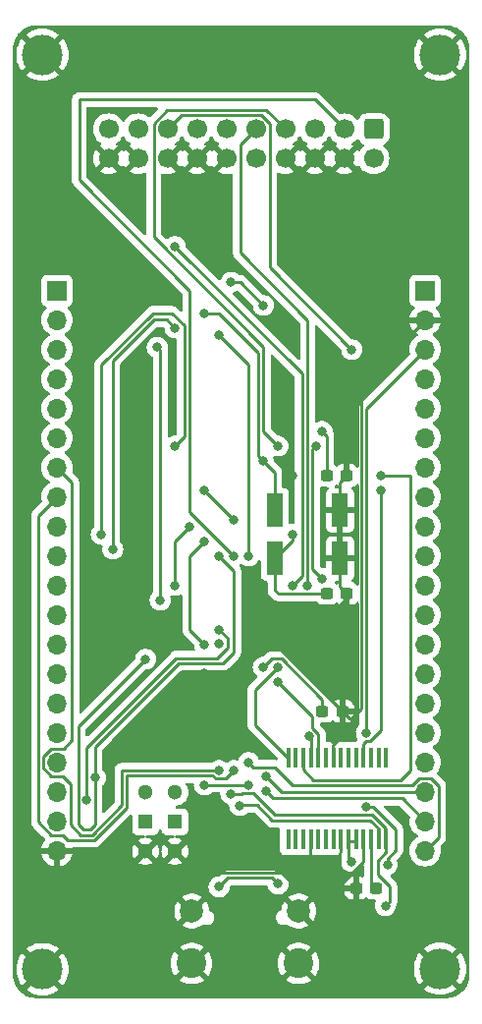
<source format=gbr>
%TF.GenerationSoftware,KiCad,Pcbnew,7.0.9*%
%TF.CreationDate,2023-12-21T13:22:00+09:00*%
%TF.ProjectId,STM32F103_dev_board,53544d33-3246-4313-9033-5f6465765f62,1.2.4*%
%TF.SameCoordinates,Original*%
%TF.FileFunction,Copper,L4,Bot*%
%TF.FilePolarity,Positive*%
%FSLAX46Y46*%
G04 Gerber Fmt 4.6, Leading zero omitted, Abs format (unit mm)*
G04 Created by KiCad (PCBNEW 7.0.9) date 2023-12-21 13:22:00*
%MOMM*%
%LPD*%
G01*
G04 APERTURE LIST*
G04 Aperture macros list*
%AMRoundRect*
0 Rectangle with rounded corners*
0 $1 Rounding radius*
0 $2 $3 $4 $5 $6 $7 $8 $9 X,Y pos of 4 corners*
0 Add a 4 corners polygon primitive as box body*
4,1,4,$2,$3,$4,$5,$6,$7,$8,$9,$2,$3,0*
0 Add four circle primitives for the rounded corners*
1,1,$1+$1,$2,$3*
1,1,$1+$1,$4,$5*
1,1,$1+$1,$6,$7*
1,1,$1+$1,$8,$9*
0 Add four rect primitives between the rounded corners*
20,1,$1+$1,$2,$3,$4,$5,0*
20,1,$1+$1,$4,$5,$6,$7,0*
20,1,$1+$1,$6,$7,$8,$9,0*
20,1,$1+$1,$8,$9,$2,$3,0*%
G04 Aperture macros list end*
%TA.AperFunction,ComponentPad*%
%ADD10R,1.300000X1.300000*%
%TD*%
%TA.AperFunction,ComponentPad*%
%ADD11C,1.300000*%
%TD*%
%TA.AperFunction,SMDPad,CuDef*%
%ADD12R,0.450000X1.725000*%
%TD*%
%TA.AperFunction,ComponentPad*%
%ADD13C,3.500000*%
%TD*%
%TA.AperFunction,ComponentPad*%
%ADD14C,2.000000*%
%TD*%
%TA.AperFunction,ComponentPad*%
%ADD15C,2.565000*%
%TD*%
%TA.AperFunction,ComponentPad*%
%ADD16RoundRect,0.250000X-0.600000X0.600000X-0.600000X-0.600000X0.600000X-0.600000X0.600000X0.600000X0*%
%TD*%
%TA.AperFunction,ComponentPad*%
%ADD17C,1.700000*%
%TD*%
%TA.AperFunction,ComponentPad*%
%ADD18R,1.700000X1.700000*%
%TD*%
%TA.AperFunction,ComponentPad*%
%ADD19O,1.700000X1.700000*%
%TD*%
%TA.AperFunction,SMDPad,CuDef*%
%ADD20RoundRect,0.237500X0.300000X0.237500X-0.300000X0.237500X-0.300000X-0.237500X0.300000X-0.237500X0*%
%TD*%
%TA.AperFunction,SMDPad,CuDef*%
%ADD21RoundRect,0.237500X-0.300000X-0.237500X0.300000X-0.237500X0.300000X0.237500X-0.300000X0.237500X0*%
%TD*%
%TA.AperFunction,SMDPad,CuDef*%
%ADD22R,1.430000X2.850000*%
%TD*%
%TA.AperFunction,ViaPad*%
%ADD23C,0.800000*%
%TD*%
%TA.AperFunction,Conductor*%
%ADD24C,0.250000*%
%TD*%
G04 APERTURE END LIST*
D10*
%TO.P,S3,1,COM*%
%TO.N,Net-(S3-COM)*%
X139700000Y-126365000D03*
D11*
%TO.P,S3,2,NO*%
%TO.N,GND*%
X139700000Y-128905000D03*
%TO.P,S3,3,NC*%
%TO.N,VCC3V3*%
X139700000Y-123825000D03*
%TD*%
D10*
%TO.P,S2,1,COM*%
%TO.N,Net-(S2-COM)*%
X137160000Y-126365000D03*
D11*
%TO.P,S2,2,NO*%
%TO.N,GND*%
X137160000Y-128905000D03*
%TO.P,S2,3,NC*%
%TO.N,VCC3V3*%
X137160000Y-123825000D03*
%TD*%
D12*
%TO.P,IC2,1,TXD*%
%TO.N,PA10{slash}USART1_RX*%
X149478250Y-120865000D03*
%TO.P,IC2,2,DTR#*%
%TO.N,unconnected-(IC2-DTR#-Pad2)*%
X150128250Y-120865000D03*
%TO.P,IC2,3,RTS#*%
%TO.N,PA12*%
X150778250Y-120865000D03*
%TO.P,IC2,4,VCCIO*%
%TO.N,VCC3V3*%
X151428250Y-120865000D03*
%TO.P,IC2,5,RXD*%
%TO.N,PA9{slash}USART1_TX*%
X152078250Y-120865000D03*
%TO.P,IC2,6,RI#*%
%TO.N,unconnected-(IC2-RI#-Pad6)*%
X152728250Y-120865000D03*
%TO.P,IC2,7,GND_1*%
%TO.N,GND*%
X153378250Y-120865000D03*
%TO.P,IC2,8,NC_1*%
%TO.N,unconnected-(IC2-NC_1-Pad8)*%
X154028250Y-120865000D03*
%TO.P,IC2,9,DSR#*%
%TO.N,unconnected-(IC2-DSR#-Pad9)*%
X154678250Y-120865000D03*
%TO.P,IC2,10,DCD#*%
%TO.N,unconnected-(IC2-DCD#-Pad10)*%
X155328250Y-120865000D03*
%TO.P,IC2,11,CTS#*%
%TO.N,PA11*%
X155978250Y-120865000D03*
%TO.P,IC2,12,CBUS4*%
%TO.N,unconnected-(IC2-CBUS4-Pad12)*%
X156628250Y-120865000D03*
%TO.P,IC2,13,CBUS2*%
%TO.N,unconnected-(IC2-CBUS2-Pad13)*%
X157278250Y-120865000D03*
%TO.P,IC2,14,CBUS3*%
%TO.N,unconnected-(IC2-CBUS3-Pad14)*%
X157928250Y-120865000D03*
%TO.P,IC2,15,USBDP*%
%TO.N,USBDP*%
X157928250Y-127889000D03*
%TO.P,IC2,16,USBDM*%
%TO.N,USBDM*%
X157278250Y-127889000D03*
%TO.P,IC2,17,3V3OUT*%
%TO.N,Net-(IC2-3V3OUT)*%
X156628250Y-127889000D03*
%TO.P,IC2,18,GND_2*%
%TO.N,GND*%
X155978250Y-127889000D03*
%TO.P,IC2,19,RESET#*%
%TO.N,5V*%
X155328250Y-127889000D03*
%TO.P,IC2,20,VCC*%
X154678250Y-127889000D03*
%TO.P,IC2,21,GND_3*%
%TO.N,GND*%
X154028250Y-127889000D03*
%TO.P,IC2,22,CBUS1*%
%TO.N,unconnected-(IC2-CBUS1-Pad22)*%
X153378250Y-127889000D03*
%TO.P,IC2,23,CBUS0*%
%TO.N,unconnected-(IC2-CBUS0-Pad23)*%
X152728250Y-127889000D03*
%TO.P,IC2,24,NC_2*%
%TO.N,unconnected-(IC2-NC_2-Pad24)*%
X152078250Y-127889000D03*
%TO.P,IC2,25,AGND*%
%TO.N,GND*%
X151428250Y-127889000D03*
%TO.P,IC2,26,TEST*%
%TO.N,unconnected-(IC2-TEST-Pad26)*%
X150778250Y-127889000D03*
%TO.P,IC2,27,OSCI*%
%TO.N,unconnected-(IC2-OSCI-Pad27)*%
X150128250Y-127889000D03*
%TO.P,IC2,28,OSCO*%
%TO.N,unconnected-(IC2-OSCO-Pad28)*%
X149478250Y-127889000D03*
%TD*%
D13*
%TO.P,REF\u002A\u002A,1*%
%TO.N,GND*%
X162560000Y-60270000D03*
%TD*%
D14*
%TO.P,J6,MH3,MH3*%
%TO.N,GND*%
X141148000Y-134057000D03*
%TO.P,J6,MH4,MH4*%
X150368000Y-134057000D03*
D15*
%TO.P,J6,MH5,MH5*%
X141148000Y-138557000D03*
%TO.P,J6,MH6,MH6*%
X150368000Y-138557000D03*
%TD*%
D13*
%TO.P,REF\u002A\u002A,1*%
%TO.N,GND*%
X128285913Y-139053348D03*
%TD*%
%TO.P,REF\u002A\u002A,1*%
%TO.N,GND*%
X128270000Y-60270000D03*
%TD*%
D16*
%TO.P,J1,1,VTREF*%
%TO.N,VCC3V3*%
X156845000Y-66675000D03*
D17*
%TO.P,J1,2,VCC/NC*%
X156845000Y-69215000D03*
%TO.P,J1,3,~{TRST}*%
%TO.N,JNTRST*%
X154305000Y-66675000D03*
%TO.P,J1,4,GND*%
%TO.N,GND*%
X154305000Y-69215000D03*
%TO.P,J1,5,TDI*%
%TO.N,JTDI*%
X151765000Y-66675000D03*
%TO.P,J1,6,GND*%
%TO.N,GND*%
X151765000Y-69215000D03*
%TO.P,J1,7,TMS/SWDIO*%
%TO.N,JTMS{slash}SWDIO*%
X149225000Y-66675000D03*
%TO.P,J1,8,GND*%
%TO.N,GND*%
X149225000Y-69215000D03*
%TO.P,J1,9,TCK/SWDCLK*%
%TO.N,JTCK{slash}SWCLK*%
X146685000Y-66675000D03*
%TO.P,J1,10,GND*%
%TO.N,GND*%
X146685000Y-69215000D03*
%TO.P,J1,11,RTCK*%
%TO.N,Net-(J1-RTCK)*%
X144145000Y-66675000D03*
%TO.P,J1,12,GND*%
%TO.N,GND*%
X144145000Y-69215000D03*
%TO.P,J1,13,TDO/SWO*%
%TO.N,JTDO*%
X141605000Y-66675000D03*
%TO.P,J1,14,GND*%
%TO.N,GND*%
X141605000Y-69215000D03*
%TO.P,J1,15,~{SRST}*%
%TO.N,RESET*%
X139065000Y-66675000D03*
%TO.P,J1,16,GND*%
%TO.N,GND*%
X139065000Y-69215000D03*
%TO.P,J1,17,DBGRQ/NC*%
%TO.N,Net-(J1-DBGRQ{slash}NC)*%
X136525000Y-66675000D03*
%TO.P,J1,18,GND*%
%TO.N,GND*%
X136525000Y-69215000D03*
%TO.P,J1,19,DBGACK/NC*%
%TO.N,Net-(J1-DBGACK{slash}NC)*%
X133985000Y-66675000D03*
%TO.P,J1,20,GND*%
%TO.N,GND*%
X133985000Y-69215000D03*
%TD*%
D18*
%TO.P,J3,1,Pin_1*%
%TO.N,VCC3V3*%
X161290000Y-80590000D03*
D19*
%TO.P,J3,2,Pin_2*%
%TO.N,GND*%
X161290000Y-83130000D03*
%TO.P,J3,3,Pin_3*%
%TO.N,5V*%
X161290000Y-85670000D03*
%TO.P,J3,4,Pin_4*%
%TO.N,PC12*%
X161290000Y-88210000D03*
%TO.P,J3,5,Pin_5*%
%TO.N,PC11*%
X161290000Y-90750000D03*
%TO.P,J3,6,Pin_6*%
%TO.N,PC10*%
X161290000Y-93290000D03*
%TO.P,J3,7,Pin_7*%
%TO.N,PA10{slash}USART1_RX*%
X161290000Y-95830000D03*
%TO.P,J3,8,Pin_8*%
%TO.N,PA9{slash}USART1_TX*%
X161290000Y-98370000D03*
%TO.P,J3,9,Pin_9*%
%TO.N,PA8*%
X161290000Y-100910000D03*
%TO.P,J3,10,Pin_10*%
%TO.N,PC9*%
X161290000Y-103450000D03*
%TO.P,J3,11,Pin_11*%
%TO.N,PC8*%
X161290000Y-105990000D03*
%TO.P,J3,12,Pin_12*%
%TO.N,PC7*%
X161290000Y-108530000D03*
%TO.P,J3,13,Pin_13*%
%TO.N,PC6*%
X161290000Y-111070000D03*
%TO.P,J3,14,Pin_14*%
%TO.N,PB15*%
X161290000Y-113610000D03*
%TO.P,J3,15,Pin_15*%
%TO.N,PB14*%
X161290000Y-116150000D03*
%TO.P,J3,16,Pin_16*%
%TO.N,PB13*%
X161290000Y-118690000D03*
%TO.P,J3,17,Pin_17*%
%TO.N,PB12*%
X161290000Y-121230000D03*
%TO.P,J3,18,Pin_18*%
%TO.N,PB11*%
X161290000Y-123770000D03*
%TO.P,J3,19,Pin_19*%
%TO.N,PB10*%
X161290000Y-126310000D03*
%TO.P,J3,20,Pin_20*%
%TO.N,PB1*%
X161290000Y-128850000D03*
%TD*%
D13*
%TO.P,REF\u002A\u002A,1*%
%TO.N,GND*%
X162560000Y-139010000D03*
%TD*%
D18*
%TO.P,J2,1,Pin_1*%
%TO.N,VBAT*%
X129540000Y-80590000D03*
D19*
%TO.P,J2,2,Pin_2*%
%TO.N,PB6*%
X129540000Y-83130000D03*
%TO.P,J2,3,Pin_3*%
%TO.N,PB7*%
X129540000Y-85670000D03*
%TO.P,J2,4,Pin_4*%
%TO.N,PB8*%
X129540000Y-88210000D03*
%TO.P,J2,5,Pin_5*%
%TO.N,PB9*%
X129540000Y-90750000D03*
%TO.P,J2,6,Pin_6*%
%TO.N,PC13*%
X129540000Y-93290000D03*
%TO.P,J2,7,Pin_7*%
%TO.N,PA5*%
X129540000Y-95830000D03*
%TO.P,J2,8,Pin_8*%
%TO.N,PA6*%
X129540000Y-98370000D03*
%TO.P,J2,9,Pin_9*%
%TO.N,PC0*%
X129540000Y-100910000D03*
%TO.P,J2,10,Pin_10*%
%TO.N,PC1*%
X129540000Y-103450000D03*
%TO.P,J2,11,Pin_11*%
%TO.N,PC2*%
X129540000Y-105990000D03*
%TO.P,J2,12,Pin_12*%
%TO.N,PC3*%
X129540000Y-108530000D03*
%TO.P,J2,13,Pin_13*%
%TO.N,PA0*%
X129540000Y-111070000D03*
%TO.P,J2,14,Pin_14*%
%TO.N,PA1*%
X129540000Y-113610000D03*
%TO.P,J2,15,Pin_15*%
%TO.N,PA2*%
X129540000Y-116150000D03*
%TO.P,J2,16,Pin_16*%
%TO.N,PA3*%
X129540000Y-118690000D03*
%TO.P,J2,17,Pin_17*%
%TO.N,RESET*%
X129540000Y-121230000D03*
%TO.P,J2,18,Pin_18*%
%TO.N,VCC3V3*%
X129540000Y-123770000D03*
%TO.P,J2,19,Pin_19*%
%TO.N,GND*%
X129540000Y-126310000D03*
%TO.P,J2,20,Pin_20*%
X129540000Y-128850000D03*
%TD*%
D20*
%TO.P,C12,1*%
%TO.N,GND*%
X154532500Y-106680000D03*
%TO.P,C12,2*%
%TO.N,OSC32_OUT*%
X152807500Y-106680000D03*
%TD*%
D21*
%TO.P,C5,1*%
%TO.N,GND*%
X155347500Y-132080000D03*
%TO.P,C5,2*%
%TO.N,Net-(IC2-3V3OUT)*%
X157072500Y-132080000D03*
%TD*%
D20*
%TO.P,C1,1*%
%TO.N,GND*%
X154151500Y-116840000D03*
%TO.P,C1,2*%
%TO.N,5V*%
X152426500Y-116840000D03*
%TD*%
D22*
%TO.P,Y2,1,1*%
%TO.N,OSC32_IN*%
X148315000Y-99525000D03*
%TO.P,Y2,2,2*%
%TO.N,GND*%
X153945000Y-99525000D03*
%TO.P,Y2,3,3*%
X153945000Y-103675000D03*
%TO.P,Y2,4,4*%
%TO.N,OSC32_OUT*%
X148315000Y-103675000D03*
%TD*%
D20*
%TO.P,C11,1*%
%TO.N,GND*%
X154532500Y-96520000D03*
%TO.P,C11,2*%
%TO.N,OSC32_IN*%
X152807500Y-96520000D03*
%TD*%
D23*
%TO.N,GND*%
X149860000Y-96520000D03*
%TO.N,OSC_IN*%
X139700000Y-105990000D03*
X140970000Y-100910000D03*
%TO.N,OSC_OUT*%
X142240000Y-102180000D03*
X142240000Y-111070000D03*
%TO.N,OSC32_IN*%
X147320000Y-95250000D03*
X142240000Y-82550000D03*
X139700000Y-83820000D03*
X152400000Y-92710000D03*
X134345500Y-102870000D03*
%TO.N,OSC32_OUT*%
X149860000Y-101600000D03*
X139700000Y-93980000D03*
X142240000Y-97790000D03*
X133350000Y-101600000D03*
X144780000Y-100330000D03*
%TO.N,PA4*%
X142240000Y-123190000D03*
X146050000Y-123190000D03*
%TO.N,PA12*%
X157480000Y-96520000D03*
%TO.N,PA11*%
X157480000Y-97790000D03*
%TO.N,JNTRST*%
X144780000Y-103450000D03*
%TO.N,JTDI*%
X139700000Y-76780000D03*
X149860000Y-105990000D03*
%TO.N,JTMS{slash}SWDIO*%
X148590000Y-93980000D03*
X152400000Y-105410000D03*
X151854500Y-93980000D03*
%TO.N,JTCK{slash}SWCLK*%
X151130000Y-105990000D03*
%TO.N,JTDO*%
X143510000Y-84400000D03*
X144546054Y-79865958D03*
X146050000Y-103450000D03*
X147320000Y-81860000D03*
%TO.N,PA5*%
X143510000Y-121920000D03*
%TO.N,PA6*%
X144780000Y-121920000D03*
%TO.N,PB11*%
X147574000Y-122428000D03*
%TO.N,PB10*%
X147574000Y-123698000D03*
%TO.N,PB1*%
X146050000Y-121230000D03*
%TO.N,BOOT0*%
X143510000Y-109800000D03*
X132080000Y-124509500D03*
%TO.N,RESET*%
X143510000Y-103450000D03*
X137160000Y-112340000D03*
X154940000Y-85670000D03*
X132842000Y-122555000D03*
%TO.N,GND*%
X142240000Y-131445000D03*
X142240000Y-116150000D03*
X147320000Y-111070000D03*
X142218369Y-113562009D03*
X154940000Y-118690000D03*
X150241000Y-132080000D03*
X153670000Y-132080000D03*
X152400000Y-109220000D03*
X135722701Y-97957299D03*
%TO.N,5V*%
X143510000Y-131953000D03*
X156210000Y-118690000D03*
X156210000Y-125040000D03*
X147320000Y-113030000D03*
X158025500Y-130048000D03*
X154935701Y-129789701D03*
X148590000Y-131699000D03*
%TO.N,VCC3V3*%
X151257000Y-118999000D03*
X143510000Y-110998000D03*
%TO.N,VBAT*%
X138176000Y-85471000D03*
X138430000Y-107260000D03*
%TO.N,USBDP*%
X157861000Y-133604000D03*
X144526000Y-123952000D03*
%TO.N,USBDM*%
X145288000Y-124968000D03*
%TO.N,PA10{slash}USART1_RX*%
X148590000Y-113030000D03*
%TO.N,PA9{slash}USART1_TX*%
X148590000Y-114300000D03*
%TD*%
D24*
%TO.N,VBAT*%
X138430000Y-85725000D02*
X138430000Y-107260000D01*
X138176000Y-85471000D02*
X138430000Y-85725000D01*
%TO.N,OSC32_OUT*%
X133350000Y-86993604D02*
X133350000Y-101600000D01*
X137793604Y-82550000D02*
X133350000Y-86993604D01*
X140520000Y-93160000D02*
X140520000Y-83614695D01*
X139455305Y-82550000D02*
X137793604Y-82550000D01*
X139700000Y-93980000D02*
X140520000Y-93160000D01*
X140520000Y-83614695D02*
X139455305Y-82550000D01*
%TO.N,OSC_IN*%
X139700000Y-102180000D02*
X139700000Y-105990000D01*
X140970000Y-100910000D02*
X139700000Y-102180000D01*
%TO.N,OSC_OUT*%
X140970000Y-103450000D02*
X140970000Y-109800000D01*
X140970000Y-109800000D02*
X142240000Y-111070000D01*
X142240000Y-102180000D02*
X140970000Y-103450000D01*
%TO.N,OSC32_IN*%
X146870000Y-85910000D02*
X143510000Y-82550000D01*
X147320000Y-95250000D02*
X148315000Y-96245000D01*
X138975000Y-83095000D02*
X137885000Y-83095000D01*
X152400000Y-92710000D02*
X152807500Y-93117500D01*
X143510000Y-82550000D02*
X142240000Y-82550000D01*
X148315000Y-96245000D02*
X148315000Y-99525000D01*
X137885000Y-83095000D02*
X134345500Y-86634500D01*
X152807500Y-93117500D02*
X152807500Y-96520000D01*
X147320000Y-95250000D02*
X146870000Y-94800000D01*
X134345500Y-86634500D02*
X134345500Y-102870000D01*
X139700000Y-83820000D02*
X138975000Y-83095000D01*
X146870000Y-94800000D02*
X146870000Y-85910000D01*
%TO.N,OSC32_OUT*%
X149860000Y-102130000D02*
X149860000Y-101600000D01*
X148625000Y-106715000D02*
X148315000Y-106405000D01*
X148315000Y-103675000D02*
X149860000Y-102130000D01*
X142240000Y-97790000D02*
X144780000Y-100330000D01*
X152807500Y-106680000D02*
X152772500Y-106715000D01*
X152772500Y-106715000D02*
X148625000Y-106715000D01*
X148315000Y-106405000D02*
X148315000Y-103675000D01*
%TO.N,PA4*%
X146050000Y-123190000D02*
X142240000Y-123190000D01*
%TO.N,PA12*%
X151600000Y-122740000D02*
X159200000Y-122740000D01*
X160020000Y-96520000D02*
X157480000Y-96520000D01*
X160020000Y-121920000D02*
X160020000Y-96520000D01*
X159200000Y-122740000D02*
X160020000Y-121920000D01*
X150745000Y-120885000D02*
X150745000Y-121885000D01*
X150745000Y-121885000D02*
X151600000Y-122740000D01*
%TO.N,PA11*%
X157480000Y-118445305D02*
X157480000Y-97790000D01*
X156175000Y-119415000D02*
X156510305Y-119415000D01*
X155945000Y-120885000D02*
X155945000Y-119645000D01*
X156510305Y-119415000D02*
X157480000Y-118445305D01*
X155945000Y-119645000D02*
X156175000Y-119415000D01*
%TO.N,JNTRST*%
X140970000Y-80590000D02*
X131445000Y-71065000D01*
X131445000Y-64135000D02*
X151765000Y-64135000D01*
X144780000Y-103450000D02*
X140970000Y-99640000D01*
X151765000Y-64135000D02*
X154305000Y-66675000D01*
X140970000Y-99640000D02*
X140970000Y-80590000D01*
X131445000Y-71065000D02*
X131445000Y-64135000D01*
%TO.N,JTDI*%
X150680000Y-87760000D02*
X150680000Y-105170000D01*
X139700000Y-76780000D02*
X150680000Y-87760000D01*
X150680000Y-105170000D02*
X149860000Y-105990000D01*
%TO.N,JTMS{slash}SWDIO*%
X137890000Y-66188299D02*
X139028299Y-65050000D01*
X151854500Y-93980000D02*
X151580000Y-94254500D01*
X147320000Y-85425305D02*
X137890000Y-75995305D01*
X139028299Y-65050000D02*
X147600000Y-65050000D01*
X147320000Y-92710000D02*
X147320000Y-85425305D01*
X137890000Y-75995305D02*
X137890000Y-66188299D01*
X147600000Y-65050000D02*
X149225000Y-66675000D01*
X148590000Y-93980000D02*
X147320000Y-92710000D01*
X151580000Y-104590000D02*
X152400000Y-105410000D01*
X151580000Y-94254500D02*
X151580000Y-104590000D01*
%TO.N,JTCK{slash}SWCLK*%
X145320000Y-77320000D02*
X145320000Y-68040000D01*
X151130000Y-83130000D02*
X145320000Y-77320000D01*
X145320000Y-68040000D02*
X146685000Y-66675000D01*
X151130000Y-83130000D02*
X151130000Y-105990000D01*
%TO.N,JTDO*%
X145325958Y-79865958D02*
X147320000Y-81860000D01*
X146050000Y-86940000D02*
X146050000Y-103450000D01*
X143510000Y-84400000D02*
X146050000Y-86940000D01*
X144546054Y-79865958D02*
X145325958Y-79865958D01*
%TO.N,PA5*%
X130810000Y-119323604D02*
X130810000Y-97100000D01*
X135117208Y-121920000D02*
X135117208Y-124934493D01*
X135117208Y-124934493D02*
X132566701Y-127485000D01*
X129053299Y-120055000D02*
X130078604Y-120055000D01*
X129053299Y-122405000D02*
X128365000Y-121716701D01*
X130078604Y-120055000D02*
X130810000Y-119323604D01*
X128365000Y-121716701D02*
X128365000Y-120743299D01*
X130715000Y-126606701D02*
X130715000Y-123093299D01*
X130715000Y-123093299D02*
X130026701Y-122405000D01*
X132566701Y-127485000D02*
X131593299Y-127485000D01*
X130810000Y-97100000D02*
X129540000Y-95830000D01*
X131593299Y-127485000D02*
X130715000Y-126606701D01*
X143510000Y-121920000D02*
X135117208Y-121920000D01*
X128365000Y-120743299D02*
X129053299Y-120055000D01*
X130026701Y-122405000D02*
X129053299Y-122405000D01*
%TO.N,PA6*%
X135567208Y-122370000D02*
X135567208Y-125120889D01*
X135567208Y-125120889D02*
X132753097Y-127935000D01*
X132753097Y-127935000D02*
X130476701Y-127935000D01*
X130476701Y-127935000D02*
X130026701Y-127485000D01*
X127915000Y-99995000D02*
X129540000Y-98370000D01*
X144055000Y-122645000D02*
X143209695Y-122645000D01*
X143209695Y-122645000D02*
X142934695Y-122370000D01*
X142934695Y-122370000D02*
X135567208Y-122370000D01*
X130026701Y-127485000D02*
X129053299Y-127485000D01*
X144780000Y-121920000D02*
X144055000Y-122645000D01*
X127915000Y-126346701D02*
X127915000Y-99995000D01*
X129053299Y-127485000D02*
X127915000Y-126346701D01*
%TO.N,PB11*%
X161290000Y-123770000D02*
X148916000Y-123770000D01*
X147574000Y-122174000D02*
X147574000Y-122174000D01*
X148916000Y-123770000D02*
X147574000Y-122428000D01*
X147574000Y-122428000D02*
X147574000Y-122174000D01*
%TO.N,PB10*%
X161290000Y-126310000D02*
X159295000Y-124315000D01*
X159295000Y-124315000D02*
X148191000Y-124315000D01*
X148191000Y-124315000D02*
X147574000Y-123698000D01*
%TO.N,PB1*%
X162465000Y-127675000D02*
X161290000Y-128850000D01*
X149860000Y-123190000D02*
X160208299Y-123190000D01*
X146486000Y-121666000D02*
X148336000Y-121666000D01*
X146050000Y-121230000D02*
X146486000Y-121666000D01*
X162465000Y-123283299D02*
X162465000Y-127675000D01*
X160208299Y-123190000D02*
X160803299Y-122595000D01*
X148336000Y-121666000D02*
X149860000Y-123190000D01*
X161776701Y-122595000D02*
X162465000Y-123283299D01*
X160803299Y-122595000D02*
X161776701Y-122595000D01*
%TO.N,BOOT0*%
X143360305Y-112245000D02*
X144235000Y-111370305D01*
X132080000Y-119960000D02*
X139795000Y-112245000D01*
X139795000Y-112245000D02*
X143360305Y-112245000D01*
X144235000Y-110525000D02*
X143510000Y-109800000D01*
X144235000Y-111370305D02*
X144235000Y-110525000D01*
X132080000Y-124509500D02*
X132080000Y-119960000D01*
%TO.N,Net-(IC2-3V3OUT)*%
X156628250Y-131635750D02*
X157072500Y-132080000D01*
X156628250Y-127889000D02*
X156628250Y-131635750D01*
%TO.N,RESET*%
X147860000Y-66188299D02*
X147171701Y-65500000D01*
X154940000Y-85670000D02*
X147860000Y-78590000D01*
X134593198Y-118083198D02*
X132805000Y-119871396D01*
X132380305Y-127035000D02*
X131779695Y-127035000D01*
X140240000Y-65500000D02*
X139065000Y-66675000D01*
X132805000Y-126610305D02*
X132380305Y-127035000D01*
X147860000Y-78590000D02*
X147860000Y-66188299D01*
X143510000Y-103450000D02*
X144780000Y-104720000D01*
X131355000Y-126610305D02*
X131355000Y-118145000D01*
X139981396Y-112695000D02*
X134593198Y-118083198D01*
X147171701Y-65500000D02*
X140240000Y-65500000D01*
X144780000Y-111760000D02*
X143845000Y-112695000D01*
X131355000Y-118145000D02*
X137160000Y-112340000D01*
X143845000Y-112695000D02*
X139981396Y-112695000D01*
X144780000Y-104720000D02*
X144780000Y-111760000D01*
X131779695Y-127035000D02*
X131355000Y-126610305D01*
X132805000Y-119871396D02*
X132805000Y-126610305D01*
%TO.N,GND*%
X148381500Y-111070000D02*
X147320000Y-111070000D01*
X155760000Y-116600000D02*
X154940000Y-117420000D01*
X151395000Y-129805000D02*
X153670000Y-132080000D01*
X153345000Y-120885000D02*
X153345000Y-119705000D01*
X155347500Y-132080000D02*
X153670000Y-132080000D01*
X155945000Y-129805000D02*
X153670000Y-132080000D01*
X154532500Y-107087500D02*
X152400000Y-109220000D01*
X154532500Y-106680000D02*
X154532500Y-107087500D01*
X154940000Y-117420000D02*
X154731500Y-117420000D01*
X153895000Y-129076500D02*
X153895000Y-131855000D01*
X151395000Y-128060000D02*
X151395000Y-129805000D01*
X153995000Y-128035000D02*
X153995000Y-128976500D01*
X150241000Y-132080000D02*
X148902000Y-130741000D01*
X154151500Y-116840000D02*
X148381500Y-111070000D01*
X161290000Y-83130000D02*
X155760000Y-88660000D01*
X153945000Y-97107500D02*
X153945000Y-99525000D01*
X153995000Y-128976500D02*
X153895000Y-129076500D01*
X155760000Y-88660000D02*
X155760000Y-116600000D01*
X148902000Y-130741000D02*
X142944000Y-130741000D01*
X142218369Y-116128369D02*
X142240000Y-116150000D01*
X153945000Y-103675000D02*
X153945000Y-99525000D01*
X154731500Y-117420000D02*
X154151500Y-116840000D01*
X142944000Y-130741000D02*
X142240000Y-131445000D01*
X153945000Y-106092500D02*
X154532500Y-106680000D01*
X154532500Y-96520000D02*
X153945000Y-97107500D01*
X154940000Y-117420000D02*
X154940000Y-118690000D01*
X155945000Y-128035000D02*
X155945000Y-129805000D01*
X154360000Y-118690000D02*
X154940000Y-118690000D01*
X153895000Y-131855000D02*
X153670000Y-132080000D01*
X153345000Y-119705000D02*
X154360000Y-118690000D01*
X153945000Y-103675000D02*
X153945000Y-106092500D01*
%TO.N,5V*%
X148082000Y-131191000D02*
X148590000Y-131699000D01*
X144272000Y-131191000D02*
X148082000Y-131191000D01*
X143510000Y-131953000D02*
X144272000Y-131191000D01*
X154645000Y-129499000D02*
X154645000Y-128060000D01*
X154935701Y-129789701D02*
X154645000Y-129499000D01*
X156210000Y-90750000D02*
X156210000Y-118690000D01*
X154645000Y-128060000D02*
X155295000Y-128060000D01*
X156790000Y-125040000D02*
X156210000Y-125040000D01*
X158025500Y-130048000D02*
X158025500Y-129529500D01*
X161290000Y-85670000D02*
X156210000Y-90750000D01*
X148890305Y-112305000D02*
X148045000Y-112305000D01*
X152426500Y-115841195D02*
X148890305Y-112305000D01*
X158025500Y-129529500D02*
X158750000Y-128805000D01*
X158750000Y-127000000D02*
X156790000Y-125040000D01*
X152426500Y-116840000D02*
X152426500Y-115841195D01*
X158750000Y-128805000D02*
X158750000Y-127000000D01*
X148045000Y-112305000D02*
X147320000Y-113030000D01*
%TO.N,VCC3V3*%
X151257000Y-118999000D02*
X151428250Y-119170250D01*
X151428250Y-119170250D02*
X151428250Y-120865000D01*
%TO.N,USBDP*%
X157928250Y-128990354D02*
X157226000Y-129692604D01*
X146439695Y-123915000D02*
X148289695Y-125765000D01*
X156735000Y-125765000D02*
X157895000Y-126925000D01*
X145505000Y-123915000D02*
X146439695Y-123915000D01*
X157226000Y-130900505D02*
X158242000Y-131916505D01*
X148289695Y-125765000D02*
X156735000Y-125765000D01*
X157895000Y-126925000D02*
X157895000Y-128035000D01*
X157928250Y-127889000D02*
X157928250Y-128990354D01*
X158242000Y-133223000D02*
X157861000Y-133604000D01*
X157226000Y-129692604D02*
X157226000Y-130900505D01*
X144526000Y-123952000D02*
X145468000Y-123952000D01*
X145468000Y-123952000D02*
X145505000Y-123915000D01*
X158242000Y-131916505D02*
X158242000Y-133223000D01*
%TO.N,USBDM*%
X148103299Y-126215000D02*
X146798299Y-124910000D01*
X146798299Y-124910000D02*
X145346000Y-124910000D01*
X145346000Y-124910000D02*
X145288000Y-124968000D01*
X157278250Y-126944646D02*
X156548604Y-126215000D01*
X157278250Y-127889000D02*
X157278250Y-126944646D01*
X156548604Y-126215000D02*
X148103299Y-126215000D01*
%TO.N,PA10{slash}USART1_RX*%
X146595000Y-118010000D02*
X146595000Y-115025000D01*
X146595000Y-115025000D02*
X148590000Y-113030000D01*
X149445000Y-120860000D02*
X146595000Y-118010000D01*
%TO.N,PA9{slash}USART1_TX*%
X152078250Y-118794945D02*
X151564000Y-118280695D01*
X152078250Y-120865000D02*
X152078250Y-118794945D01*
X151564000Y-117274000D02*
X148590000Y-114300000D01*
X151564000Y-118280695D02*
X151564000Y-117274000D01*
%TD*%
%TA.AperFunction,Conductor*%
%TO.N,GND*%
G36*
X129733039Y-128130185D02*
G01*
X129778794Y-128182989D01*
X129790000Y-128234500D01*
X129790000Y-128414498D01*
X129682315Y-128365320D01*
X129575763Y-128350000D01*
X129504237Y-128350000D01*
X129397685Y-128365320D01*
X129290000Y-128414498D01*
X129290000Y-128234500D01*
X129309685Y-128167461D01*
X129362489Y-128121706D01*
X129414000Y-128110500D01*
X129666000Y-128110500D01*
X129733039Y-128130185D01*
G37*
%TD.AperFunction*%
%TA.AperFunction,Conductor*%
G36*
X129397685Y-126794680D02*
G01*
X129504237Y-126810000D01*
X129575763Y-126810000D01*
X129682315Y-126794680D01*
X129786608Y-126747050D01*
X129770315Y-126802539D01*
X129717511Y-126848294D01*
X129666000Y-126859500D01*
X129414000Y-126859500D01*
X129346961Y-126839815D01*
X129301206Y-126787011D01*
X129292415Y-126746604D01*
X129397685Y-126794680D01*
G37*
%TD.AperFunction*%
%TA.AperFunction,Conductor*%
G36*
X147052151Y-103798514D02*
G01*
X147092680Y-103855428D01*
X147099500Y-103895985D01*
X147099500Y-105147870D01*
X147099501Y-105147876D01*
X147105908Y-105207483D01*
X147156202Y-105342328D01*
X147156206Y-105342335D01*
X147242452Y-105457544D01*
X147242455Y-105457547D01*
X147357664Y-105543793D01*
X147357671Y-105543797D01*
X147402618Y-105560561D01*
X147492517Y-105594091D01*
X147552127Y-105600500D01*
X147565496Y-105600499D01*
X147632533Y-105620180D01*
X147678291Y-105672981D01*
X147689500Y-105724499D01*
X147689500Y-106322255D01*
X147687775Y-106337872D01*
X147688061Y-106337899D01*
X147687326Y-106345665D01*
X147689500Y-106414814D01*
X147689500Y-106444343D01*
X147689501Y-106444360D01*
X147690368Y-106451231D01*
X147690826Y-106457050D01*
X147692290Y-106503624D01*
X147692291Y-106503627D01*
X147697880Y-106522867D01*
X147701824Y-106541911D01*
X147704336Y-106561791D01*
X147721490Y-106605119D01*
X147723382Y-106610647D01*
X147736381Y-106655388D01*
X147746580Y-106672634D01*
X147755138Y-106690103D01*
X147762514Y-106708732D01*
X147789898Y-106746423D01*
X147793106Y-106751307D01*
X147816827Y-106791416D01*
X147816833Y-106791424D01*
X147830990Y-106805580D01*
X147843628Y-106820376D01*
X147855405Y-106836586D01*
X147855406Y-106836587D01*
X147891308Y-106866287D01*
X147895619Y-106870209D01*
X148040586Y-107015176D01*
X148124194Y-107098784D01*
X148134017Y-107111045D01*
X148134239Y-107110863D01*
X148139212Y-107116875D01*
X148189637Y-107164228D01*
X148210523Y-107185115D01*
X148210527Y-107185118D01*
X148210529Y-107185120D01*
X148216011Y-107189373D01*
X148220443Y-107193157D01*
X148254418Y-107225062D01*
X148271976Y-107234714D01*
X148288235Y-107245395D01*
X148304064Y-107257673D01*
X148346838Y-107276182D01*
X148352056Y-107278738D01*
X148392908Y-107301197D01*
X148412316Y-107306180D01*
X148430717Y-107312480D01*
X148449104Y-107320437D01*
X148492488Y-107327308D01*
X148495119Y-107327725D01*
X148500839Y-107328909D01*
X148545981Y-107340500D01*
X148566016Y-107340500D01*
X148585414Y-107342026D01*
X148605194Y-107345159D01*
X148605195Y-107345160D01*
X148605195Y-107345159D01*
X148605196Y-107345160D01*
X148651584Y-107340775D01*
X148657422Y-107340500D01*
X151835448Y-107340500D01*
X151902487Y-107360185D01*
X151923129Y-107376819D01*
X151924660Y-107378350D01*
X152046650Y-107500340D01*
X152193484Y-107590908D01*
X152357247Y-107645174D01*
X152458323Y-107655500D01*
X153156676Y-107655499D01*
X153156684Y-107655498D01*
X153156687Y-107655498D01*
X153212030Y-107649844D01*
X153257753Y-107645174D01*
X153421516Y-107590908D01*
X153568350Y-107500340D01*
X153582671Y-107486018D01*
X153643989Y-107452533D01*
X153713681Y-107457514D01*
X153758034Y-107486017D01*
X153771961Y-107499944D01*
X153771965Y-107499947D01*
X153918688Y-107590448D01*
X153918699Y-107590453D01*
X154082347Y-107644680D01*
X154183351Y-107654999D01*
X154282500Y-107654998D01*
X154282500Y-106554000D01*
X154302185Y-106486961D01*
X154354989Y-106441206D01*
X154406500Y-106430000D01*
X154658500Y-106430000D01*
X154725539Y-106449685D01*
X154771294Y-106502489D01*
X154782500Y-106554000D01*
X154782500Y-107654999D01*
X154881640Y-107654999D01*
X154881654Y-107654998D01*
X154982652Y-107644680D01*
X155146300Y-107590453D01*
X155146311Y-107590448D01*
X155293034Y-107499947D01*
X155293038Y-107499944D01*
X155372819Y-107420164D01*
X155434142Y-107386679D01*
X155503834Y-107391663D01*
X155559767Y-107433535D01*
X155584184Y-107498999D01*
X155584500Y-107507845D01*
X155584500Y-117991312D01*
X155564815Y-118058351D01*
X155552650Y-118074284D01*
X155477466Y-118157784D01*
X155382821Y-118321715D01*
X155382818Y-118321722D01*
X155325650Y-118497669D01*
X155324326Y-118501744D01*
X155304540Y-118690000D01*
X155324326Y-118878256D01*
X155324327Y-118878259D01*
X155382818Y-119058277D01*
X155382821Y-119058284D01*
X155435447Y-119149435D01*
X155451920Y-119217336D01*
X155436719Y-119271177D01*
X155425284Y-119291975D01*
X155414610Y-119308226D01*
X155402329Y-119324061D01*
X155402324Y-119324068D01*
X155383815Y-119366838D01*
X155381245Y-119372084D01*
X155358802Y-119412909D01*
X155355932Y-119420159D01*
X155353651Y-119419256D01*
X155324086Y-119468897D01*
X155261554Y-119500067D01*
X155239744Y-119502000D01*
X155055381Y-119502000D01*
X155055369Y-119502001D01*
X155016503Y-119506179D01*
X154989998Y-119506179D01*
X154951124Y-119502000D01*
X154405380Y-119502000D01*
X154405369Y-119502001D01*
X154366503Y-119506179D01*
X154339998Y-119506179D01*
X154301124Y-119502000D01*
X153755382Y-119502000D01*
X153755367Y-119502001D01*
X153714154Y-119506431D01*
X153687652Y-119506431D01*
X153651084Y-119502500D01*
X153603250Y-119502500D01*
X153587638Y-119518111D01*
X153583565Y-119531985D01*
X153553563Y-119564210D01*
X153505226Y-119600396D01*
X153452561Y-119639821D01*
X153387096Y-119664238D01*
X153318823Y-119649386D01*
X153303939Y-119639821D01*
X153251274Y-119600396D01*
X153202937Y-119564211D01*
X153167138Y-119516388D01*
X153153250Y-119502500D01*
X153105415Y-119502500D01*
X153068848Y-119506431D01*
X153042342Y-119506431D01*
X153001125Y-119502000D01*
X153001123Y-119502000D01*
X152827750Y-119502000D01*
X152760711Y-119482315D01*
X152714956Y-119429511D01*
X152703750Y-119378000D01*
X152703750Y-118877682D01*
X152705474Y-118862068D01*
X152705188Y-118862041D01*
X152705922Y-118854278D01*
X152703750Y-118785148D01*
X152703750Y-118755596D01*
X152703750Y-118755595D01*
X152702879Y-118748704D01*
X152702422Y-118742890D01*
X152701812Y-118723479D01*
X152700959Y-118696318D01*
X152695371Y-118677084D01*
X152691424Y-118658026D01*
X152691422Y-118658007D01*
X152688914Y-118638153D01*
X152671757Y-118594820D01*
X152669864Y-118589291D01*
X152656868Y-118544559D01*
X152656867Y-118544555D01*
X152646670Y-118527313D01*
X152638113Y-118509847D01*
X152630736Y-118491213D01*
X152603333Y-118453495D01*
X152600150Y-118448650D01*
X152576420Y-118408524D01*
X152576415Y-118408518D01*
X152562255Y-118394358D01*
X152549620Y-118379565D01*
X152537843Y-118363357D01*
X152501943Y-118333658D01*
X152497631Y-118329735D01*
X152225819Y-118057923D01*
X152192334Y-117996600D01*
X152189500Y-117970242D01*
X152189500Y-117939499D01*
X152209185Y-117872460D01*
X152261989Y-117826705D01*
X152313500Y-117815499D01*
X152775670Y-117815499D01*
X152775676Y-117815499D01*
X152876753Y-117805174D01*
X153040516Y-117750908D01*
X153187350Y-117660340D01*
X153201671Y-117646018D01*
X153262989Y-117612533D01*
X153332681Y-117617514D01*
X153377034Y-117646017D01*
X153390961Y-117659944D01*
X153390965Y-117659947D01*
X153537688Y-117750448D01*
X153537699Y-117750453D01*
X153701347Y-117804680D01*
X153802351Y-117814999D01*
X153901500Y-117814998D01*
X153901500Y-117090000D01*
X154401500Y-117090000D01*
X154401500Y-117814999D01*
X154500640Y-117814999D01*
X154500654Y-117814998D01*
X154601652Y-117804680D01*
X154765300Y-117750453D01*
X154765311Y-117750448D01*
X154912034Y-117659947D01*
X154912038Y-117659944D01*
X155033944Y-117538038D01*
X155033947Y-117538034D01*
X155124448Y-117391311D01*
X155124453Y-117391300D01*
X155178680Y-117227652D01*
X155188999Y-117126654D01*
X155189000Y-117126641D01*
X155189000Y-117090000D01*
X154401500Y-117090000D01*
X153901500Y-117090000D01*
X153901500Y-115865000D01*
X154401500Y-115865000D01*
X154401500Y-116590000D01*
X155188999Y-116590000D01*
X155188999Y-116553360D01*
X155188998Y-116553345D01*
X155178680Y-116452347D01*
X155124453Y-116288699D01*
X155124448Y-116288688D01*
X155033947Y-116141965D01*
X155033944Y-116141961D01*
X154912038Y-116020055D01*
X154912034Y-116020052D01*
X154765311Y-115929551D01*
X154765300Y-115929546D01*
X154601652Y-115875319D01*
X154500654Y-115865000D01*
X154401500Y-115865000D01*
X153901500Y-115865000D01*
X153901500Y-115864999D01*
X153802360Y-115865000D01*
X153802344Y-115865001D01*
X153701347Y-115875319D01*
X153537699Y-115929546D01*
X153537688Y-115929551D01*
X153390965Y-116020052D01*
X153377032Y-116033985D01*
X153315708Y-116067468D01*
X153246016Y-116062482D01*
X153201672Y-116033982D01*
X153187351Y-116019661D01*
X153187350Y-116019660D01*
X153112103Y-115973247D01*
X153065381Y-115921301D01*
X153053264Y-115871606D01*
X153052000Y-115831380D01*
X153052000Y-115801845D01*
X153051131Y-115794967D01*
X153050672Y-115789138D01*
X153049209Y-115742567D01*
X153043622Y-115723339D01*
X153039674Y-115704279D01*
X153037163Y-115684399D01*
X153020012Y-115641082D01*
X153018119Y-115635553D01*
X153005118Y-115590804D01*
X153005116Y-115590801D01*
X152994923Y-115573566D01*
X152986361Y-115556089D01*
X152978987Y-115537465D01*
X152978986Y-115537463D01*
X152951579Y-115499740D01*
X152948388Y-115494881D01*
X152924672Y-115454778D01*
X152924665Y-115454769D01*
X152910506Y-115440610D01*
X152897868Y-115425814D01*
X152886094Y-115409608D01*
X152850188Y-115379904D01*
X152845876Y-115375981D01*
X149391108Y-111921212D01*
X149381285Y-111908950D01*
X149381064Y-111909134D01*
X149376091Y-111903123D01*
X149361982Y-111889874D01*
X149325669Y-111855773D01*
X149315224Y-111845328D01*
X149304780Y-111834883D01*
X149299291Y-111830625D01*
X149294866Y-111826847D01*
X149260887Y-111794938D01*
X149260885Y-111794936D01*
X149260882Y-111794935D01*
X149243334Y-111785288D01*
X149227068Y-111774604D01*
X149211241Y-111762327D01*
X149211240Y-111762326D01*
X149211238Y-111762325D01*
X149168473Y-111743818D01*
X149163227Y-111741248D01*
X149122398Y-111718803D01*
X149122397Y-111718802D01*
X149102998Y-111713822D01*
X149084586Y-111707518D01*
X149066203Y-111699562D01*
X149066197Y-111699560D01*
X149020179Y-111692272D01*
X149014457Y-111691087D01*
X148969326Y-111679500D01*
X148969324Y-111679500D01*
X148949289Y-111679500D01*
X148929891Y-111677973D01*
X148921089Y-111676579D01*
X148910110Y-111674840D01*
X148910109Y-111674840D01*
X148863721Y-111679225D01*
X148857883Y-111679500D01*
X148127743Y-111679500D01*
X148112122Y-111677775D01*
X148112096Y-111678061D01*
X148104334Y-111677327D01*
X148104333Y-111677327D01*
X148035186Y-111679500D01*
X148005649Y-111679500D01*
X147998766Y-111680369D01*
X147992949Y-111680826D01*
X147946373Y-111682290D01*
X147927129Y-111687881D01*
X147908079Y-111691825D01*
X147888211Y-111694334D01*
X147844884Y-111711488D01*
X147839358Y-111713379D01*
X147794614Y-111726379D01*
X147794610Y-111726381D01*
X147777366Y-111736579D01*
X147759905Y-111745133D01*
X147741274Y-111752510D01*
X147741262Y-111752517D01*
X147703570Y-111779902D01*
X147698687Y-111783109D01*
X147658580Y-111806829D01*
X147644414Y-111820995D01*
X147629624Y-111833627D01*
X147613414Y-111845404D01*
X147613411Y-111845407D01*
X147583710Y-111881309D01*
X147579777Y-111885631D01*
X147372227Y-112093182D01*
X147310907Y-112126666D01*
X147284548Y-112129500D01*
X147225354Y-112129500D01*
X147202946Y-112134263D01*
X147040197Y-112168855D01*
X147040192Y-112168857D01*
X146867270Y-112245848D01*
X146867265Y-112245851D01*
X146714129Y-112357111D01*
X146587466Y-112497785D01*
X146492821Y-112661715D01*
X146492818Y-112661722D01*
X146434327Y-112841740D01*
X146434326Y-112841744D01*
X146414540Y-113030000D01*
X146434326Y-113218256D01*
X146434327Y-113218259D01*
X146492818Y-113398277D01*
X146492821Y-113398284D01*
X146587467Y-113562216D01*
X146714129Y-113702888D01*
X146781082Y-113751532D01*
X146823747Y-113806862D01*
X146829726Y-113876476D01*
X146797120Y-113938271D01*
X146795877Y-113939531D01*
X146211208Y-114524199D01*
X146198951Y-114534020D01*
X146199134Y-114534241D01*
X146193123Y-114539213D01*
X146145772Y-114589636D01*
X146124889Y-114610519D01*
X146124877Y-114610532D01*
X146120621Y-114616017D01*
X146116837Y-114620447D01*
X146084937Y-114654418D01*
X146084936Y-114654420D01*
X146075284Y-114671976D01*
X146064610Y-114688226D01*
X146052329Y-114704061D01*
X146052324Y-114704068D01*
X146033815Y-114746838D01*
X146031245Y-114752084D01*
X146008803Y-114792906D01*
X146003822Y-114812307D01*
X145997521Y-114830710D01*
X145989562Y-114849102D01*
X145989561Y-114849105D01*
X145982271Y-114895127D01*
X145981087Y-114900846D01*
X145969501Y-114945972D01*
X145969500Y-114945982D01*
X145969500Y-114966016D01*
X145967973Y-114985415D01*
X145964840Y-115005194D01*
X145964840Y-115005195D01*
X145969225Y-115051583D01*
X145969500Y-115057421D01*
X145969500Y-117927255D01*
X145967775Y-117942872D01*
X145968061Y-117942899D01*
X145967326Y-117950665D01*
X145969500Y-118019814D01*
X145969500Y-118049343D01*
X145969501Y-118049360D01*
X145970368Y-118056231D01*
X145970826Y-118062050D01*
X145972290Y-118108624D01*
X145972291Y-118108627D01*
X145977880Y-118127867D01*
X145981824Y-118146911D01*
X145984336Y-118166792D01*
X146001490Y-118210119D01*
X146003382Y-118215647D01*
X146016381Y-118260388D01*
X146026580Y-118277634D01*
X146035138Y-118295103D01*
X146042514Y-118313732D01*
X146069898Y-118351423D01*
X146073106Y-118356307D01*
X146096827Y-118396416D01*
X146096833Y-118396424D01*
X146110990Y-118410580D01*
X146123627Y-118425375D01*
X146135406Y-118441587D01*
X146149823Y-118453514D01*
X146171309Y-118471288D01*
X146175620Y-118475210D01*
X147364648Y-119664238D01*
X148532981Y-120832571D01*
X148566466Y-120893894D01*
X148561482Y-120963586D01*
X148519610Y-121019519D01*
X148454146Y-121043936D01*
X148422807Y-121041110D01*
X148422761Y-121041478D01*
X148415019Y-121040500D01*
X148415018Y-121040500D01*
X148394984Y-121040500D01*
X148375586Y-121038973D01*
X148368162Y-121037797D01*
X148355805Y-121035840D01*
X148355804Y-121035840D01*
X148309416Y-121040225D01*
X148303578Y-121040500D01*
X147025361Y-121040500D01*
X146958322Y-121020815D01*
X146912567Y-120968011D01*
X146907430Y-120954818D01*
X146877181Y-120861722D01*
X146877180Y-120861719D01*
X146877179Y-120861716D01*
X146782533Y-120697784D01*
X146655871Y-120557112D01*
X146655870Y-120557111D01*
X146502734Y-120445851D01*
X146502729Y-120445848D01*
X146329807Y-120368857D01*
X146329802Y-120368855D01*
X146184001Y-120337865D01*
X146144646Y-120329500D01*
X145955354Y-120329500D01*
X145922897Y-120336398D01*
X145770197Y-120368855D01*
X145770192Y-120368857D01*
X145597270Y-120445848D01*
X145597265Y-120445851D01*
X145444129Y-120557111D01*
X145317466Y-120697785D01*
X145222821Y-120861715D01*
X145222819Y-120861719D01*
X145186874Y-120972348D01*
X145147436Y-121030023D01*
X145083077Y-121057221D01*
X145043162Y-121055319D01*
X144874646Y-121019500D01*
X144685354Y-121019500D01*
X144652897Y-121026398D01*
X144500197Y-121058855D01*
X144500192Y-121058857D01*
X144327270Y-121135848D01*
X144327265Y-121135851D01*
X144217885Y-121215321D01*
X144152079Y-121238801D01*
X144084025Y-121222975D01*
X144072115Y-121215321D01*
X143962734Y-121135851D01*
X143962729Y-121135848D01*
X143789807Y-121058857D01*
X143789802Y-121058855D01*
X143644001Y-121027865D01*
X143604646Y-121019500D01*
X143415354Y-121019500D01*
X143382897Y-121026398D01*
X143230197Y-121058855D01*
X143230192Y-121058857D01*
X143057270Y-121135848D01*
X143057265Y-121135851D01*
X142904130Y-121247110D01*
X142904126Y-121247114D01*
X142898400Y-121253474D01*
X142838913Y-121290121D01*
X142806252Y-121294500D01*
X135188055Y-121294500D01*
X135164823Y-121292304D01*
X135156796Y-121290773D01*
X135156794Y-121290773D01*
X135147841Y-121291336D01*
X135099483Y-121294378D01*
X135095611Y-121294500D01*
X135077851Y-121294500D01*
X135060240Y-121296725D01*
X135056372Y-121297090D01*
X135024583Y-121299090D01*
X134999067Y-121300696D01*
X134991293Y-121303222D01*
X134968528Y-121308310D01*
X134960426Y-121309333D01*
X134960413Y-121309337D01*
X134907018Y-121330477D01*
X134903362Y-121331792D01*
X134848767Y-121349533D01*
X134848764Y-121349534D01*
X134841860Y-121353915D01*
X134821088Y-121364499D01*
X134813481Y-121367511D01*
X134813470Y-121367517D01*
X134767022Y-121401263D01*
X134763803Y-121403451D01*
X134715331Y-121434213D01*
X134715328Y-121434216D01*
X134709737Y-121440170D01*
X134692237Y-121455599D01*
X134685621Y-121460405D01*
X134685620Y-121460406D01*
X134649020Y-121504646D01*
X134646446Y-121507565D01*
X134607145Y-121549417D01*
X134607143Y-121549420D01*
X134603202Y-121556589D01*
X134590097Y-121575873D01*
X134584885Y-121582173D01*
X134584882Y-121582178D01*
X134560439Y-121634121D01*
X134558672Y-121637589D01*
X134531012Y-121687903D01*
X134531011Y-121687908D01*
X134528977Y-121695828D01*
X134521078Y-121717768D01*
X134517594Y-121725172D01*
X134517592Y-121725178D01*
X134506837Y-121781561D01*
X134505987Y-121785361D01*
X134491708Y-121840976D01*
X134491708Y-121849152D01*
X134489513Y-121872379D01*
X134487981Y-121880412D01*
X134491586Y-121937724D01*
X134491708Y-121941595D01*
X134491708Y-124624040D01*
X134472023Y-124691079D01*
X134455389Y-124711721D01*
X133642181Y-125524929D01*
X133580858Y-125558414D01*
X133511166Y-125553430D01*
X133455233Y-125511558D01*
X133430816Y-125446094D01*
X133430500Y-125437248D01*
X133430500Y-123294779D01*
X133450185Y-123227740D01*
X133462350Y-123211807D01*
X133475878Y-123196783D01*
X133574533Y-123087216D01*
X133669179Y-122923284D01*
X133727674Y-122743256D01*
X133747460Y-122555000D01*
X133727674Y-122366744D01*
X133669179Y-122186716D01*
X133574533Y-122022784D01*
X133462350Y-121898192D01*
X133432120Y-121835201D01*
X133430500Y-121815220D01*
X133430500Y-120181848D01*
X133450185Y-120114809D01*
X133466819Y-120094167D01*
X134252761Y-119308226D01*
X135063318Y-118497669D01*
X135063318Y-118497668D01*
X135068682Y-118492305D01*
X135068697Y-118492287D01*
X140204167Y-113356819D01*
X140265490Y-113323334D01*
X140291848Y-113320500D01*
X143762257Y-113320500D01*
X143777877Y-113322224D01*
X143777904Y-113321939D01*
X143785660Y-113322671D01*
X143785667Y-113322673D01*
X143854814Y-113320500D01*
X143884350Y-113320500D01*
X143891228Y-113319630D01*
X143897041Y-113319172D01*
X143943627Y-113317709D01*
X143962869Y-113312117D01*
X143981912Y-113308174D01*
X144001792Y-113305664D01*
X144045122Y-113288507D01*
X144050646Y-113286617D01*
X144054396Y-113285527D01*
X144095390Y-113273618D01*
X144112629Y-113263422D01*
X144130103Y-113254862D01*
X144148727Y-113247488D01*
X144148727Y-113247487D01*
X144148732Y-113247486D01*
X144186449Y-113220082D01*
X144191305Y-113216892D01*
X144231420Y-113193170D01*
X144245589Y-113178999D01*
X144260379Y-113166368D01*
X144276587Y-113154594D01*
X144306299Y-113118676D01*
X144310212Y-113114376D01*
X145163786Y-112260802D01*
X145176048Y-112250980D01*
X145175865Y-112250759D01*
X145181867Y-112245792D01*
X145181877Y-112245786D01*
X145229241Y-112195348D01*
X145250120Y-112174470D01*
X145254373Y-112168986D01*
X145258150Y-112164563D01*
X145290062Y-112130582D01*
X145299714Y-112113023D01*
X145310389Y-112096772D01*
X145322674Y-112080936D01*
X145341186Y-112038152D01*
X145343742Y-112032935D01*
X145366197Y-111992092D01*
X145371180Y-111972680D01*
X145377477Y-111954291D01*
X145385438Y-111935895D01*
X145392729Y-111889853D01*
X145393908Y-111884162D01*
X145405500Y-111839019D01*
X145405500Y-111818983D01*
X145407027Y-111799582D01*
X145410160Y-111779804D01*
X145405775Y-111733415D01*
X145405500Y-111727577D01*
X145405500Y-104802737D01*
X145407224Y-104787123D01*
X145406938Y-104787096D01*
X145407672Y-104779333D01*
X145405500Y-104710203D01*
X145405500Y-104680651D01*
X145405500Y-104680650D01*
X145404629Y-104673759D01*
X145404172Y-104667945D01*
X145402709Y-104621372D01*
X145397122Y-104602144D01*
X145393174Y-104583084D01*
X145390664Y-104563208D01*
X145373507Y-104519875D01*
X145371619Y-104514359D01*
X145358619Y-104469612D01*
X145348418Y-104452363D01*
X145339860Y-104434894D01*
X145332486Y-104416268D01*
X145332483Y-104416264D01*
X145332483Y-104416263D01*
X145305099Y-104378572D01*
X145301891Y-104373688D01*
X145288177Y-104350500D01*
X145280820Y-104338060D01*
X145263636Y-104270340D01*
X145285794Y-104204076D01*
X145314661Y-104174624D01*
X145342117Y-104154676D01*
X145407921Y-104131198D01*
X145475975Y-104147023D01*
X145487871Y-104154668D01*
X145597266Y-104234148D01*
X145597270Y-104234151D01*
X145770192Y-104311142D01*
X145770197Y-104311144D01*
X145955354Y-104350500D01*
X145955355Y-104350500D01*
X146144644Y-104350500D01*
X146144646Y-104350500D01*
X146329803Y-104311144D01*
X146502730Y-104234151D01*
X146655871Y-104122888D01*
X146782533Y-103982216D01*
X146868115Y-103833982D01*
X146918679Y-103785770D01*
X146987286Y-103772546D01*
X147052151Y-103798514D01*
G37*
%TD.AperFunction*%
%TA.AperFunction,Conductor*%
G36*
X155503834Y-97231663D02*
G01*
X155559767Y-97273535D01*
X155584184Y-97338999D01*
X155584500Y-97347845D01*
X155584500Y-105852155D01*
X155564815Y-105919194D01*
X155512011Y-105964949D01*
X155442853Y-105974893D01*
X155379297Y-105945868D01*
X155372819Y-105939836D01*
X155293038Y-105860055D01*
X155293034Y-105860052D01*
X155146311Y-105769551D01*
X155146300Y-105769546D01*
X154992955Y-105718733D01*
X154935510Y-105678960D01*
X154908687Y-105614445D01*
X154921002Y-105545669D01*
X154957649Y-105501760D01*
X155017189Y-105457188D01*
X155017190Y-105457187D01*
X155103350Y-105342093D01*
X155103354Y-105342086D01*
X155153596Y-105207379D01*
X155153598Y-105207372D01*
X155159999Y-105147844D01*
X155160000Y-105147827D01*
X155160000Y-103925000D01*
X152730000Y-103925000D01*
X152730000Y-104406399D01*
X152710315Y-104473438D01*
X152657511Y-104519193D01*
X152588353Y-104529137D01*
X152580219Y-104527689D01*
X152494646Y-104509500D01*
X152494645Y-104509500D01*
X152435453Y-104509500D01*
X152368414Y-104489815D01*
X152347772Y-104473181D01*
X152241819Y-104367228D01*
X152208334Y-104305905D01*
X152205500Y-104279547D01*
X152205500Y-103425000D01*
X152730000Y-103425000D01*
X153695000Y-103425000D01*
X153695000Y-101750000D01*
X154195000Y-101750000D01*
X154195000Y-103425000D01*
X155160000Y-103425000D01*
X155160000Y-102202172D01*
X155159999Y-102202155D01*
X155153598Y-102142627D01*
X155153596Y-102142620D01*
X155103354Y-102007913D01*
X155103350Y-102007906D01*
X155017190Y-101892812D01*
X155017187Y-101892809D01*
X154902093Y-101806649D01*
X154902086Y-101806645D01*
X154767379Y-101756403D01*
X154767372Y-101756401D01*
X154707844Y-101750000D01*
X154195000Y-101750000D01*
X153695000Y-101750000D01*
X153182155Y-101750000D01*
X153122627Y-101756401D01*
X153122620Y-101756403D01*
X152987913Y-101806645D01*
X152987906Y-101806649D01*
X152872812Y-101892809D01*
X152872809Y-101892812D01*
X152786649Y-102007906D01*
X152786645Y-102007913D01*
X152736403Y-102142620D01*
X152736401Y-102142627D01*
X152730000Y-102202155D01*
X152730000Y-103425000D01*
X152205500Y-103425000D01*
X152205500Y-99775000D01*
X152730000Y-99775000D01*
X152730000Y-100997844D01*
X152736401Y-101057372D01*
X152736403Y-101057379D01*
X152786645Y-101192086D01*
X152786649Y-101192093D01*
X152872809Y-101307187D01*
X152872812Y-101307190D01*
X152987906Y-101393350D01*
X152987913Y-101393354D01*
X153122620Y-101443596D01*
X153122627Y-101443598D01*
X153182155Y-101449999D01*
X153182172Y-101450000D01*
X153695000Y-101450000D01*
X153695000Y-99775000D01*
X154195000Y-99775000D01*
X154195000Y-101450000D01*
X154707828Y-101450000D01*
X154707844Y-101449999D01*
X154767372Y-101443598D01*
X154767379Y-101443596D01*
X154902086Y-101393354D01*
X154902093Y-101393350D01*
X155017187Y-101307190D01*
X155017190Y-101307187D01*
X155103350Y-101192093D01*
X155103354Y-101192086D01*
X155153596Y-101057379D01*
X155153598Y-101057372D01*
X155159999Y-100997844D01*
X155160000Y-100997827D01*
X155160000Y-99775000D01*
X154195000Y-99775000D01*
X153695000Y-99775000D01*
X152730000Y-99775000D01*
X152205500Y-99775000D01*
X152205500Y-97606043D01*
X152225185Y-97539004D01*
X152277989Y-97493249D01*
X152347147Y-97483305D01*
X152355469Y-97484793D01*
X152357241Y-97485172D01*
X152357247Y-97485174D01*
X152458323Y-97495500D01*
X152830620Y-97495499D01*
X152897658Y-97515183D01*
X152943413Y-97567987D01*
X152953357Y-97637146D01*
X152924332Y-97700701D01*
X152904932Y-97718764D01*
X152872811Y-97742810D01*
X152872809Y-97742812D01*
X152786649Y-97857906D01*
X152786645Y-97857913D01*
X152736403Y-97992620D01*
X152736401Y-97992627D01*
X152730000Y-98052155D01*
X152730000Y-99275000D01*
X155160000Y-99275000D01*
X155160000Y-98052172D01*
X155159999Y-98052155D01*
X155153598Y-97992627D01*
X155153596Y-97992620D01*
X155103354Y-97857913D01*
X155103350Y-97857906D01*
X155017190Y-97742812D01*
X155017187Y-97742809D01*
X154957648Y-97698238D01*
X154915777Y-97642305D01*
X154910793Y-97572613D01*
X154944279Y-97511290D01*
X154992956Y-97481266D01*
X155146298Y-97430454D01*
X155146311Y-97430448D01*
X155293034Y-97339947D01*
X155293038Y-97339944D01*
X155372819Y-97260164D01*
X155434142Y-97226679D01*
X155503834Y-97231663D01*
G37*
%TD.AperFunction*%
%TA.AperFunction,Conductor*%
G36*
X153823378Y-105619685D02*
G01*
X153869133Y-105672489D01*
X153879077Y-105741647D01*
X153850052Y-105805203D01*
X153821437Y-105829538D01*
X153771963Y-105860053D01*
X153758032Y-105873985D01*
X153696708Y-105907468D01*
X153627016Y-105902482D01*
X153582672Y-105873982D01*
X153568351Y-105859661D01*
X153568350Y-105859660D01*
X153519513Y-105829537D01*
X153472791Y-105777591D01*
X153461568Y-105708629D01*
X153489412Y-105644546D01*
X153547480Y-105605690D01*
X153584612Y-105600000D01*
X153756339Y-105600000D01*
X153823378Y-105619685D01*
G37*
%TD.AperFunction*%
%TA.AperFunction,Conductor*%
G36*
X148150703Y-86115739D02*
G01*
X148157181Y-86121771D01*
X150018181Y-87982771D01*
X150051666Y-88044094D01*
X150054500Y-88070452D01*
X150054500Y-100575500D01*
X150034815Y-100642539D01*
X149982011Y-100688294D01*
X149930500Y-100699500D01*
X149765354Y-100699500D01*
X149707986Y-100711693D01*
X149680278Y-100717583D01*
X149610611Y-100712266D01*
X149554878Y-100670128D01*
X149530774Y-100604548D01*
X149530499Y-100596292D01*
X149530499Y-98052129D01*
X149530498Y-98052123D01*
X149530497Y-98052116D01*
X149524091Y-97992517D01*
X149491947Y-97906335D01*
X149473797Y-97857671D01*
X149473793Y-97857664D01*
X149387547Y-97742455D01*
X149387544Y-97742452D01*
X149272335Y-97656206D01*
X149272328Y-97656202D01*
X149137482Y-97605908D01*
X149137483Y-97605908D01*
X149077883Y-97599501D01*
X149077881Y-97599500D01*
X149077873Y-97599500D01*
X149077865Y-97599500D01*
X149064500Y-97599500D01*
X148997461Y-97579815D01*
X148951706Y-97527011D01*
X148940500Y-97475500D01*
X148940500Y-96327737D01*
X148942224Y-96312123D01*
X148941938Y-96312096D01*
X148942672Y-96304333D01*
X148940500Y-96235202D01*
X148940500Y-96205651D01*
X148940500Y-96205650D01*
X148939629Y-96198759D01*
X148939172Y-96192945D01*
X148938321Y-96165871D01*
X148937709Y-96146372D01*
X148932120Y-96127137D01*
X148928174Y-96108084D01*
X148925664Y-96088208D01*
X148908501Y-96044859D01*
X148906614Y-96039346D01*
X148893617Y-95994610D01*
X148893616Y-95994608D01*
X148883421Y-95977369D01*
X148874860Y-95959893D01*
X148867486Y-95941269D01*
X148867486Y-95941267D01*
X148854132Y-95922888D01*
X148840083Y-95903550D01*
X148836900Y-95898705D01*
X148813170Y-95858579D01*
X148813165Y-95858573D01*
X148799005Y-95844413D01*
X148786370Y-95829620D01*
X148774593Y-95813412D01*
X148738693Y-95783713D01*
X148734381Y-95779790D01*
X148258960Y-95304369D01*
X148225475Y-95243046D01*
X148223323Y-95229668D01*
X148205674Y-95061744D01*
X148187292Y-95005173D01*
X148185298Y-94935335D01*
X148221378Y-94875502D01*
X148284078Y-94844673D01*
X148331005Y-94845567D01*
X148401774Y-94860609D01*
X148495354Y-94880500D01*
X148495355Y-94880500D01*
X148684644Y-94880500D01*
X148684646Y-94880500D01*
X148869803Y-94841144D01*
X149042730Y-94764151D01*
X149195871Y-94652888D01*
X149322533Y-94512216D01*
X149417179Y-94348284D01*
X149475674Y-94168256D01*
X149495460Y-93980000D01*
X149475674Y-93791744D01*
X149417179Y-93611716D01*
X149322533Y-93447784D01*
X149195871Y-93307112D01*
X149195870Y-93307111D01*
X149042734Y-93195851D01*
X149042729Y-93195848D01*
X148869807Y-93118857D01*
X148869802Y-93118855D01*
X148724001Y-93087865D01*
X148684646Y-93079500D01*
X148684645Y-93079500D01*
X148625453Y-93079500D01*
X148558414Y-93059815D01*
X148537772Y-93043181D01*
X147981819Y-92487228D01*
X147948334Y-92425905D01*
X147945500Y-92399547D01*
X147945500Y-86209452D01*
X147965185Y-86142413D01*
X148017989Y-86096658D01*
X148087147Y-86086714D01*
X148150703Y-86115739D01*
G37*
%TD.AperFunction*%
%TA.AperFunction,Conductor*%
G36*
X153713681Y-97297514D02*
G01*
X153758034Y-97326017D01*
X153771962Y-97339945D01*
X153821437Y-97370462D01*
X153868161Y-97422410D01*
X153879382Y-97491373D01*
X153851538Y-97555455D01*
X153793469Y-97594310D01*
X153756339Y-97600000D01*
X153584612Y-97600000D01*
X153517573Y-97580315D01*
X153471818Y-97527511D01*
X153461874Y-97458353D01*
X153490899Y-97394797D01*
X153519514Y-97370462D01*
X153568350Y-97340340D01*
X153582671Y-97326018D01*
X153643989Y-97292533D01*
X153713681Y-97297514D01*
G37*
%TD.AperFunction*%
%TA.AperFunction,Conductor*%
G36*
X143685507Y-69424844D02*
G01*
X143763239Y-69545798D01*
X143871900Y-69639952D01*
X144002685Y-69699680D01*
X144012464Y-69701086D01*
X143383625Y-70329925D01*
X143467421Y-70388599D01*
X143681507Y-70488429D01*
X143681516Y-70488433D01*
X143909673Y-70549567D01*
X143909684Y-70549569D01*
X144144998Y-70570157D01*
X144145002Y-70570157D01*
X144380315Y-70549569D01*
X144380325Y-70549567D01*
X144538407Y-70507210D01*
X144608256Y-70508873D01*
X144666119Y-70548035D01*
X144693623Y-70612264D01*
X144694500Y-70626985D01*
X144694500Y-77237255D01*
X144692775Y-77252872D01*
X144693061Y-77252899D01*
X144692326Y-77260665D01*
X144694500Y-77329814D01*
X144694500Y-77359343D01*
X144694501Y-77359360D01*
X144695368Y-77366231D01*
X144695826Y-77372050D01*
X144697290Y-77418624D01*
X144697291Y-77418627D01*
X144702880Y-77437867D01*
X144706824Y-77456911D01*
X144709336Y-77476791D01*
X144726490Y-77520119D01*
X144728382Y-77525647D01*
X144741381Y-77570388D01*
X144751580Y-77587634D01*
X144760138Y-77605103D01*
X144767514Y-77623732D01*
X144794898Y-77661423D01*
X144798106Y-77666307D01*
X144821827Y-77706416D01*
X144821833Y-77706424D01*
X144835990Y-77720580D01*
X144848628Y-77735376D01*
X144860405Y-77751586D01*
X144860406Y-77751587D01*
X144896309Y-77781288D01*
X144900620Y-77785210D01*
X147700973Y-80585563D01*
X150468181Y-83352771D01*
X150501666Y-83414094D01*
X150504500Y-83440452D01*
X150504500Y-86400547D01*
X150484815Y-86467586D01*
X150432011Y-86513341D01*
X150362853Y-86523285D01*
X150299297Y-86494260D01*
X150292819Y-86488228D01*
X144744747Y-80940156D01*
X144711262Y-80878833D01*
X144716246Y-80809141D01*
X144758118Y-80753208D01*
X144806645Y-80731185D01*
X144825857Y-80727102D01*
X144998784Y-80650109D01*
X145044428Y-80616946D01*
X145110230Y-80593466D01*
X145178284Y-80609290D01*
X145204993Y-80629583D01*
X146381038Y-81805629D01*
X146414523Y-81866952D01*
X146416678Y-81880348D01*
X146423970Y-81949725D01*
X146434326Y-82048256D01*
X146434327Y-82048259D01*
X146492818Y-82228277D01*
X146492821Y-82228284D01*
X146587467Y-82392216D01*
X146641677Y-82452422D01*
X146714129Y-82532888D01*
X146867265Y-82644148D01*
X146867270Y-82644151D01*
X147040192Y-82721142D01*
X147040197Y-82721144D01*
X147225354Y-82760500D01*
X147225355Y-82760500D01*
X147414644Y-82760500D01*
X147414646Y-82760500D01*
X147599803Y-82721144D01*
X147772730Y-82644151D01*
X147925871Y-82532888D01*
X148052533Y-82392216D01*
X148147179Y-82228284D01*
X148205674Y-82048256D01*
X148225460Y-81860000D01*
X148205674Y-81671744D01*
X148147179Y-81491716D01*
X148052533Y-81327784D01*
X147925871Y-81187112D01*
X147925870Y-81187111D01*
X147772734Y-81075851D01*
X147772729Y-81075848D01*
X147599807Y-80998857D01*
X147599802Y-80998855D01*
X147454001Y-80967865D01*
X147414646Y-80959500D01*
X147414645Y-80959500D01*
X147355453Y-80959500D01*
X147288414Y-80939815D01*
X147267772Y-80923181D01*
X145826761Y-79482170D01*
X145816938Y-79469908D01*
X145816717Y-79470092D01*
X145811744Y-79464081D01*
X145761322Y-79416731D01*
X145750877Y-79406286D01*
X145740433Y-79395841D01*
X145734944Y-79391583D01*
X145730519Y-79387805D01*
X145696540Y-79355896D01*
X145696538Y-79355894D01*
X145696535Y-79355893D01*
X145678987Y-79346246D01*
X145662721Y-79335562D01*
X145646891Y-79323283D01*
X145604126Y-79304776D01*
X145598880Y-79302206D01*
X145558051Y-79279761D01*
X145558050Y-79279760D01*
X145538651Y-79274780D01*
X145520239Y-79268476D01*
X145501856Y-79260520D01*
X145501850Y-79260518D01*
X145455832Y-79253230D01*
X145450110Y-79252045D01*
X145404979Y-79240458D01*
X145404977Y-79240458D01*
X145384942Y-79240458D01*
X145365544Y-79238931D01*
X145358120Y-79237755D01*
X145345763Y-79235798D01*
X145345762Y-79235798D01*
X145299374Y-79240183D01*
X145293536Y-79240458D01*
X145249802Y-79240458D01*
X145182763Y-79220773D01*
X145157654Y-79199432D01*
X145151927Y-79193072D01*
X145151923Y-79193068D01*
X144998788Y-79081809D01*
X144998783Y-79081806D01*
X144825861Y-79004815D01*
X144825856Y-79004813D01*
X144680055Y-78973823D01*
X144640700Y-78965458D01*
X144451408Y-78965458D01*
X144418951Y-78972356D01*
X144266251Y-79004813D01*
X144266246Y-79004815D01*
X144093324Y-79081806D01*
X144093319Y-79081809D01*
X143940183Y-79193069D01*
X143813520Y-79333743D01*
X143718875Y-79497673D01*
X143718873Y-79497677D01*
X143679235Y-79619671D01*
X143639797Y-79677346D01*
X143575438Y-79704544D01*
X143506592Y-79692629D01*
X143473623Y-79669033D01*
X142110495Y-78305905D01*
X140638960Y-76834369D01*
X140605475Y-76773046D01*
X140603323Y-76759668D01*
X140585674Y-76591744D01*
X140527179Y-76411716D01*
X140432533Y-76247784D01*
X140305871Y-76107112D01*
X140305870Y-76107111D01*
X140152734Y-75995851D01*
X140152729Y-75995848D01*
X139979807Y-75918857D01*
X139979802Y-75918855D01*
X139834001Y-75887865D01*
X139794646Y-75879500D01*
X139605354Y-75879500D01*
X139572897Y-75886398D01*
X139420197Y-75918855D01*
X139420192Y-75918857D01*
X139247270Y-75995848D01*
X139247265Y-75995851D01*
X139094131Y-76107110D01*
X139094128Y-76107112D01*
X139083140Y-76119316D01*
X139023653Y-76155964D01*
X138953796Y-76154633D01*
X138903310Y-76124024D01*
X138551819Y-75772533D01*
X138518334Y-75711210D01*
X138515500Y-75684852D01*
X138515500Y-70626985D01*
X138535185Y-70559946D01*
X138587989Y-70514191D01*
X138657147Y-70504247D01*
X138671593Y-70507210D01*
X138829674Y-70549567D01*
X138829684Y-70549569D01*
X139064998Y-70570157D01*
X139065002Y-70570157D01*
X139300315Y-70549569D01*
X139300326Y-70549567D01*
X139528483Y-70488433D01*
X139528492Y-70488429D01*
X139742578Y-70388600D01*
X139742582Y-70388598D01*
X139826373Y-70329926D01*
X139826373Y-70329925D01*
X139197534Y-69701086D01*
X139207315Y-69699680D01*
X139338100Y-69639952D01*
X139446761Y-69545798D01*
X139524493Y-69424844D01*
X139548076Y-69344524D01*
X140179925Y-69976373D01*
X140233425Y-69899968D01*
X140288002Y-69856344D01*
X140357501Y-69849151D01*
X140419855Y-69880673D01*
X140436576Y-69899969D01*
X140490073Y-69976372D01*
X141121922Y-69344523D01*
X141145507Y-69424844D01*
X141223239Y-69545798D01*
X141331900Y-69639952D01*
X141462685Y-69699680D01*
X141472466Y-69701086D01*
X140843625Y-70329925D01*
X140927421Y-70388599D01*
X141141507Y-70488429D01*
X141141516Y-70488433D01*
X141369673Y-70549567D01*
X141369684Y-70549569D01*
X141604998Y-70570157D01*
X141605002Y-70570157D01*
X141840315Y-70549569D01*
X141840326Y-70549567D01*
X142068483Y-70488433D01*
X142068492Y-70488429D01*
X142282578Y-70388600D01*
X142282582Y-70388598D01*
X142366373Y-70329926D01*
X142366373Y-70329925D01*
X141737533Y-69701086D01*
X141747315Y-69699680D01*
X141878100Y-69639952D01*
X141986761Y-69545798D01*
X142064493Y-69424844D01*
X142088076Y-69344524D01*
X142719925Y-69976373D01*
X142773425Y-69899968D01*
X142828002Y-69856344D01*
X142897501Y-69849151D01*
X142959855Y-69880673D01*
X142976576Y-69899969D01*
X143030073Y-69976372D01*
X143661922Y-69344523D01*
X143685507Y-69424844D01*
G37*
%TD.AperFunction*%
%TA.AperFunction,Conductor*%
G36*
X138200886Y-64780185D02*
G01*
X138246641Y-64832989D01*
X138256585Y-64902147D01*
X138227560Y-64965703D01*
X138221528Y-64972181D01*
X137564180Y-65629526D01*
X137502857Y-65663011D01*
X137433165Y-65658027D01*
X137401045Y-65639310D01*
X137400836Y-65639610D01*
X137397247Y-65637097D01*
X137396787Y-65636829D01*
X137396397Y-65636502D01*
X137202834Y-65500967D01*
X137202830Y-65500965D01*
X137162777Y-65482288D01*
X136988663Y-65401097D01*
X136988659Y-65401096D01*
X136988655Y-65401094D01*
X136760413Y-65339938D01*
X136760403Y-65339936D01*
X136525001Y-65319341D01*
X136524999Y-65319341D01*
X136289596Y-65339936D01*
X136289586Y-65339938D01*
X136061344Y-65401094D01*
X136061335Y-65401098D01*
X135847171Y-65500964D01*
X135847169Y-65500965D01*
X135653597Y-65636505D01*
X135486505Y-65803597D01*
X135356575Y-65989158D01*
X135301998Y-66032783D01*
X135232500Y-66039977D01*
X135170145Y-66008454D01*
X135153425Y-65989158D01*
X135023494Y-65803597D01*
X134856402Y-65636506D01*
X134856396Y-65636502D01*
X134813324Y-65606342D01*
X134662834Y-65500967D01*
X134662830Y-65500965D01*
X134622777Y-65482288D01*
X134448663Y-65401097D01*
X134448659Y-65401096D01*
X134448655Y-65401094D01*
X134220413Y-65339938D01*
X134220403Y-65339936D01*
X133985001Y-65319341D01*
X133984999Y-65319341D01*
X133749596Y-65339936D01*
X133749586Y-65339938D01*
X133521344Y-65401094D01*
X133521335Y-65401098D01*
X133307171Y-65500964D01*
X133307169Y-65500965D01*
X133113597Y-65636505D01*
X132946505Y-65803597D01*
X132810965Y-65997169D01*
X132810964Y-65997171D01*
X132711098Y-66211335D01*
X132711094Y-66211344D01*
X132649938Y-66439586D01*
X132649936Y-66439596D01*
X132629341Y-66674999D01*
X132629341Y-66675000D01*
X132649936Y-66910403D01*
X132649938Y-66910413D01*
X132711094Y-67138655D01*
X132711096Y-67138659D01*
X132711097Y-67138663D01*
X132715000Y-67147032D01*
X132810965Y-67352830D01*
X132810967Y-67352834D01*
X132917670Y-67505220D01*
X132946505Y-67546401D01*
X133113599Y-67713495D01*
X133245500Y-67805853D01*
X133299594Y-67843730D01*
X133343218Y-67898307D01*
X133350411Y-67967806D01*
X133318889Y-68030160D01*
X133299593Y-68046880D01*
X133223626Y-68100072D01*
X133223625Y-68100072D01*
X133852466Y-68728913D01*
X133842685Y-68730320D01*
X133711900Y-68790048D01*
X133603239Y-68884202D01*
X133525507Y-69005156D01*
X133501923Y-69085475D01*
X132870073Y-68453625D01*
X132870072Y-68453625D01*
X132811401Y-68537419D01*
X132711570Y-68751507D01*
X132711566Y-68751516D01*
X132650432Y-68979673D01*
X132650430Y-68979684D01*
X132629843Y-69214998D01*
X132629843Y-69215001D01*
X132650430Y-69450315D01*
X132650432Y-69450326D01*
X132711566Y-69678483D01*
X132711570Y-69678492D01*
X132811400Y-69892579D01*
X132811402Y-69892583D01*
X132870072Y-69976373D01*
X132870073Y-69976373D01*
X133501923Y-69344523D01*
X133525507Y-69424844D01*
X133603239Y-69545798D01*
X133711900Y-69639952D01*
X133842685Y-69699680D01*
X133852466Y-69701086D01*
X133223625Y-70329925D01*
X133307421Y-70388599D01*
X133521507Y-70488429D01*
X133521516Y-70488433D01*
X133749673Y-70549567D01*
X133749684Y-70549569D01*
X133984998Y-70570157D01*
X133985002Y-70570157D01*
X134220315Y-70549569D01*
X134220326Y-70549567D01*
X134448483Y-70488433D01*
X134448492Y-70488429D01*
X134662578Y-70388600D01*
X134662582Y-70388598D01*
X134746373Y-70329926D01*
X134746373Y-70329925D01*
X134117533Y-69701086D01*
X134127315Y-69699680D01*
X134258100Y-69639952D01*
X134366761Y-69545798D01*
X134444493Y-69424844D01*
X134468076Y-69344524D01*
X135099925Y-69976373D01*
X135153425Y-69899968D01*
X135208002Y-69856344D01*
X135277501Y-69849151D01*
X135339855Y-69880673D01*
X135356576Y-69899969D01*
X135410073Y-69976372D01*
X136041922Y-69344523D01*
X136065507Y-69424844D01*
X136143239Y-69545798D01*
X136251900Y-69639952D01*
X136382685Y-69699680D01*
X136392464Y-69701086D01*
X135763625Y-70329925D01*
X135847421Y-70388599D01*
X136061507Y-70488429D01*
X136061516Y-70488433D01*
X136289673Y-70549567D01*
X136289684Y-70549569D01*
X136524998Y-70570157D01*
X136525002Y-70570157D01*
X136760315Y-70549569D01*
X136760326Y-70549567D01*
X136988483Y-70488433D01*
X136988492Y-70488430D01*
X137088095Y-70441984D01*
X137157172Y-70431492D01*
X137220956Y-70460011D01*
X137259196Y-70518488D01*
X137264500Y-70554366D01*
X137264500Y-75700547D01*
X137244815Y-75767586D01*
X137192011Y-75813341D01*
X137122853Y-75823285D01*
X137059297Y-75794260D01*
X137052819Y-75788228D01*
X132106819Y-70842228D01*
X132073334Y-70780905D01*
X132070500Y-70754547D01*
X132070500Y-64884500D01*
X132090185Y-64817461D01*
X132142989Y-64771706D01*
X132194500Y-64760500D01*
X138133847Y-64760500D01*
X138200886Y-64780185D01*
G37*
%TD.AperFunction*%
%TA.AperFunction,Conductor*%
G36*
X135339855Y-67341546D02*
G01*
X135356575Y-67360842D01*
X135486500Y-67546395D01*
X135486505Y-67546401D01*
X135653599Y-67713495D01*
X135785500Y-67805853D01*
X135839594Y-67843730D01*
X135883218Y-67898307D01*
X135890411Y-67967806D01*
X135858889Y-68030160D01*
X135839593Y-68046880D01*
X135763626Y-68100072D01*
X135763625Y-68100072D01*
X136392466Y-68728913D01*
X136382685Y-68730320D01*
X136251900Y-68790048D01*
X136143239Y-68884202D01*
X136065507Y-69005156D01*
X136041923Y-69085476D01*
X135410072Y-68453625D01*
X135410072Y-68453626D01*
X135356574Y-68530030D01*
X135301998Y-68573655D01*
X135232499Y-68580849D01*
X135170144Y-68549326D01*
X135153424Y-68530030D01*
X135099925Y-68453626D01*
X135099925Y-68453625D01*
X134468076Y-69085475D01*
X134444493Y-69005156D01*
X134366761Y-68884202D01*
X134258100Y-68790048D01*
X134127315Y-68730320D01*
X134117533Y-68728913D01*
X134746373Y-68100073D01*
X134746373Y-68100072D01*
X134670405Y-68046880D01*
X134626780Y-67992304D01*
X134619586Y-67922805D01*
X134651108Y-67860451D01*
X134670399Y-67843734D01*
X134856401Y-67713495D01*
X135023495Y-67546401D01*
X135153425Y-67360842D01*
X135208002Y-67317217D01*
X135277500Y-67310023D01*
X135339855Y-67341546D01*
G37*
%TD.AperFunction*%
%TA.AperFunction,Conductor*%
G36*
X140419855Y-67341546D02*
G01*
X140436575Y-67360842D01*
X140566500Y-67546395D01*
X140566505Y-67546401D01*
X140733599Y-67713495D01*
X140865500Y-67805853D01*
X140919594Y-67843730D01*
X140963218Y-67898307D01*
X140970411Y-67967806D01*
X140938889Y-68030160D01*
X140919593Y-68046880D01*
X140843626Y-68100072D01*
X140843625Y-68100072D01*
X141472466Y-68728913D01*
X141462685Y-68730320D01*
X141331900Y-68790048D01*
X141223239Y-68884202D01*
X141145507Y-69005156D01*
X141121923Y-69085475D01*
X140490073Y-68453625D01*
X140490072Y-68453626D01*
X140436574Y-68530030D01*
X140381998Y-68573655D01*
X140312499Y-68580849D01*
X140250144Y-68549326D01*
X140233424Y-68530030D01*
X140179925Y-68453626D01*
X140179925Y-68453625D01*
X139548076Y-69085475D01*
X139524493Y-69005156D01*
X139446761Y-68884202D01*
X139338100Y-68790048D01*
X139207315Y-68730320D01*
X139197533Y-68728913D01*
X139826373Y-68100073D01*
X139826373Y-68100072D01*
X139750405Y-68046880D01*
X139706780Y-67992304D01*
X139699586Y-67922805D01*
X139731108Y-67860451D01*
X139750399Y-67843734D01*
X139936401Y-67713495D01*
X140103495Y-67546401D01*
X140233425Y-67360842D01*
X140288002Y-67317217D01*
X140357500Y-67310023D01*
X140419855Y-67341546D01*
G37*
%TD.AperFunction*%
%TA.AperFunction,Conductor*%
G36*
X142959855Y-67341546D02*
G01*
X142976575Y-67360842D01*
X143106500Y-67546395D01*
X143106505Y-67546401D01*
X143273599Y-67713495D01*
X143405500Y-67805853D01*
X143459594Y-67843730D01*
X143503218Y-67898307D01*
X143510411Y-67967806D01*
X143478889Y-68030160D01*
X143459593Y-68046880D01*
X143383626Y-68100072D01*
X143383625Y-68100072D01*
X144012466Y-68728913D01*
X144002685Y-68730320D01*
X143871900Y-68790048D01*
X143763239Y-68884202D01*
X143685507Y-69005156D01*
X143661923Y-69085475D01*
X143030073Y-68453625D01*
X143030072Y-68453626D01*
X142976574Y-68530030D01*
X142921998Y-68573655D01*
X142852499Y-68580849D01*
X142790144Y-68549326D01*
X142773424Y-68530030D01*
X142719925Y-68453626D01*
X142719925Y-68453625D01*
X142088076Y-69085475D01*
X142064493Y-69005156D01*
X141986761Y-68884202D01*
X141878100Y-68790048D01*
X141747315Y-68730320D01*
X141737533Y-68728913D01*
X142366373Y-68100073D01*
X142366373Y-68100072D01*
X142290405Y-68046880D01*
X142246780Y-67992304D01*
X142239586Y-67922805D01*
X142271108Y-67860451D01*
X142290399Y-67843734D01*
X142476401Y-67713495D01*
X142643495Y-67546401D01*
X142773425Y-67360842D01*
X142828002Y-67317217D01*
X142897500Y-67310023D01*
X142959855Y-67341546D01*
G37*
%TD.AperFunction*%
%TA.AperFunction,Conductor*%
G36*
X150579855Y-67341546D02*
G01*
X150596575Y-67360842D01*
X150726500Y-67546395D01*
X150726505Y-67546401D01*
X150893599Y-67713495D01*
X151025500Y-67805853D01*
X151079594Y-67843730D01*
X151123218Y-67898307D01*
X151130411Y-67967806D01*
X151098889Y-68030160D01*
X151079593Y-68046880D01*
X151003626Y-68100072D01*
X151003625Y-68100072D01*
X151632466Y-68728913D01*
X151622685Y-68730320D01*
X151491900Y-68790048D01*
X151383239Y-68884202D01*
X151305507Y-69005156D01*
X151281923Y-69085475D01*
X150650073Y-68453625D01*
X150650072Y-68453626D01*
X150596574Y-68530030D01*
X150541998Y-68573655D01*
X150472499Y-68580849D01*
X150410144Y-68549326D01*
X150393424Y-68530030D01*
X150339925Y-68453626D01*
X150339925Y-68453625D01*
X149708076Y-69085475D01*
X149684493Y-69005156D01*
X149606761Y-68884202D01*
X149498100Y-68790048D01*
X149367315Y-68730320D01*
X149357533Y-68728913D01*
X149986373Y-68100073D01*
X149986373Y-68100072D01*
X149910405Y-68046880D01*
X149866780Y-67992304D01*
X149859586Y-67922805D01*
X149891108Y-67860451D01*
X149910399Y-67843734D01*
X150096401Y-67713495D01*
X150263495Y-67546401D01*
X150393425Y-67360842D01*
X150448002Y-67317217D01*
X150517500Y-67310023D01*
X150579855Y-67341546D01*
G37*
%TD.AperFunction*%
%TA.AperFunction,Conductor*%
G36*
X153119855Y-67341546D02*
G01*
X153136575Y-67360842D01*
X153266500Y-67546395D01*
X153266505Y-67546401D01*
X153433599Y-67713495D01*
X153565500Y-67805853D01*
X153619594Y-67843730D01*
X153663218Y-67898307D01*
X153670411Y-67967806D01*
X153638889Y-68030160D01*
X153619593Y-68046880D01*
X153543626Y-68100072D01*
X153543625Y-68100072D01*
X154172466Y-68728913D01*
X154162685Y-68730320D01*
X154031900Y-68790048D01*
X153923239Y-68884202D01*
X153845507Y-69005156D01*
X153821923Y-69085475D01*
X153190073Y-68453625D01*
X153190072Y-68453626D01*
X153136574Y-68530030D01*
X153081998Y-68573655D01*
X153012499Y-68580849D01*
X152950144Y-68549326D01*
X152933424Y-68530030D01*
X152879925Y-68453626D01*
X152879925Y-68453625D01*
X152248076Y-69085475D01*
X152224493Y-69005156D01*
X152146761Y-68884202D01*
X152038100Y-68790048D01*
X151907315Y-68730320D01*
X151897533Y-68728913D01*
X152526373Y-68100073D01*
X152526373Y-68100072D01*
X152450405Y-68046880D01*
X152406780Y-67992304D01*
X152399586Y-67922805D01*
X152431108Y-67860451D01*
X152450399Y-67843734D01*
X152636401Y-67713495D01*
X152803495Y-67546401D01*
X152933425Y-67360842D01*
X152988002Y-67317217D01*
X153057500Y-67310023D01*
X153119855Y-67341546D01*
G37*
%TD.AperFunction*%
%TA.AperFunction,Conductor*%
G36*
X155532038Y-67542053D02*
G01*
X155557335Y-67585733D01*
X155560186Y-67594334D01*
X155652288Y-67743656D01*
X155776344Y-67867712D01*
X155925666Y-67959814D01*
X155934264Y-67962663D01*
X155991707Y-68002433D01*
X156018531Y-68066948D01*
X156006217Y-68135724D01*
X155977234Y-68172483D01*
X155977427Y-68172676D01*
X155975798Y-68174304D01*
X155974975Y-68175349D01*
X155973599Y-68176503D01*
X155806505Y-68343597D01*
X155676269Y-68529595D01*
X155621692Y-68573220D01*
X155552194Y-68580414D01*
X155489839Y-68548891D01*
X155473119Y-68529595D01*
X155419925Y-68453626D01*
X155419925Y-68453625D01*
X154788076Y-69085475D01*
X154764493Y-69005156D01*
X154686761Y-68884202D01*
X154578100Y-68790048D01*
X154447315Y-68730320D01*
X154437533Y-68728913D01*
X155066373Y-68100073D01*
X155066373Y-68100072D01*
X154990405Y-68046880D01*
X154946780Y-67992304D01*
X154939586Y-67922805D01*
X154971108Y-67860451D01*
X154990399Y-67843734D01*
X155176401Y-67713495D01*
X155343495Y-67546401D01*
X155343504Y-67546388D01*
X155344636Y-67545040D01*
X155345293Y-67544602D01*
X155347323Y-67542573D01*
X155347730Y-67542980D01*
X155402805Y-67506334D01*
X155472666Y-67505220D01*
X155532038Y-67542053D01*
G37*
%TD.AperFunction*%
%TA.AperFunction,Conductor*%
G36*
X163102019Y-57730633D02*
G01*
X163137198Y-57732938D01*
X163183708Y-57735986D01*
X163365459Y-57748985D01*
X163373100Y-57750015D01*
X163466738Y-57768641D01*
X163489420Y-57773153D01*
X163515023Y-57778722D01*
X163633666Y-57804531D01*
X163640383Y-57806395D01*
X163759437Y-57846809D01*
X163856671Y-57883076D01*
X163891741Y-57896157D01*
X163897499Y-57898643D01*
X164012952Y-57955578D01*
X164134906Y-58022170D01*
X164139634Y-58025032D01*
X164196571Y-58063076D01*
X164246649Y-58096537D01*
X164249358Y-58098454D01*
X164358652Y-58180271D01*
X164362345Y-58183265D01*
X164459502Y-58268469D01*
X164462448Y-58271228D01*
X164558769Y-58367549D01*
X164561526Y-58370492D01*
X164646729Y-58467648D01*
X164649732Y-58471353D01*
X164678968Y-58510406D01*
X164731543Y-58580639D01*
X164733461Y-58583349D01*
X164804962Y-58690357D01*
X164807828Y-58695091D01*
X164874421Y-58817047D01*
X164931355Y-58932499D01*
X164933841Y-58938257D01*
X164970212Y-59035768D01*
X164983196Y-59070578D01*
X164988289Y-59085581D01*
X165023597Y-59189596D01*
X165025472Y-59196352D01*
X165056846Y-59340579D01*
X165079980Y-59456880D01*
X165081015Y-59464560D01*
X165094017Y-59646350D01*
X165099367Y-59727966D01*
X165099500Y-59732023D01*
X165099500Y-139547975D01*
X165099367Y-139552032D01*
X165094017Y-139633648D01*
X165081015Y-139815438D01*
X165079980Y-139823118D01*
X165056846Y-139939420D01*
X165025472Y-140083646D01*
X165023597Y-140090401D01*
X165007310Y-140138383D01*
X164983208Y-140209388D01*
X164983195Y-140209425D01*
X164933841Y-140341741D01*
X164931355Y-140347499D01*
X164874421Y-140462952D01*
X164807828Y-140584907D01*
X164804961Y-140589641D01*
X164733461Y-140696649D01*
X164731543Y-140699359D01*
X164649744Y-140808631D01*
X164646723Y-140812357D01*
X164561529Y-140909502D01*
X164558755Y-140912464D01*
X164462464Y-141008755D01*
X164459502Y-141011529D01*
X164362357Y-141096723D01*
X164358631Y-141099744D01*
X164249359Y-141181543D01*
X164246649Y-141183461D01*
X164139641Y-141254961D01*
X164134907Y-141257828D01*
X164012952Y-141324421D01*
X163897499Y-141381355D01*
X163891741Y-141383841D01*
X163770956Y-141428893D01*
X163759418Y-141433197D01*
X163640401Y-141473597D01*
X163633646Y-141475472D01*
X163489420Y-141506846D01*
X163373118Y-141529980D01*
X163365438Y-141531015D01*
X163183648Y-141544017D01*
X163132582Y-141547364D01*
X163102025Y-141549367D01*
X163097976Y-141549500D01*
X128391830Y-141549500D01*
X128324791Y-141529815D01*
X128284187Y-141482956D01*
X128268198Y-141512658D01*
X128207075Y-141546507D01*
X128179996Y-141549500D01*
X127732024Y-141549500D01*
X127727974Y-141549367D01*
X127684336Y-141546507D01*
X127646350Y-141544017D01*
X127464560Y-141531015D01*
X127456880Y-141529980D01*
X127340579Y-141506846D01*
X127196352Y-141475472D01*
X127189596Y-141473597D01*
X127157881Y-141462831D01*
X127070578Y-141433196D01*
X127035768Y-141420212D01*
X126938257Y-141383841D01*
X126932499Y-141381355D01*
X126817047Y-141324421D01*
X126695091Y-141257828D01*
X126690357Y-141254962D01*
X126583349Y-141183461D01*
X126580639Y-141181543D01*
X126520515Y-141136535D01*
X126471353Y-141099732D01*
X126467648Y-141096729D01*
X126370492Y-141011526D01*
X126367549Y-141008769D01*
X126271228Y-140912448D01*
X126268469Y-140909502D01*
X126209467Y-140842223D01*
X126183265Y-140812345D01*
X126180271Y-140808652D01*
X126098454Y-140699358D01*
X126096537Y-140696649D01*
X126025036Y-140589641D01*
X126022170Y-140584906D01*
X125955578Y-140462952D01*
X125898643Y-140347499D01*
X125896157Y-140341741D01*
X125880469Y-140299681D01*
X125846805Y-140209425D01*
X125806395Y-140090383D01*
X125804531Y-140083666D01*
X125773153Y-139939420D01*
X125761053Y-139878592D01*
X125750015Y-139823100D01*
X125748985Y-139815459D01*
X125735986Y-139633708D01*
X125731414Y-139563942D01*
X125730633Y-139552019D01*
X125730500Y-139547964D01*
X125730500Y-139053348D01*
X126031085Y-139053348D01*
X126050375Y-139347660D01*
X126050377Y-139347672D01*
X126107914Y-139636932D01*
X126107918Y-139636947D01*
X126202725Y-139916236D01*
X126333171Y-140180754D01*
X126333178Y-140180767D01*
X126497035Y-140425996D01*
X126526319Y-140459387D01*
X127350123Y-139635583D01*
X127450807Y-139776972D01*
X127602845Y-139921940D01*
X127705135Y-139987677D01*
X126879872Y-140812940D01*
X126879872Y-140812941D01*
X126913257Y-140842220D01*
X126913261Y-140842223D01*
X127158493Y-141006082D01*
X127158506Y-141006089D01*
X127423024Y-141136535D01*
X127702313Y-141231342D01*
X127702328Y-141231346D01*
X127991588Y-141288883D01*
X127991600Y-141288885D01*
X128188106Y-141301765D01*
X128253714Y-141325792D01*
X128286695Y-141369307D01*
X128298117Y-141344297D01*
X128356895Y-141306523D01*
X128383720Y-141301765D01*
X128580225Y-141288885D01*
X128580237Y-141288883D01*
X128869497Y-141231346D01*
X128869512Y-141231342D01*
X129148801Y-141136535D01*
X129413319Y-141006089D01*
X129413332Y-141006082D01*
X129658563Y-140842225D01*
X129691952Y-140812941D01*
X129691953Y-140812940D01*
X128869219Y-139990207D01*
X128883323Y-139982937D01*
X129048453Y-139853077D01*
X129186023Y-139694313D01*
X129220578Y-139634461D01*
X130045505Y-140459388D01*
X130045506Y-140459387D01*
X130074790Y-140425998D01*
X130238647Y-140180767D01*
X130238654Y-140180754D01*
X130369100Y-139916236D01*
X130463907Y-139636947D01*
X130463911Y-139636932D01*
X130521448Y-139347672D01*
X130521450Y-139347660D01*
X130540740Y-139053348D01*
X130521450Y-138759035D01*
X130521448Y-138759023D01*
X130481264Y-138557004D01*
X139360502Y-138557004D01*
X139380465Y-138823403D01*
X139380466Y-138823408D01*
X139439912Y-139083860D01*
X139439918Y-139083879D01*
X139537520Y-139332566D01*
X139671099Y-139563931D01*
X139671106Y-139563942D01*
X139722747Y-139628697D01*
X139722748Y-139628697D01*
X140393068Y-138958377D01*
X140436153Y-139039644D01*
X140556550Y-139181387D01*
X140704602Y-139293933D01*
X140745635Y-139312917D01*
X140075442Y-139983109D01*
X140254250Y-140105018D01*
X140254258Y-140105023D01*
X140494951Y-140220933D01*
X140494949Y-140220933D01*
X140750242Y-140299681D01*
X140750248Y-140299683D01*
X141014412Y-140339499D01*
X141014421Y-140339500D01*
X141281579Y-140339500D01*
X141281587Y-140339499D01*
X141545751Y-140299683D01*
X141545757Y-140299681D01*
X141801049Y-140220933D01*
X142041741Y-140105023D01*
X142041742Y-140105022D01*
X142220556Y-139983109D01*
X141550252Y-139312805D01*
X141668475Y-139241673D01*
X141803491Y-139113779D01*
X141906461Y-138961908D01*
X142573250Y-139628697D01*
X142573251Y-139628696D01*
X142624902Y-139563929D01*
X142758479Y-139332566D01*
X142856081Y-139083879D01*
X142856087Y-139083860D01*
X142915533Y-138823408D01*
X142915534Y-138823403D01*
X142935498Y-138557004D01*
X148580502Y-138557004D01*
X148600465Y-138823403D01*
X148600466Y-138823408D01*
X148659912Y-139083860D01*
X148659918Y-139083879D01*
X148757520Y-139332566D01*
X148891099Y-139563931D01*
X148891106Y-139563942D01*
X148942747Y-139628697D01*
X148942748Y-139628697D01*
X149613068Y-138958377D01*
X149656153Y-139039644D01*
X149776550Y-139181387D01*
X149924602Y-139293933D01*
X149965635Y-139312917D01*
X149295442Y-139983109D01*
X149474250Y-140105018D01*
X149474258Y-140105023D01*
X149714951Y-140220933D01*
X149714949Y-140220933D01*
X149970242Y-140299681D01*
X149970248Y-140299683D01*
X150234412Y-140339499D01*
X150234421Y-140339500D01*
X150501579Y-140339500D01*
X150501587Y-140339499D01*
X150765751Y-140299683D01*
X150765757Y-140299681D01*
X151021049Y-140220933D01*
X151261741Y-140105023D01*
X151261742Y-140105022D01*
X151440556Y-139983109D01*
X150770252Y-139312805D01*
X150888475Y-139241673D01*
X151023491Y-139113779D01*
X151126461Y-138961908D01*
X151793250Y-139628697D01*
X151793251Y-139628696D01*
X151844902Y-139563929D01*
X151978479Y-139332566D01*
X152076081Y-139083879D01*
X152076087Y-139083860D01*
X152092945Y-139010000D01*
X160305172Y-139010000D01*
X160324462Y-139304312D01*
X160324464Y-139304324D01*
X160382001Y-139593584D01*
X160382005Y-139593599D01*
X160476812Y-139872888D01*
X160607258Y-140137406D01*
X160607265Y-140137419D01*
X160771122Y-140382648D01*
X160800406Y-140416039D01*
X161624210Y-139592235D01*
X161724894Y-139733624D01*
X161876932Y-139878592D01*
X161979222Y-139944329D01*
X161153959Y-140769592D01*
X161153959Y-140769593D01*
X161187344Y-140798872D01*
X161187348Y-140798875D01*
X161432580Y-140962734D01*
X161432593Y-140962741D01*
X161697111Y-141093187D01*
X161976400Y-141187994D01*
X161976415Y-141187998D01*
X162265675Y-141245535D01*
X162265687Y-141245537D01*
X162560000Y-141264827D01*
X162854312Y-141245537D01*
X162854324Y-141245535D01*
X163143584Y-141187998D01*
X163143599Y-141187994D01*
X163422888Y-141093187D01*
X163687406Y-140962741D01*
X163687419Y-140962734D01*
X163932650Y-140798877D01*
X163966039Y-140769593D01*
X163966040Y-140769592D01*
X163143306Y-139946859D01*
X163157410Y-139939589D01*
X163322540Y-139809729D01*
X163460110Y-139650965D01*
X163494665Y-139591112D01*
X164319592Y-140416040D01*
X164319593Y-140416039D01*
X164348877Y-140382650D01*
X164512734Y-140137419D01*
X164512741Y-140137406D01*
X164643187Y-139872888D01*
X164737994Y-139593599D01*
X164737998Y-139593584D01*
X164795535Y-139304324D01*
X164795537Y-139304312D01*
X164814827Y-139010000D01*
X164795537Y-138715687D01*
X164795535Y-138715675D01*
X164737998Y-138426415D01*
X164737994Y-138426400D01*
X164643187Y-138147111D01*
X164512741Y-137882593D01*
X164512734Y-137882580D01*
X164348875Y-137637348D01*
X164348872Y-137637344D01*
X164319593Y-137603959D01*
X164319592Y-137603959D01*
X163495788Y-138427763D01*
X163395106Y-138286376D01*
X163243068Y-138141408D01*
X163140777Y-138075669D01*
X163966039Y-137250406D01*
X163932648Y-137221122D01*
X163687419Y-137057265D01*
X163687406Y-137057258D01*
X163422888Y-136926812D01*
X163143599Y-136832005D01*
X163143584Y-136832001D01*
X162854324Y-136774464D01*
X162854312Y-136774462D01*
X162560000Y-136755172D01*
X162265687Y-136774462D01*
X162265675Y-136774464D01*
X161976415Y-136832001D01*
X161976400Y-136832005D01*
X161697111Y-136926812D01*
X161432593Y-137057258D01*
X161432580Y-137057265D01*
X161187350Y-137221123D01*
X161153958Y-137250406D01*
X161976693Y-138073140D01*
X161962590Y-138080411D01*
X161797460Y-138210271D01*
X161659890Y-138369035D01*
X161625334Y-138428886D01*
X160800406Y-137603958D01*
X160771123Y-137637350D01*
X160607265Y-137882580D01*
X160607258Y-137882593D01*
X160476812Y-138147111D01*
X160382005Y-138426400D01*
X160382001Y-138426415D01*
X160324464Y-138715675D01*
X160324462Y-138715687D01*
X160305172Y-139010000D01*
X152092945Y-139010000D01*
X152135533Y-138823408D01*
X152135534Y-138823403D01*
X152155498Y-138557004D01*
X152155498Y-138556995D01*
X152135534Y-138290596D01*
X152135533Y-138290591D01*
X152076087Y-138030139D01*
X152076081Y-138030120D01*
X151978479Y-137781433D01*
X151844900Y-137550068D01*
X151844893Y-137550057D01*
X151793251Y-137485302D01*
X151793250Y-137485301D01*
X151122930Y-138155620D01*
X151079847Y-138074356D01*
X150959450Y-137932613D01*
X150811398Y-137820067D01*
X150770363Y-137801082D01*
X151440556Y-137130889D01*
X151261749Y-137008981D01*
X151261741Y-137008976D01*
X151021048Y-136893066D01*
X151021050Y-136893066D01*
X150765757Y-136814318D01*
X150765751Y-136814316D01*
X150501587Y-136774500D01*
X150234412Y-136774500D01*
X149970248Y-136814316D01*
X149970242Y-136814318D01*
X149714950Y-136893066D01*
X149474256Y-137008978D01*
X149474243Y-137008985D01*
X149295442Y-137130889D01*
X149965747Y-137801194D01*
X149847525Y-137872327D01*
X149712509Y-138000221D01*
X149609537Y-138152091D01*
X148942747Y-137485301D01*
X148891102Y-137550063D01*
X148757520Y-137781433D01*
X148659918Y-138030120D01*
X148659912Y-138030139D01*
X148600466Y-138290591D01*
X148600465Y-138290596D01*
X148580502Y-138556995D01*
X148580502Y-138557004D01*
X142935498Y-138557004D01*
X142935498Y-138556995D01*
X142915534Y-138290596D01*
X142915533Y-138290591D01*
X142856087Y-138030139D01*
X142856081Y-138030120D01*
X142758479Y-137781433D01*
X142624900Y-137550068D01*
X142624893Y-137550057D01*
X142573251Y-137485302D01*
X142573250Y-137485301D01*
X141902930Y-138155620D01*
X141859847Y-138074356D01*
X141739450Y-137932613D01*
X141591398Y-137820067D01*
X141550363Y-137801082D01*
X142220556Y-137130889D01*
X142041749Y-137008981D01*
X142041741Y-137008976D01*
X141801048Y-136893066D01*
X141801050Y-136893066D01*
X141545757Y-136814318D01*
X141545751Y-136814316D01*
X141281587Y-136774500D01*
X141014412Y-136774500D01*
X140750248Y-136814316D01*
X140750242Y-136814318D01*
X140494950Y-136893066D01*
X140254256Y-137008978D01*
X140254243Y-137008985D01*
X140075442Y-137130889D01*
X140745747Y-137801194D01*
X140627525Y-137872327D01*
X140492509Y-138000221D01*
X140389537Y-138152091D01*
X139722747Y-137485301D01*
X139671102Y-137550063D01*
X139537520Y-137781433D01*
X139439918Y-138030120D01*
X139439912Y-138030139D01*
X139380466Y-138290591D01*
X139380465Y-138290596D01*
X139360502Y-138556995D01*
X139360502Y-138557004D01*
X130481264Y-138557004D01*
X130463911Y-138469763D01*
X130463907Y-138469748D01*
X130369100Y-138190459D01*
X130238654Y-137925941D01*
X130238647Y-137925928D01*
X130074788Y-137680696D01*
X130074785Y-137680692D01*
X130045506Y-137647307D01*
X130045505Y-137647307D01*
X129221701Y-138471111D01*
X129121019Y-138329724D01*
X128968981Y-138184756D01*
X128866690Y-138119017D01*
X129691952Y-137293754D01*
X129658561Y-137264470D01*
X129413332Y-137100613D01*
X129413319Y-137100606D01*
X129148801Y-136970160D01*
X128869512Y-136875353D01*
X128869497Y-136875349D01*
X128580237Y-136817812D01*
X128580225Y-136817810D01*
X128285913Y-136798520D01*
X127991600Y-136817810D01*
X127991588Y-136817812D01*
X127702328Y-136875349D01*
X127702313Y-136875353D01*
X127423024Y-136970160D01*
X127158506Y-137100606D01*
X127158493Y-137100613D01*
X126913263Y-137264471D01*
X126879871Y-137293754D01*
X127702606Y-138116488D01*
X127688503Y-138123759D01*
X127523373Y-138253619D01*
X127385803Y-138412383D01*
X127351247Y-138472234D01*
X126526319Y-137647306D01*
X126497036Y-137680698D01*
X126333178Y-137925928D01*
X126333171Y-137925941D01*
X126202725Y-138190459D01*
X126107918Y-138469748D01*
X126107914Y-138469763D01*
X126050377Y-138759023D01*
X126050375Y-138759035D01*
X126031085Y-139053348D01*
X125730500Y-139053348D01*
X125730500Y-134057005D01*
X139642859Y-134057005D01*
X139663385Y-134304729D01*
X139663387Y-134304738D01*
X139724412Y-134545717D01*
X139824266Y-134773364D01*
X139924564Y-134926882D01*
X140393068Y-134458378D01*
X140436153Y-134539644D01*
X140556550Y-134681387D01*
X140704602Y-134793933D01*
X140745635Y-134812917D01*
X140277942Y-135280609D01*
X140324768Y-135317055D01*
X140324770Y-135317056D01*
X140543385Y-135435364D01*
X140543396Y-135435369D01*
X140778506Y-135516083D01*
X141023707Y-135557000D01*
X141272293Y-135557000D01*
X141517493Y-135516083D01*
X141752603Y-135435369D01*
X141752614Y-135435364D01*
X141971228Y-135317057D01*
X141971231Y-135317055D01*
X142076508Y-135235114D01*
X142141502Y-135209471D01*
X142210042Y-135223037D01*
X142212410Y-135224306D01*
X142216632Y-135226627D01*
X142375823Y-135267500D01*
X142375827Y-135267500D01*
X142498923Y-135267500D01*
X142498925Y-135267500D01*
X142498930Y-135267499D01*
X142498934Y-135267499D01*
X142512174Y-135265826D01*
X142621058Y-135252071D01*
X142773871Y-135191568D01*
X142773878Y-135191563D01*
X142906835Y-135094965D01*
X142906835Y-135094963D01*
X142906837Y-135094963D01*
X143011600Y-134968326D01*
X143081579Y-134819613D01*
X143112376Y-134658170D01*
X143107196Y-134575833D01*
X148403624Y-134575833D01*
X148413944Y-134739860D01*
X148464732Y-134896171D01*
X148464734Y-134896175D01*
X148552798Y-135034940D01*
X148672603Y-135147445D01*
X148672611Y-135147451D01*
X148816628Y-135226625D01*
X148816632Y-135226627D01*
X148975823Y-135267500D01*
X148975827Y-135267500D01*
X149098923Y-135267500D01*
X149098925Y-135267500D01*
X149098930Y-135267499D01*
X149098934Y-135267499D01*
X149112174Y-135265826D01*
X149221058Y-135252071D01*
X149314396Y-135215115D01*
X149383971Y-135208739D01*
X149436204Y-135232555D01*
X149544768Y-135317055D01*
X149544771Y-135317057D01*
X149763385Y-135435364D01*
X149763396Y-135435369D01*
X149998506Y-135516083D01*
X150243707Y-135557000D01*
X150492293Y-135557000D01*
X150737493Y-135516083D01*
X150972603Y-135435369D01*
X150972614Y-135435364D01*
X151191228Y-135317057D01*
X151191231Y-135317055D01*
X151238056Y-135280609D01*
X150770252Y-134812805D01*
X150888475Y-134741673D01*
X151023491Y-134613779D01*
X151126461Y-134461909D01*
X151591434Y-134926882D01*
X151691731Y-134773369D01*
X151791587Y-134545717D01*
X151852612Y-134304738D01*
X151852614Y-134304729D01*
X151873141Y-134057005D01*
X151873141Y-134056994D01*
X151852614Y-133809270D01*
X151852612Y-133809261D01*
X151791587Y-133568282D01*
X151691731Y-133340630D01*
X151591434Y-133187116D01*
X151122930Y-133655620D01*
X151079847Y-133574356D01*
X150959450Y-133432613D01*
X150811398Y-133320067D01*
X150770364Y-133301082D01*
X151238057Y-132833390D01*
X151238056Y-132833389D01*
X151191229Y-132796943D01*
X150972614Y-132678635D01*
X150972603Y-132678630D01*
X150737493Y-132597916D01*
X150492293Y-132557000D01*
X150243707Y-132557000D01*
X149998506Y-132597916D01*
X149763396Y-132678630D01*
X149763390Y-132678632D01*
X149544761Y-132796949D01*
X149497942Y-132833388D01*
X149497942Y-132833390D01*
X149965747Y-133301194D01*
X149847525Y-133372327D01*
X149712509Y-133500221D01*
X149609538Y-133652090D01*
X149144564Y-133187116D01*
X149044267Y-133340632D01*
X148944412Y-133568282D01*
X148883387Y-133809261D01*
X148883385Y-133809270D01*
X148874558Y-133915801D01*
X148849405Y-133980986D01*
X148796631Y-134020853D01*
X148742128Y-134042432D01*
X148742121Y-134042436D01*
X148609164Y-134139034D01*
X148609162Y-134139037D01*
X148504400Y-134265673D01*
X148434420Y-134414387D01*
X148419207Y-134494139D01*
X148403624Y-134575830D01*
X148403624Y-134575832D01*
X148403624Y-134575833D01*
X143107196Y-134575833D01*
X143102056Y-134494140D01*
X143051268Y-134337829D01*
X142963202Y-134199060D01*
X142963201Y-134199059D01*
X142843396Y-134086554D01*
X142843388Y-134086548D01*
X142704967Y-134010451D01*
X142655703Y-133960905D01*
X142641127Y-133912028D01*
X142632612Y-133809259D01*
X142571587Y-133568282D01*
X142471731Y-133340630D01*
X142371434Y-133187116D01*
X141902930Y-133655620D01*
X141859847Y-133574356D01*
X141739450Y-133432613D01*
X141591398Y-133320067D01*
X141550364Y-133301082D01*
X142018057Y-132833390D01*
X142018056Y-132833389D01*
X141971229Y-132796943D01*
X141752614Y-132678635D01*
X141752603Y-132678630D01*
X141517493Y-132597916D01*
X141272293Y-132557000D01*
X141023707Y-132557000D01*
X140778506Y-132597916D01*
X140543396Y-132678630D01*
X140543390Y-132678632D01*
X140324761Y-132796949D01*
X140277942Y-132833388D01*
X140277942Y-132833390D01*
X140745747Y-133301194D01*
X140627525Y-133372327D01*
X140492509Y-133500221D01*
X140389538Y-133652090D01*
X139924564Y-133187116D01*
X139824267Y-133340632D01*
X139724412Y-133568282D01*
X139663387Y-133809261D01*
X139663385Y-133809270D01*
X139642859Y-134056994D01*
X139642859Y-134057005D01*
X125730500Y-134057005D01*
X125730500Y-131953000D01*
X142604540Y-131953000D01*
X142624326Y-132141256D01*
X142624327Y-132141259D01*
X142682818Y-132321277D01*
X142682821Y-132321284D01*
X142777467Y-132485216D01*
X142842102Y-132557000D01*
X142904129Y-132625888D01*
X143057265Y-132737148D01*
X143057270Y-132737151D01*
X143230192Y-132814142D01*
X143230197Y-132814144D01*
X143415354Y-132853500D01*
X143415355Y-132853500D01*
X143604644Y-132853500D01*
X143604646Y-132853500D01*
X143789803Y-132814144D01*
X143962730Y-132737151D01*
X144115871Y-132625888D01*
X144242533Y-132485216D01*
X144337179Y-132321284D01*
X144395674Y-132141256D01*
X144413321Y-131973344D01*
X144439904Y-131908734D01*
X144448962Y-131898627D01*
X144494774Y-131852817D01*
X144556098Y-131819333D01*
X144582453Y-131816500D01*
X147591245Y-131816500D01*
X147658284Y-131836185D01*
X147704039Y-131888989D01*
X147709176Y-131902182D01*
X147762818Y-132067278D01*
X147762821Y-132067284D01*
X147857467Y-132231216D01*
X147938559Y-132321277D01*
X147984129Y-132371888D01*
X148137265Y-132483148D01*
X148137270Y-132483151D01*
X148310192Y-132560142D01*
X148310197Y-132560144D01*
X148495354Y-132599500D01*
X148495355Y-132599500D01*
X148684644Y-132599500D01*
X148684646Y-132599500D01*
X148869803Y-132560144D01*
X149042730Y-132483151D01*
X149195871Y-132371888D01*
X149233587Y-132330000D01*
X154310001Y-132330000D01*
X154310001Y-132366654D01*
X154320319Y-132467652D01*
X154374546Y-132631300D01*
X154374551Y-132631311D01*
X154465052Y-132778034D01*
X154465055Y-132778038D01*
X154586961Y-132899944D01*
X154586965Y-132899947D01*
X154733688Y-132990448D01*
X154733699Y-132990453D01*
X154897347Y-133044680D01*
X154998351Y-133054999D01*
X155097500Y-133054998D01*
X155097500Y-132330000D01*
X154310001Y-132330000D01*
X149233587Y-132330000D01*
X149322533Y-132231216D01*
X149417179Y-132067284D01*
X149475674Y-131887256D01*
X149481692Y-131830000D01*
X154310000Y-131830000D01*
X155097500Y-131830000D01*
X155097500Y-131104999D01*
X154998360Y-131105000D01*
X154998344Y-131105001D01*
X154897347Y-131115319D01*
X154733699Y-131169546D01*
X154733688Y-131169551D01*
X154586965Y-131260052D01*
X154586961Y-131260055D01*
X154465055Y-131381961D01*
X154465052Y-131381965D01*
X154374551Y-131528688D01*
X154374546Y-131528699D01*
X154320319Y-131692347D01*
X154310000Y-131793345D01*
X154310000Y-131830000D01*
X149481692Y-131830000D01*
X149495460Y-131699000D01*
X149475674Y-131510744D01*
X149417179Y-131330716D01*
X149322533Y-131166784D01*
X149195871Y-131026112D01*
X149195870Y-131026111D01*
X149042734Y-130914851D01*
X149042729Y-130914848D01*
X148869807Y-130837857D01*
X148869802Y-130837855D01*
X148724001Y-130806865D01*
X148684646Y-130798500D01*
X148684645Y-130798500D01*
X148626867Y-130798500D01*
X148559828Y-130778815D01*
X148541984Y-130764893D01*
X148541798Y-130764718D01*
X148517364Y-130741773D01*
X148506919Y-130731328D01*
X148496475Y-130720883D01*
X148490986Y-130716625D01*
X148486561Y-130712847D01*
X148452582Y-130680938D01*
X148452580Y-130680936D01*
X148452577Y-130680935D01*
X148435029Y-130671288D01*
X148418763Y-130660604D01*
X148406182Y-130650845D01*
X148402936Y-130648327D01*
X148402935Y-130648326D01*
X148402933Y-130648325D01*
X148360168Y-130629818D01*
X148354922Y-130627248D01*
X148314093Y-130604803D01*
X148314092Y-130604802D01*
X148294693Y-130599822D01*
X148276281Y-130593518D01*
X148257898Y-130585562D01*
X148257892Y-130585560D01*
X148211874Y-130578272D01*
X148206152Y-130577087D01*
X148161021Y-130565500D01*
X148161019Y-130565500D01*
X148140984Y-130565500D01*
X148121586Y-130563973D01*
X148114162Y-130562797D01*
X148101805Y-130560840D01*
X148101804Y-130560840D01*
X148055416Y-130565225D01*
X148049578Y-130565500D01*
X144354743Y-130565500D01*
X144339122Y-130563775D01*
X144339095Y-130564061D01*
X144331333Y-130563326D01*
X144262172Y-130565500D01*
X144232649Y-130565500D01*
X144225778Y-130566367D01*
X144219959Y-130566825D01*
X144173374Y-130568289D01*
X144173368Y-130568290D01*
X144154126Y-130573880D01*
X144135087Y-130577823D01*
X144115217Y-130580334D01*
X144115203Y-130580337D01*
X144071883Y-130597488D01*
X144066358Y-130599380D01*
X144021613Y-130612380D01*
X144021610Y-130612381D01*
X144004366Y-130622579D01*
X143986905Y-130631133D01*
X143968274Y-130638510D01*
X143968262Y-130638517D01*
X143930570Y-130665902D01*
X143925687Y-130669109D01*
X143885580Y-130692829D01*
X143871414Y-130706995D01*
X143856624Y-130719627D01*
X143840414Y-130731404D01*
X143840411Y-130731407D01*
X143810710Y-130767309D01*
X143806777Y-130771631D01*
X143562227Y-131016182D01*
X143500907Y-131049666D01*
X143474548Y-131052500D01*
X143415354Y-131052500D01*
X143382897Y-131059398D01*
X143230197Y-131091855D01*
X143230192Y-131091857D01*
X143057270Y-131168848D01*
X143057265Y-131168851D01*
X142904129Y-131280111D01*
X142777466Y-131420785D01*
X142682821Y-131584715D01*
X142682818Y-131584722D01*
X142624898Y-131762983D01*
X142624326Y-131764744D01*
X142604540Y-131953000D01*
X125730500Y-131953000D01*
X125730500Y-99975195D01*
X127284840Y-99975195D01*
X127289225Y-100021583D01*
X127289500Y-100027421D01*
X127289500Y-126263956D01*
X127287775Y-126279573D01*
X127288061Y-126279600D01*
X127287326Y-126287366D01*
X127289500Y-126356515D01*
X127289500Y-126386044D01*
X127289501Y-126386061D01*
X127290368Y-126392932D01*
X127290826Y-126398751D01*
X127292290Y-126445325D01*
X127292291Y-126445328D01*
X127297880Y-126464568D01*
X127301824Y-126483612D01*
X127304336Y-126503493D01*
X127317858Y-126537646D01*
X127321490Y-126546820D01*
X127323382Y-126552348D01*
X127336382Y-126597091D01*
X127346133Y-126613580D01*
X127346580Y-126614335D01*
X127355138Y-126631804D01*
X127362514Y-126650433D01*
X127389898Y-126688124D01*
X127393106Y-126693008D01*
X127416827Y-126733117D01*
X127416833Y-126733125D01*
X127430990Y-126747281D01*
X127443628Y-126762077D01*
X127455405Y-126778287D01*
X127455406Y-126778288D01*
X127491309Y-126807989D01*
X127495620Y-126811911D01*
X128263708Y-127580000D01*
X128494883Y-127811175D01*
X128528368Y-127872498D01*
X128523384Y-127942190D01*
X128504690Y-127974274D01*
X128504995Y-127974487D01*
X128502445Y-127978127D01*
X128502198Y-127978553D01*
X128501895Y-127978913D01*
X128366400Y-128172420D01*
X128366399Y-128172422D01*
X128266570Y-128386507D01*
X128266567Y-128386513D01*
X128209364Y-128599999D01*
X128209364Y-128600000D01*
X129106314Y-128600000D01*
X129080507Y-128640156D01*
X129040000Y-128778111D01*
X129040000Y-128921889D01*
X129080507Y-129059844D01*
X129106314Y-129100000D01*
X128209364Y-129100000D01*
X128266567Y-129313486D01*
X128266570Y-129313492D01*
X128366399Y-129527578D01*
X128501894Y-129721082D01*
X128668917Y-129888105D01*
X128862421Y-130023600D01*
X129076507Y-130123429D01*
X129076516Y-130123433D01*
X129290000Y-130180634D01*
X129290000Y-129285501D01*
X129397685Y-129334680D01*
X129504237Y-129350000D01*
X129575763Y-129350000D01*
X129682315Y-129334680D01*
X129790000Y-129285501D01*
X129790000Y-130180633D01*
X130003483Y-130123433D01*
X130003492Y-130123429D01*
X130217578Y-130023600D01*
X130411082Y-129888105D01*
X130578105Y-129721082D01*
X130713600Y-129527578D01*
X130813429Y-129313492D01*
X130813432Y-129313486D01*
X130870636Y-129100000D01*
X129973686Y-129100000D01*
X129999493Y-129059844D01*
X130040000Y-128921889D01*
X130040000Y-128778111D01*
X129999493Y-128640156D01*
X129973686Y-128600000D01*
X130876064Y-128600000D01*
X130920149Y-128567810D01*
X130962096Y-128560500D01*
X132670354Y-128560500D01*
X132685974Y-128562224D01*
X132686001Y-128561939D01*
X132693757Y-128562671D01*
X132693764Y-128562673D01*
X132762911Y-128560500D01*
X132792447Y-128560500D01*
X132799325Y-128559630D01*
X132805138Y-128559172D01*
X132851724Y-128557709D01*
X132870966Y-128552117D01*
X132890009Y-128548174D01*
X132909889Y-128545664D01*
X132953219Y-128528507D01*
X132958743Y-128526617D01*
X132962493Y-128525527D01*
X133003487Y-128513618D01*
X133020726Y-128503422D01*
X133038200Y-128494862D01*
X133056824Y-128487488D01*
X133056824Y-128487487D01*
X133056829Y-128487486D01*
X133094546Y-128460082D01*
X133099402Y-128456892D01*
X133139517Y-128433170D01*
X133153686Y-128418999D01*
X133168476Y-128406368D01*
X133184684Y-128394594D01*
X133214396Y-128358676D01*
X133218309Y-128354376D01*
X135797821Y-125774865D01*
X135859142Y-125741382D01*
X135928834Y-125746366D01*
X135984767Y-125788238D01*
X136009184Y-125853702D01*
X136009500Y-125862548D01*
X136009500Y-127062870D01*
X136009501Y-127062876D01*
X136015908Y-127122483D01*
X136066202Y-127257328D01*
X136066206Y-127257335D01*
X136152452Y-127372544D01*
X136152455Y-127372547D01*
X136267664Y-127458793D01*
X136267671Y-127458797D01*
X136402517Y-127509091D01*
X136402516Y-127509091D01*
X136409444Y-127509835D01*
X136462127Y-127515500D01*
X136996480Y-127515499D01*
X137063517Y-127535183D01*
X137109272Y-127587987D01*
X137119216Y-127657146D01*
X137090191Y-127720702D01*
X137031413Y-127758476D01*
X137019264Y-127761388D01*
X136843940Y-127794162D01*
X136645208Y-127871151D01*
X136645205Y-127871152D01*
X136542991Y-127934438D01*
X137115600Y-128507046D01*
X137034852Y-128519835D01*
X136921955Y-128577359D01*
X136832359Y-128666955D01*
X136774835Y-128779852D01*
X136762046Y-128860600D01*
X136186835Y-128285389D01*
X136178056Y-128297015D01*
X136083066Y-128487783D01*
X136083058Y-128487803D01*
X136024738Y-128692780D01*
X136024737Y-128692783D01*
X136005073Y-128904999D01*
X136005073Y-128905000D01*
X136024737Y-129117216D01*
X136024738Y-129117219D01*
X136083058Y-129322196D01*
X136083066Y-129322216D01*
X136178060Y-129512990D01*
X136186834Y-129524609D01*
X136186835Y-129524609D01*
X136762046Y-128949399D01*
X136774835Y-129030148D01*
X136832359Y-129143045D01*
X136921955Y-129232641D01*
X137034852Y-129290165D01*
X137115599Y-129302953D01*
X136542991Y-129875560D01*
X136542992Y-129875561D01*
X136645201Y-129938845D01*
X136645210Y-129938850D01*
X136843936Y-130015836D01*
X136843941Y-130015837D01*
X137053439Y-130055000D01*
X137266561Y-130055000D01*
X137476058Y-130015837D01*
X137476063Y-130015836D01*
X137674789Y-129938850D01*
X137674793Y-129938848D01*
X137777007Y-129875560D01*
X137204401Y-129302953D01*
X137285148Y-129290165D01*
X137398045Y-129232641D01*
X137487641Y-129143045D01*
X137545165Y-129030148D01*
X137557953Y-128949400D01*
X138133163Y-129524610D01*
X138141935Y-129512996D01*
X138141938Y-129512991D01*
X138236935Y-129322211D01*
X138236941Y-129322196D01*
X138295261Y-129117219D01*
X138295262Y-129117216D01*
X138306529Y-128995628D01*
X138332315Y-128930690D01*
X138368466Y-128904794D01*
X138340497Y-128888751D01*
X138308307Y-128826738D01*
X138306529Y-128814371D01*
X138295262Y-128692783D01*
X138295261Y-128692780D01*
X138236941Y-128487803D01*
X138236933Y-128487783D01*
X138141940Y-128297010D01*
X138133163Y-128285388D01*
X137557953Y-128860598D01*
X137545165Y-128779852D01*
X137487641Y-128666955D01*
X137398045Y-128577359D01*
X137285148Y-128519835D01*
X137204400Y-128507046D01*
X137777007Y-127934438D01*
X137674789Y-127871149D01*
X137476063Y-127794163D01*
X137476058Y-127794162D01*
X137300735Y-127761388D01*
X137238454Y-127729720D01*
X137203181Y-127669407D01*
X137206115Y-127599599D01*
X137246324Y-127542459D01*
X137311042Y-127516128D01*
X137323512Y-127515499D01*
X137857872Y-127515499D01*
X137917483Y-127509091D01*
X138052331Y-127458796D01*
X138167546Y-127372546D01*
X138253796Y-127257331D01*
X138304091Y-127122483D01*
X138306710Y-127098115D01*
X138333445Y-127033568D01*
X138390837Y-126993719D01*
X138460662Y-126991223D01*
X138520752Y-127026874D01*
X138552028Y-127089352D01*
X138553288Y-127098116D01*
X138555907Y-127122480D01*
X138606202Y-127257328D01*
X138606206Y-127257335D01*
X138692452Y-127372544D01*
X138692455Y-127372547D01*
X138807664Y-127458793D01*
X138807671Y-127458797D01*
X138942517Y-127509091D01*
X138942516Y-127509091D01*
X138949444Y-127509835D01*
X139002127Y-127515500D01*
X139536480Y-127515499D01*
X139603517Y-127535183D01*
X139649272Y-127587987D01*
X139659216Y-127657146D01*
X139630191Y-127720702D01*
X139571413Y-127758476D01*
X139559264Y-127761388D01*
X139383940Y-127794162D01*
X139185208Y-127871151D01*
X139185205Y-127871152D01*
X139082991Y-127934438D01*
X139655600Y-128507046D01*
X139574852Y-128519835D01*
X139461955Y-128577359D01*
X139372359Y-128666955D01*
X139314835Y-128779852D01*
X139302046Y-128860600D01*
X138726835Y-128285389D01*
X138718056Y-128297015D01*
X138623066Y-128487783D01*
X138623058Y-128487803D01*
X138564738Y-128692780D01*
X138564737Y-128692783D01*
X138553471Y-128814371D01*
X138527685Y-128879309D01*
X138491533Y-128905204D01*
X138519503Y-128921248D01*
X138551693Y-128983261D01*
X138553471Y-128995628D01*
X138564737Y-129117216D01*
X138564738Y-129117219D01*
X138623058Y-129322196D01*
X138623066Y-129322216D01*
X138718060Y-129512990D01*
X138726834Y-129524609D01*
X138726835Y-129524609D01*
X139302046Y-128949399D01*
X139314835Y-129030148D01*
X139372359Y-129143045D01*
X139461955Y-129232641D01*
X139574852Y-129290165D01*
X139655599Y-129302953D01*
X139082991Y-129875560D01*
X139082992Y-129875561D01*
X139185201Y-129938845D01*
X139185210Y-129938850D01*
X139383936Y-130015836D01*
X139383941Y-130015837D01*
X139593439Y-130055000D01*
X139806561Y-130055000D01*
X140016058Y-130015837D01*
X140016063Y-130015836D01*
X140214789Y-129938850D01*
X140214793Y-129938848D01*
X140317007Y-129875560D01*
X139744401Y-129302953D01*
X139825148Y-129290165D01*
X139938045Y-129232641D01*
X140027641Y-129143045D01*
X140085165Y-129030148D01*
X140097953Y-128949400D01*
X140673163Y-129524610D01*
X140681935Y-129512996D01*
X140681938Y-129512991D01*
X140776935Y-129322211D01*
X140776941Y-129322196D01*
X140835261Y-129117219D01*
X140835262Y-129117216D01*
X140854927Y-128905000D01*
X140854927Y-128904999D01*
X140835262Y-128692783D01*
X140835261Y-128692780D01*
X140776941Y-128487803D01*
X140776933Y-128487783D01*
X140681940Y-128297010D01*
X140673163Y-128285388D01*
X140097953Y-128860598D01*
X140085165Y-128779852D01*
X140027641Y-128666955D01*
X139938045Y-128577359D01*
X139825148Y-128519835D01*
X139744400Y-128507046D01*
X140317007Y-127934438D01*
X140214789Y-127871149D01*
X140016063Y-127794163D01*
X140016058Y-127794162D01*
X139840735Y-127761388D01*
X139778454Y-127729720D01*
X139743181Y-127669407D01*
X139746115Y-127599599D01*
X139786324Y-127542459D01*
X139851042Y-127516128D01*
X139863512Y-127515499D01*
X140397872Y-127515499D01*
X140457483Y-127509091D01*
X140592331Y-127458796D01*
X140707546Y-127372546D01*
X140793796Y-127257331D01*
X140844091Y-127122483D01*
X140850500Y-127062873D01*
X140850499Y-125667128D01*
X140844091Y-125607517D01*
X140824572Y-125555185D01*
X140793797Y-125472671D01*
X140793793Y-125472664D01*
X140707547Y-125357455D01*
X140707544Y-125357452D01*
X140592335Y-125271206D01*
X140592328Y-125271202D01*
X140457482Y-125220908D01*
X140457483Y-125220908D01*
X140397883Y-125214501D01*
X140397881Y-125214500D01*
X140397873Y-125214500D01*
X140397865Y-125214500D01*
X139866243Y-125214500D01*
X139799204Y-125194815D01*
X139753449Y-125142011D01*
X139743505Y-125072853D01*
X139772530Y-125009297D01*
X139831308Y-124971523D01*
X139843441Y-124968614D01*
X140016198Y-124936321D01*
X140215019Y-124859298D01*
X140396302Y-124747052D01*
X140553872Y-124603407D01*
X140682366Y-124433255D01*
X140682367Y-124433253D01*
X140777403Y-124242394D01*
X140777403Y-124242393D01*
X140777405Y-124242389D01*
X140835756Y-124037310D01*
X140855429Y-123825000D01*
X140854954Y-123819879D01*
X140846529Y-123728951D01*
X140835756Y-123612690D01*
X140777405Y-123407611D01*
X140777403Y-123407606D01*
X140777403Y-123407605D01*
X140682367Y-123216746D01*
X140665361Y-123194227D01*
X140640669Y-123128866D01*
X140655234Y-123060532D01*
X140704431Y-123010919D01*
X140764315Y-122995500D01*
X141217267Y-122995500D01*
X141284306Y-123015185D01*
X141330061Y-123067989D01*
X141340587Y-123132459D01*
X141334540Y-123190000D01*
X141354326Y-123378256D01*
X141354327Y-123378259D01*
X141412818Y-123558277D01*
X141412821Y-123558284D01*
X141507467Y-123722216D01*
X141609185Y-123835185D01*
X141634129Y-123862888D01*
X141787265Y-123974148D01*
X141787270Y-123974151D01*
X141960192Y-124051142D01*
X141960197Y-124051144D01*
X142145354Y-124090500D01*
X142145355Y-124090500D01*
X142334644Y-124090500D01*
X142334646Y-124090500D01*
X142519803Y-124051144D01*
X142692730Y-123974151D01*
X142845871Y-123862888D01*
X142848788Y-123859647D01*
X142851600Y-123856526D01*
X142911087Y-123819879D01*
X142943748Y-123815500D01*
X143497171Y-123815500D01*
X143564210Y-123835185D01*
X143609965Y-123887989D01*
X143619354Y-123945502D01*
X143620540Y-123945502D01*
X143620540Y-123951997D01*
X143620540Y-123952000D01*
X143640326Y-124140256D01*
X143640327Y-124140259D01*
X143698818Y-124320277D01*
X143698821Y-124320284D01*
X143793467Y-124484216D01*
X143900787Y-124603407D01*
X143920129Y-124624888D01*
X144073265Y-124736148D01*
X144073270Y-124736151D01*
X144246191Y-124813142D01*
X144246193Y-124813142D01*
X144246197Y-124813144D01*
X144286271Y-124821661D01*
X144347750Y-124854852D01*
X144381528Y-124916014D01*
X144383810Y-124955907D01*
X144382540Y-124967995D01*
X144382540Y-124967997D01*
X144382540Y-124968000D01*
X144402326Y-125156256D01*
X144402327Y-125156259D01*
X144460818Y-125336277D01*
X144460821Y-125336284D01*
X144555467Y-125500216D01*
X144652081Y-125607516D01*
X144682129Y-125640888D01*
X144835265Y-125752148D01*
X144835270Y-125752151D01*
X145008192Y-125829142D01*
X145008197Y-125829144D01*
X145193354Y-125868500D01*
X145193355Y-125868500D01*
X145382644Y-125868500D01*
X145382646Y-125868500D01*
X145567803Y-125829144D01*
X145740730Y-125752151D01*
X145893871Y-125640888D01*
X145951821Y-125576527D01*
X146011308Y-125539879D01*
X146043971Y-125535500D01*
X146487847Y-125535500D01*
X146554886Y-125555185D01*
X146575528Y-125571819D01*
X147602493Y-126598784D01*
X147612318Y-126611048D01*
X147612539Y-126610866D01*
X147617509Y-126616873D01*
X147617512Y-126616876D01*
X147617513Y-126616877D01*
X147667950Y-126664241D01*
X147688829Y-126685120D01*
X147694303Y-126689366D01*
X147698741Y-126693156D01*
X147732717Y-126725062D01*
X147748855Y-126733934D01*
X147750272Y-126734713D01*
X147766530Y-126745392D01*
X147782363Y-126757674D01*
X147795811Y-126763493D01*
X147825136Y-126776183D01*
X147830380Y-126778752D01*
X147871207Y-126801197D01*
X147890611Y-126806179D01*
X147909009Y-126812478D01*
X147927404Y-126820438D01*
X147973428Y-126827726D01*
X147979131Y-126828907D01*
X148024280Y-126840500D01*
X148044315Y-126840500D01*
X148063712Y-126842026D01*
X148083495Y-126845160D01*
X148129883Y-126840775D01*
X148135721Y-126840500D01*
X148629555Y-126840500D01*
X148696594Y-126860185D01*
X148742349Y-126912989D01*
X148752442Y-126975292D01*
X148752686Y-126975306D01*
X148752750Y-126975306D01*
X148752750Y-126975309D01*
X148752928Y-126975319D01*
X148752808Y-126977550D01*
X148752843Y-126977765D01*
X148752750Y-126978623D01*
X148752750Y-128799370D01*
X148752751Y-128799376D01*
X148759158Y-128858983D01*
X148809452Y-128993828D01*
X148809456Y-128993835D01*
X148895702Y-129109044D01*
X148895705Y-129109047D01*
X149010914Y-129195293D01*
X149010921Y-129195297D01*
X149049139Y-129209551D01*
X149145767Y-129245591D01*
X149205377Y-129252000D01*
X149751122Y-129251999D01*
X149751123Y-129251998D01*
X149751135Y-129251998D01*
X149789994Y-129247820D01*
X149816502Y-129247820D01*
X149855377Y-129252000D01*
X150401122Y-129251999D01*
X150401123Y-129251998D01*
X150401135Y-129251998D01*
X150439994Y-129247820D01*
X150466502Y-129247820D01*
X150505377Y-129252000D01*
X151051122Y-129251999D01*
X151059961Y-129251048D01*
X151092344Y-129247568D01*
X151118856Y-129247568D01*
X151155416Y-129251499D01*
X151155432Y-129251500D01*
X151203250Y-129251500D01*
X151218861Y-129235888D01*
X151222935Y-129222015D01*
X151252939Y-129189788D01*
X151353939Y-129114179D01*
X151419403Y-129089761D01*
X151487676Y-129104612D01*
X151502561Y-129114179D01*
X151603561Y-129189788D01*
X151639360Y-129237610D01*
X151653250Y-129251500D01*
X151701069Y-129251500D01*
X151701083Y-129251499D01*
X151737645Y-129247568D01*
X151764155Y-129247568D01*
X151805377Y-129252000D01*
X152351122Y-129251999D01*
X152351123Y-129251998D01*
X152351135Y-129251998D01*
X152389994Y-129247820D01*
X152416502Y-129247820D01*
X152455377Y-129252000D01*
X153001122Y-129251999D01*
X153001123Y-129251998D01*
X153001135Y-129251998D01*
X153039994Y-129247820D01*
X153066502Y-129247820D01*
X153105377Y-129252000D01*
X153651122Y-129251999D01*
X153659961Y-129251048D01*
X153692344Y-129247568D01*
X153718856Y-129247568D01*
X153755416Y-129251499D01*
X153755432Y-129251500D01*
X153895500Y-129251500D01*
X153962539Y-129271185D01*
X154008294Y-129323989D01*
X154019500Y-129375500D01*
X154019500Y-129416255D01*
X154017775Y-129431872D01*
X154018061Y-129431899D01*
X154017326Y-129439665D01*
X154019500Y-129508814D01*
X154019500Y-129538343D01*
X154019501Y-129538360D01*
X154020368Y-129545231D01*
X154020826Y-129551050D01*
X154022290Y-129597624D01*
X154022291Y-129597627D01*
X154027880Y-129616867D01*
X154031824Y-129635911D01*
X154032887Y-129644327D01*
X154034336Y-129655798D01*
X154035868Y-129661762D01*
X154039084Y-129705556D01*
X154037419Y-129721401D01*
X154030241Y-129789701D01*
X154050027Y-129977957D01*
X154050028Y-129977960D01*
X154108519Y-130157978D01*
X154108522Y-130157985D01*
X154203168Y-130321917D01*
X154288137Y-130416284D01*
X154329830Y-130462589D01*
X154482966Y-130573849D01*
X154482971Y-130573852D01*
X154655893Y-130650843D01*
X154655898Y-130650845D01*
X154841055Y-130690201D01*
X154841056Y-130690201D01*
X155030345Y-130690201D01*
X155030347Y-130690201D01*
X155215504Y-130650845D01*
X155388431Y-130573852D01*
X155541572Y-130462589D01*
X155668234Y-130321917D01*
X155762880Y-130157985D01*
X155762882Y-130157976D01*
X155765473Y-130152161D01*
X155810726Y-130098927D01*
X155877576Y-130078609D01*
X155944799Y-130097658D01*
X155991052Y-130150026D01*
X156002750Y-130202603D01*
X156002750Y-131011561D01*
X155983065Y-131078600D01*
X155930261Y-131124355D01*
X155861103Y-131134299D01*
X155839747Y-131129267D01*
X155797653Y-131115319D01*
X155696654Y-131105000D01*
X155597500Y-131105000D01*
X155597500Y-133054999D01*
X155696640Y-133054999D01*
X155696654Y-133054998D01*
X155797652Y-133044680D01*
X155961300Y-132990453D01*
X155961311Y-132990448D01*
X156108035Y-132899947D01*
X156121960Y-132886021D01*
X156183282Y-132852533D01*
X156252973Y-132857514D01*
X156297327Y-132886017D01*
X156311650Y-132900340D01*
X156458484Y-132990908D01*
X156622247Y-133045174D01*
X156723323Y-133055500D01*
X156923115Y-133055499D01*
X156990154Y-133075183D01*
X157035909Y-133127987D01*
X157045853Y-133197145D01*
X157036395Y-133229933D01*
X157033821Y-133235713D01*
X156989433Y-133372327D01*
X156975326Y-133415744D01*
X156955540Y-133604000D01*
X156975326Y-133792256D01*
X156975327Y-133792259D01*
X157033818Y-133972277D01*
X157033821Y-133972284D01*
X157128467Y-134136216D01*
X157245031Y-134265673D01*
X157255129Y-134276888D01*
X157408265Y-134388148D01*
X157408270Y-134388151D01*
X157581192Y-134465142D01*
X157581197Y-134465144D01*
X157766354Y-134504500D01*
X157766355Y-134504500D01*
X157955644Y-134504500D01*
X157955646Y-134504500D01*
X158140803Y-134465144D01*
X158313730Y-134388151D01*
X158466871Y-134276888D01*
X158593533Y-134136216D01*
X158688179Y-133972284D01*
X158746674Y-133792256D01*
X158766460Y-133604000D01*
X158766459Y-133603998D01*
X158767139Y-133597536D01*
X158769435Y-133597777D01*
X158782139Y-133551342D01*
X158781574Y-133551098D01*
X158783294Y-133547122D01*
X158783729Y-133545533D01*
X158784671Y-133543939D01*
X158784671Y-133543938D01*
X158784673Y-133543936D01*
X158803185Y-133501153D01*
X158805738Y-133495941D01*
X158828197Y-133455092D01*
X158833180Y-133435680D01*
X158839481Y-133417280D01*
X158847437Y-133398896D01*
X158854729Y-133352852D01*
X158855906Y-133347171D01*
X158867500Y-133302019D01*
X158867500Y-133281983D01*
X158869027Y-133262582D01*
X158872160Y-133242804D01*
X158867775Y-133196415D01*
X158867500Y-133190577D01*
X158867500Y-131999247D01*
X158869224Y-131983627D01*
X158868939Y-131983601D01*
X158869671Y-131975845D01*
X158869673Y-131975838D01*
X158867500Y-131906690D01*
X158867500Y-131877155D01*
X158866631Y-131870277D01*
X158866172Y-131864448D01*
X158864709Y-131817877D01*
X158859122Y-131798649D01*
X158855174Y-131779589D01*
X158853299Y-131764744D01*
X158852664Y-131759713D01*
X158852663Y-131759711D01*
X158852663Y-131759709D01*
X158835512Y-131716392D01*
X158833619Y-131710863D01*
X158820618Y-131666114D01*
X158820616Y-131666111D01*
X158810423Y-131648876D01*
X158801861Y-131631399D01*
X158794487Y-131612775D01*
X158794486Y-131612773D01*
X158767079Y-131575050D01*
X158763888Y-131570191D01*
X158740172Y-131530088D01*
X158740165Y-131530079D01*
X158726006Y-131515920D01*
X158713368Y-131501124D01*
X158701594Y-131484918D01*
X158665688Y-131455214D01*
X158661376Y-131451291D01*
X158304128Y-131094042D01*
X158270644Y-131032721D01*
X158275628Y-130963029D01*
X158317500Y-130907096D01*
X158341374Y-130893084D01*
X158352604Y-130888083D01*
X158478230Y-130832151D01*
X158631371Y-130720888D01*
X158758033Y-130580216D01*
X158852679Y-130416284D01*
X158911174Y-130236256D01*
X158930960Y-130048000D01*
X158911174Y-129859744D01*
X158853399Y-129681934D01*
X158851405Y-129612097D01*
X158883648Y-129555940D01*
X159133786Y-129305802D01*
X159146048Y-129295980D01*
X159145865Y-129295759D01*
X159151867Y-129290792D01*
X159151877Y-129290786D01*
X159199241Y-129240348D01*
X159220120Y-129219470D01*
X159224373Y-129213986D01*
X159228150Y-129209563D01*
X159260062Y-129175582D01*
X159269714Y-129158023D01*
X159280389Y-129141772D01*
X159292674Y-129125936D01*
X159311186Y-129083152D01*
X159313742Y-129077935D01*
X159336197Y-129037092D01*
X159341180Y-129017680D01*
X159347477Y-128999291D01*
X159355438Y-128980895D01*
X159362729Y-128934853D01*
X159363908Y-128929162D01*
X159375500Y-128884019D01*
X159375500Y-128863983D01*
X159377027Y-128844582D01*
X159380160Y-128824804D01*
X159375775Y-128778415D01*
X159375500Y-128772577D01*
X159375500Y-127082742D01*
X159377224Y-127067122D01*
X159376939Y-127067095D01*
X159377673Y-127059333D01*
X159375500Y-126990172D01*
X159375500Y-126960656D01*
X159375500Y-126960650D01*
X159374631Y-126953779D01*
X159374173Y-126947952D01*
X159373264Y-126919017D01*
X159372710Y-126901373D01*
X159367119Y-126882130D01*
X159363173Y-126863078D01*
X159360664Y-126843208D01*
X159343504Y-126799867D01*
X159341624Y-126794379D01*
X159328618Y-126749610D01*
X159320273Y-126735500D01*
X159318423Y-126732371D01*
X159309861Y-126714894D01*
X159302487Y-126696270D01*
X159300117Y-126693008D01*
X159275079Y-126658545D01*
X159271888Y-126653686D01*
X159269964Y-126650433D01*
X159250120Y-126616877D01*
X159248172Y-126613583D01*
X159248165Y-126613574D01*
X159234006Y-126599415D01*
X159221368Y-126584619D01*
X159209594Y-126568413D01*
X159183492Y-126546820D01*
X159173688Y-126538709D01*
X159169376Y-126534786D01*
X157786772Y-125152181D01*
X157753287Y-125090858D01*
X157758271Y-125021166D01*
X157800143Y-124965233D01*
X157865607Y-124940816D01*
X157874453Y-124940500D01*
X158984548Y-124940500D01*
X159051587Y-124960185D01*
X159072229Y-124976819D01*
X159949762Y-125854352D01*
X159983247Y-125915675D01*
X159981856Y-125974126D01*
X159954938Y-126074586D01*
X159954936Y-126074596D01*
X159934341Y-126309999D01*
X159934341Y-126310000D01*
X159954936Y-126545403D01*
X159954938Y-126545413D01*
X160016094Y-126773655D01*
X160016096Y-126773659D01*
X160016097Y-126773663D01*
X160081066Y-126912989D01*
X160115965Y-126987830D01*
X160115967Y-126987834D01*
X160251501Y-127181395D01*
X160251506Y-127181402D01*
X160418597Y-127348493D01*
X160418603Y-127348498D01*
X160604158Y-127478425D01*
X160647783Y-127533002D01*
X160654977Y-127602500D01*
X160623454Y-127664855D01*
X160604158Y-127681575D01*
X160418597Y-127811505D01*
X160251505Y-127978597D01*
X160115965Y-128172169D01*
X160115964Y-128172171D01*
X160016098Y-128386335D01*
X160016094Y-128386344D01*
X159954938Y-128614586D01*
X159954936Y-128614596D01*
X159934341Y-128849999D01*
X159934341Y-128850000D01*
X159954936Y-129085403D01*
X159954938Y-129085413D01*
X160016094Y-129313655D01*
X160016096Y-129313659D01*
X160016097Y-129313663D01*
X160071219Y-129431872D01*
X160115965Y-129527830D01*
X160115967Y-129527834D01*
X160191649Y-129635918D01*
X160251505Y-129721401D01*
X160418599Y-129888495D01*
X160515384Y-129956265D01*
X160612165Y-130024032D01*
X160612167Y-130024033D01*
X160612170Y-130024035D01*
X160826337Y-130123903D01*
X161054592Y-130185063D01*
X161242918Y-130201539D01*
X161289999Y-130205659D01*
X161290000Y-130205659D01*
X161290001Y-130205659D01*
X161329234Y-130202226D01*
X161525408Y-130185063D01*
X161753663Y-130123903D01*
X161967830Y-130024035D01*
X162161401Y-129888495D01*
X162328495Y-129721401D01*
X162464035Y-129527830D01*
X162563903Y-129313663D01*
X162625063Y-129085408D01*
X162645659Y-128850000D01*
X162625063Y-128614592D01*
X162598143Y-128514123D01*
X162599806Y-128444277D01*
X162630235Y-128394354D01*
X162848788Y-128175801D01*
X162861042Y-128165986D01*
X162860859Y-128165764D01*
X162866866Y-128160792D01*
X162866877Y-128160786D01*
X162897775Y-128127882D01*
X162914227Y-128110364D01*
X162924671Y-128099918D01*
X162935120Y-128089471D01*
X162939379Y-128083978D01*
X162943152Y-128079561D01*
X162975062Y-128045582D01*
X162984715Y-128028020D01*
X162995389Y-128011770D01*
X163007673Y-127995936D01*
X163026180Y-127953167D01*
X163028749Y-127947924D01*
X163051196Y-127907093D01*
X163051197Y-127907092D01*
X163056177Y-127887691D01*
X163062478Y-127869288D01*
X163070438Y-127850896D01*
X163077730Y-127804849D01*
X163078911Y-127799152D01*
X163080192Y-127794163D01*
X163090500Y-127754019D01*
X163090500Y-127733983D01*
X163092027Y-127714582D01*
X163095160Y-127694804D01*
X163090775Y-127648415D01*
X163090500Y-127642577D01*
X163090500Y-123366041D01*
X163092224Y-123350421D01*
X163091939Y-123350395D01*
X163092671Y-123342639D01*
X163092673Y-123342632D01*
X163090500Y-123273484D01*
X163090500Y-123243949D01*
X163089631Y-123237071D01*
X163089172Y-123231242D01*
X163087709Y-123184671D01*
X163082122Y-123165443D01*
X163078174Y-123146383D01*
X163075664Y-123126507D01*
X163075663Y-123126505D01*
X163075663Y-123126503D01*
X163058512Y-123083186D01*
X163056619Y-123077657D01*
X163043618Y-123032908D01*
X163043616Y-123032905D01*
X163033423Y-123015670D01*
X163024861Y-122998193D01*
X163017487Y-122979569D01*
X163017486Y-122979567D01*
X162990079Y-122941844D01*
X162986888Y-122936985D01*
X162978781Y-122923277D01*
X162963170Y-122896879D01*
X162963168Y-122896877D01*
X162963165Y-122896873D01*
X162949006Y-122882714D01*
X162936368Y-122867918D01*
X162924594Y-122851712D01*
X162888688Y-122822008D01*
X162884376Y-122818085D01*
X162335473Y-122269181D01*
X162301988Y-122207858D01*
X162306972Y-122138166D01*
X162325688Y-122106045D01*
X162325389Y-122105836D01*
X162327904Y-122102242D01*
X162328170Y-122101788D01*
X162328486Y-122101409D01*
X162328495Y-122101401D01*
X162464035Y-121907830D01*
X162563903Y-121693663D01*
X162625063Y-121465408D01*
X162645659Y-121230000D01*
X162625063Y-120994592D01*
X162563903Y-120766337D01*
X162464035Y-120552171D01*
X162389590Y-120445851D01*
X162328494Y-120358597D01*
X162161402Y-120191506D01*
X162161396Y-120191501D01*
X161975842Y-120061575D01*
X161932217Y-120006998D01*
X161925023Y-119937500D01*
X161956546Y-119875145D01*
X161975842Y-119858425D01*
X162116163Y-119760171D01*
X162161401Y-119728495D01*
X162328495Y-119561401D01*
X162464035Y-119367830D01*
X162563903Y-119153663D01*
X162625063Y-118925408D01*
X162645659Y-118690000D01*
X162644556Y-118677398D01*
X162635360Y-118572286D01*
X162625063Y-118454592D01*
X162563903Y-118226337D01*
X162464035Y-118012171D01*
X162453133Y-117996600D01*
X162328494Y-117818597D01*
X162161402Y-117651506D01*
X162161396Y-117651501D01*
X161975842Y-117521575D01*
X161932217Y-117466998D01*
X161925023Y-117397500D01*
X161956546Y-117335145D01*
X161975842Y-117318425D01*
X162045054Y-117269962D01*
X162161401Y-117188495D01*
X162328495Y-117021401D01*
X162464035Y-116827830D01*
X162563903Y-116613663D01*
X162625063Y-116385408D01*
X162645659Y-116150000D01*
X162644928Y-116141650D01*
X162635509Y-116033985D01*
X162625063Y-115914592D01*
X162571305Y-115713961D01*
X162563905Y-115686344D01*
X162563904Y-115686343D01*
X162563903Y-115686337D01*
X162464035Y-115472171D01*
X162451857Y-115454778D01*
X162328494Y-115278597D01*
X162161402Y-115111506D01*
X162161396Y-115111501D01*
X161975842Y-114981575D01*
X161932217Y-114926998D01*
X161925023Y-114857500D01*
X161956546Y-114795145D01*
X161975842Y-114778425D01*
X162066606Y-114714871D01*
X162161401Y-114648495D01*
X162328495Y-114481401D01*
X162464035Y-114287830D01*
X162563903Y-114073663D01*
X162625063Y-113845408D01*
X162645659Y-113610000D01*
X162625063Y-113374592D01*
X162570807Y-113172105D01*
X162563905Y-113146344D01*
X162563904Y-113146343D01*
X162563903Y-113146337D01*
X162464035Y-112932171D01*
X162422055Y-112872216D01*
X162328494Y-112738597D01*
X162161402Y-112571506D01*
X162161396Y-112571501D01*
X161975842Y-112441575D01*
X161932217Y-112386998D01*
X161925023Y-112317500D01*
X161956546Y-112255145D01*
X161975842Y-112238425D01*
X162067179Y-112174470D01*
X162161401Y-112108495D01*
X162328495Y-111941401D01*
X162464035Y-111747830D01*
X162563903Y-111533663D01*
X162625063Y-111305408D01*
X162645659Y-111070000D01*
X162625063Y-110834592D01*
X162563903Y-110606337D01*
X162464035Y-110392171D01*
X162452827Y-110376163D01*
X162328494Y-110198597D01*
X162161402Y-110031506D01*
X162161396Y-110031501D01*
X161975842Y-109901575D01*
X161932217Y-109846998D01*
X161925023Y-109777500D01*
X161956546Y-109715145D01*
X161975842Y-109698425D01*
X162045054Y-109649962D01*
X162161401Y-109568495D01*
X162328495Y-109401401D01*
X162464035Y-109207830D01*
X162563903Y-108993663D01*
X162625063Y-108765408D01*
X162645659Y-108530000D01*
X162625063Y-108294592D01*
X162563903Y-108066337D01*
X162464035Y-107852171D01*
X162422055Y-107792216D01*
X162328494Y-107658597D01*
X162161402Y-107491506D01*
X162161396Y-107491501D01*
X161975842Y-107361575D01*
X161932217Y-107306998D01*
X161925023Y-107237500D01*
X161956546Y-107175145D01*
X161975842Y-107158425D01*
X161998026Y-107142891D01*
X162161401Y-107028495D01*
X162328495Y-106861401D01*
X162464035Y-106667830D01*
X162563903Y-106453663D01*
X162625063Y-106225408D01*
X162645659Y-105990000D01*
X162644928Y-105981650D01*
X162635509Y-105873985D01*
X162625063Y-105754592D01*
X162563903Y-105526337D01*
X162464035Y-105312171D01*
X162390660Y-105207379D01*
X162328494Y-105118597D01*
X162161402Y-104951506D01*
X162161396Y-104951501D01*
X161975842Y-104821575D01*
X161932217Y-104766998D01*
X161925023Y-104697500D01*
X161956546Y-104635145D01*
X161975842Y-104618425D01*
X162054700Y-104563208D01*
X162161401Y-104488495D01*
X162328495Y-104321401D01*
X162464035Y-104127830D01*
X162563903Y-103913663D01*
X162625063Y-103685408D01*
X162645659Y-103450000D01*
X162625063Y-103214592D01*
X162571485Y-103014635D01*
X162563905Y-102986344D01*
X162563904Y-102986343D01*
X162563903Y-102986337D01*
X162464035Y-102772171D01*
X162452827Y-102756163D01*
X162328494Y-102578597D01*
X162161402Y-102411506D01*
X162161396Y-102411501D01*
X161975842Y-102281575D01*
X161932217Y-102226998D01*
X161925023Y-102157500D01*
X161956546Y-102095145D01*
X161975842Y-102078425D01*
X162081983Y-102004104D01*
X162161401Y-101948495D01*
X162328495Y-101781401D01*
X162464035Y-101587830D01*
X162563903Y-101373663D01*
X162625063Y-101145408D01*
X162645659Y-100910000D01*
X162643878Y-100889649D01*
X162627135Y-100698277D01*
X162625063Y-100674592D01*
X162563903Y-100446337D01*
X162464035Y-100232171D01*
X162410648Y-100155925D01*
X162328494Y-100038597D01*
X162161402Y-99871506D01*
X162161396Y-99871501D01*
X161975842Y-99741575D01*
X161932217Y-99686998D01*
X161925023Y-99617500D01*
X161956546Y-99555145D01*
X161975842Y-99538425D01*
X162075195Y-99468857D01*
X162161401Y-99408495D01*
X162328495Y-99241401D01*
X162464035Y-99047830D01*
X162563903Y-98833663D01*
X162625063Y-98605408D01*
X162645659Y-98370000D01*
X162625063Y-98134592D01*
X162563903Y-97906337D01*
X162464035Y-97692171D01*
X162438853Y-97656206D01*
X162328494Y-97498597D01*
X162161402Y-97331506D01*
X162161396Y-97331501D01*
X161975842Y-97201575D01*
X161932217Y-97146998D01*
X161925023Y-97077500D01*
X161956546Y-97015145D01*
X161975842Y-96998425D01*
X162054700Y-96943208D01*
X162161401Y-96868495D01*
X162328495Y-96701401D01*
X162464035Y-96507830D01*
X162563903Y-96293663D01*
X162625063Y-96065408D01*
X162645659Y-95830000D01*
X162644928Y-95821650D01*
X162637422Y-95735849D01*
X162625063Y-95594592D01*
X162563903Y-95366337D01*
X162464035Y-95152171D01*
X162400717Y-95061742D01*
X162328494Y-94958597D01*
X162161402Y-94791506D01*
X162161396Y-94791501D01*
X161975842Y-94661575D01*
X161932217Y-94606998D01*
X161925023Y-94537500D01*
X161956546Y-94475145D01*
X161975842Y-94458425D01*
X161998026Y-94442891D01*
X162161401Y-94328495D01*
X162328495Y-94161401D01*
X162464035Y-93967830D01*
X162563903Y-93753663D01*
X162625063Y-93525408D01*
X162645659Y-93290000D01*
X162625063Y-93054592D01*
X162563903Y-92826337D01*
X162464035Y-92612171D01*
X162376550Y-92487228D01*
X162328494Y-92418597D01*
X162161402Y-92251506D01*
X162161396Y-92251501D01*
X161975842Y-92121575D01*
X161932217Y-92066998D01*
X161925023Y-91997500D01*
X161956546Y-91935145D01*
X161975842Y-91918425D01*
X162075195Y-91848857D01*
X162161401Y-91788495D01*
X162328495Y-91621401D01*
X162464035Y-91427830D01*
X162563903Y-91213663D01*
X162625063Y-90985408D01*
X162645659Y-90750000D01*
X162625063Y-90514592D01*
X162563903Y-90286337D01*
X162464035Y-90072171D01*
X162328495Y-89878599D01*
X162328494Y-89878597D01*
X162161402Y-89711506D01*
X162161396Y-89711501D01*
X161975842Y-89581575D01*
X161932217Y-89526998D01*
X161925023Y-89457500D01*
X161956546Y-89395145D01*
X161975842Y-89378425D01*
X161998026Y-89362891D01*
X162161401Y-89248495D01*
X162328495Y-89081401D01*
X162464035Y-88887830D01*
X162563903Y-88673663D01*
X162625063Y-88445408D01*
X162645659Y-88210000D01*
X162625063Y-87974592D01*
X162563903Y-87746337D01*
X162464035Y-87532171D01*
X162328495Y-87338599D01*
X162328494Y-87338597D01*
X162161402Y-87171506D01*
X162161396Y-87171501D01*
X161975842Y-87041575D01*
X161932217Y-86986998D01*
X161925023Y-86917500D01*
X161956546Y-86855145D01*
X161975842Y-86838425D01*
X162085685Y-86761512D01*
X162161401Y-86708495D01*
X162328495Y-86541401D01*
X162464035Y-86347830D01*
X162563903Y-86133663D01*
X162625063Y-85905408D01*
X162645659Y-85670000D01*
X162625063Y-85434592D01*
X162563903Y-85206337D01*
X162464035Y-84992171D01*
X162426654Y-84938784D01*
X162328494Y-84798597D01*
X162161402Y-84631506D01*
X162161401Y-84631505D01*
X161975405Y-84501269D01*
X161931781Y-84446692D01*
X161924588Y-84377193D01*
X161956110Y-84314839D01*
X161975405Y-84298119D01*
X162161082Y-84168105D01*
X162328105Y-84001082D01*
X162463600Y-83807578D01*
X162563429Y-83593492D01*
X162563432Y-83593486D01*
X162620636Y-83380000D01*
X161723686Y-83380000D01*
X161749493Y-83339844D01*
X161790000Y-83201889D01*
X161790000Y-83058111D01*
X161749493Y-82920156D01*
X161723686Y-82880000D01*
X162620636Y-82880000D01*
X162620635Y-82879999D01*
X162563432Y-82666513D01*
X162563429Y-82666507D01*
X162463600Y-82452422D01*
X162463599Y-82452420D01*
X162328113Y-82258926D01*
X162328108Y-82258920D01*
X162206053Y-82136865D01*
X162172568Y-82075542D01*
X162177552Y-82005850D01*
X162219424Y-81949917D01*
X162250400Y-81933002D01*
X162382331Y-81883796D01*
X162497546Y-81797546D01*
X162583796Y-81682331D01*
X162634091Y-81547483D01*
X162640500Y-81487873D01*
X162640499Y-79692128D01*
X162634091Y-79632517D01*
X162583797Y-79497673D01*
X162583797Y-79497671D01*
X162583793Y-79497664D01*
X162497547Y-79382455D01*
X162497544Y-79382452D01*
X162382335Y-79296206D01*
X162382328Y-79296202D01*
X162247482Y-79245908D01*
X162247483Y-79245908D01*
X162187883Y-79239501D01*
X162187881Y-79239500D01*
X162187873Y-79239500D01*
X162187864Y-79239500D01*
X160392129Y-79239500D01*
X160392123Y-79239501D01*
X160332516Y-79245908D01*
X160197671Y-79296202D01*
X160197664Y-79296206D01*
X160082455Y-79382452D01*
X160082452Y-79382455D01*
X159996206Y-79497664D01*
X159996202Y-79497671D01*
X159945908Y-79632517D01*
X159941089Y-79677346D01*
X159939501Y-79692123D01*
X159939500Y-79692135D01*
X159939500Y-81487870D01*
X159939501Y-81487876D01*
X159945908Y-81547483D01*
X159996202Y-81682328D01*
X159996206Y-81682335D01*
X160082452Y-81797544D01*
X160082455Y-81797547D01*
X160197664Y-81883793D01*
X160197671Y-81883797D01*
X160197674Y-81883798D01*
X160329598Y-81933002D01*
X160385531Y-81974873D01*
X160409949Y-82040337D01*
X160395098Y-82108610D01*
X160373947Y-82136865D01*
X160251886Y-82258926D01*
X160116400Y-82452420D01*
X160116399Y-82452422D01*
X160016570Y-82666507D01*
X160016567Y-82666513D01*
X159959364Y-82879999D01*
X159959364Y-82880000D01*
X160856314Y-82880000D01*
X160830507Y-82920156D01*
X160790000Y-83058111D01*
X160790000Y-83201889D01*
X160830507Y-83339844D01*
X160856314Y-83380000D01*
X159959364Y-83380000D01*
X160016567Y-83593486D01*
X160016570Y-83593492D01*
X160116399Y-83807578D01*
X160251894Y-84001082D01*
X160418917Y-84168105D01*
X160604595Y-84298119D01*
X160648219Y-84352696D01*
X160655412Y-84422195D01*
X160623890Y-84484549D01*
X160604595Y-84501269D01*
X160418594Y-84631508D01*
X160251505Y-84798597D01*
X160115965Y-84992169D01*
X160115964Y-84992171D01*
X160016098Y-85206335D01*
X160016094Y-85206344D01*
X159954938Y-85434586D01*
X159954936Y-85434596D01*
X159934341Y-85669999D01*
X159934341Y-85670000D01*
X159954936Y-85905403D01*
X159954938Y-85905413D01*
X159981856Y-86005872D01*
X159980193Y-86075722D01*
X159949762Y-86125646D01*
X155826208Y-90249199D01*
X155813951Y-90259020D01*
X155814134Y-90259241D01*
X155808123Y-90264213D01*
X155760772Y-90314636D01*
X155739889Y-90335519D01*
X155739877Y-90335532D01*
X155735621Y-90341017D01*
X155731837Y-90345447D01*
X155699937Y-90379418D01*
X155699936Y-90379420D01*
X155690284Y-90396976D01*
X155679610Y-90413226D01*
X155667329Y-90429061D01*
X155667324Y-90429068D01*
X155648815Y-90471838D01*
X155646245Y-90477084D01*
X155623803Y-90517906D01*
X155618822Y-90537307D01*
X155612521Y-90555710D01*
X155604562Y-90574102D01*
X155604561Y-90574105D01*
X155597271Y-90620127D01*
X155596087Y-90625846D01*
X155584501Y-90670972D01*
X155584500Y-90670982D01*
X155584500Y-90691016D01*
X155582973Y-90710415D01*
X155579840Y-90730194D01*
X155579840Y-90730195D01*
X155584225Y-90776583D01*
X155584500Y-90782421D01*
X155584500Y-95692155D01*
X155564815Y-95759194D01*
X155512011Y-95804949D01*
X155442853Y-95814893D01*
X155379297Y-95785868D01*
X155372819Y-95779836D01*
X155293038Y-95700055D01*
X155293034Y-95700052D01*
X155146311Y-95609551D01*
X155146300Y-95609546D01*
X154982652Y-95555319D01*
X154881654Y-95545000D01*
X154782500Y-95545000D01*
X154782500Y-96646000D01*
X154762815Y-96713039D01*
X154710011Y-96758794D01*
X154658500Y-96770000D01*
X154406500Y-96770000D01*
X154339461Y-96750315D01*
X154293706Y-96697511D01*
X154282500Y-96646000D01*
X154282500Y-95544999D01*
X154183360Y-95545000D01*
X154183344Y-95545001D01*
X154082347Y-95555319D01*
X153918699Y-95609546D01*
X153918688Y-95609551D01*
X153771965Y-95700052D01*
X153758032Y-95713985D01*
X153696708Y-95747468D01*
X153627016Y-95742482D01*
X153582672Y-95713982D01*
X153568350Y-95699660D01*
X153568346Y-95699657D01*
X153491903Y-95652506D01*
X153445178Y-95600558D01*
X153433000Y-95546968D01*
X153433000Y-93200242D01*
X153434724Y-93184622D01*
X153434439Y-93184596D01*
X153435171Y-93176840D01*
X153435173Y-93176833D01*
X153433000Y-93107685D01*
X153433000Y-93078150D01*
X153432131Y-93071272D01*
X153431672Y-93065443D01*
X153430209Y-93018872D01*
X153424622Y-92999644D01*
X153420674Y-92980584D01*
X153418163Y-92960704D01*
X153401012Y-92917387D01*
X153399119Y-92911858D01*
X153386118Y-92867109D01*
X153386116Y-92867106D01*
X153375923Y-92849871D01*
X153367361Y-92832394D01*
X153359987Y-92813769D01*
X153354846Y-92806694D01*
X153332585Y-92776055D01*
X153329395Y-92771198D01*
X153321869Y-92758471D01*
X153305283Y-92708319D01*
X153285674Y-92521744D01*
X153227179Y-92341716D01*
X153132533Y-92177784D01*
X153005871Y-92037112D01*
X153005870Y-92037111D01*
X152852734Y-91925851D01*
X152852729Y-91925848D01*
X152679807Y-91848857D01*
X152679802Y-91848855D01*
X152534001Y-91817865D01*
X152494646Y-91809500D01*
X152305354Y-91809500D01*
X152272897Y-91816398D01*
X152120197Y-91848855D01*
X152120192Y-91848857D01*
X151947270Y-91925848D01*
X151941637Y-91929101D01*
X151940145Y-91926517D01*
X151886483Y-91945617D01*
X151818441Y-91929739D01*
X151769785Y-91879595D01*
X151755500Y-91821814D01*
X151755500Y-83669452D01*
X151775185Y-83602413D01*
X151827989Y-83556658D01*
X151897147Y-83546714D01*
X151960703Y-83575739D01*
X151967179Y-83581769D01*
X152989557Y-84604148D01*
X154001038Y-85615629D01*
X154034523Y-85676952D01*
X154036678Y-85690348D01*
X154044968Y-85769227D01*
X154054326Y-85858256D01*
X154054327Y-85858259D01*
X154112818Y-86038277D01*
X154112821Y-86038284D01*
X154207467Y-86202216D01*
X154287694Y-86291317D01*
X154334129Y-86342888D01*
X154487265Y-86454148D01*
X154487270Y-86454151D01*
X154660192Y-86531142D01*
X154660197Y-86531144D01*
X154845354Y-86570500D01*
X154845355Y-86570500D01*
X155034644Y-86570500D01*
X155034646Y-86570500D01*
X155219803Y-86531144D01*
X155392730Y-86454151D01*
X155545871Y-86342888D01*
X155672533Y-86202216D01*
X155767179Y-86038284D01*
X155825674Y-85858256D01*
X155845460Y-85670000D01*
X155825674Y-85481744D01*
X155767179Y-85301716D01*
X155672533Y-85137784D01*
X155545871Y-84997112D01*
X155545870Y-84997111D01*
X155392734Y-84885851D01*
X155392729Y-84885848D01*
X155219807Y-84808857D01*
X155219802Y-84808855D01*
X155074001Y-84777865D01*
X155034646Y-84769500D01*
X155034645Y-84769500D01*
X154975452Y-84769500D01*
X154908413Y-84749815D01*
X154887771Y-84733181D01*
X148521819Y-78367228D01*
X148488334Y-78305905D01*
X148485500Y-78279547D01*
X148485500Y-70554366D01*
X148505185Y-70487327D01*
X148557989Y-70441572D01*
X148627147Y-70431628D01*
X148661905Y-70441984D01*
X148761507Y-70488430D01*
X148761516Y-70488433D01*
X148989673Y-70549567D01*
X148989684Y-70549569D01*
X149224998Y-70570157D01*
X149225002Y-70570157D01*
X149460315Y-70549569D01*
X149460326Y-70549567D01*
X149688483Y-70488433D01*
X149688492Y-70488429D01*
X149902578Y-70388600D01*
X149902582Y-70388598D01*
X149986373Y-70329926D01*
X149986373Y-70329925D01*
X149357534Y-69701086D01*
X149367315Y-69699680D01*
X149498100Y-69639952D01*
X149606761Y-69545798D01*
X149684493Y-69424844D01*
X149708076Y-69344524D01*
X150339925Y-69976373D01*
X150393425Y-69899968D01*
X150448002Y-69856344D01*
X150517501Y-69849151D01*
X150579855Y-69880673D01*
X150596576Y-69899969D01*
X150650073Y-69976372D01*
X151281922Y-69344523D01*
X151305507Y-69424844D01*
X151383239Y-69545798D01*
X151491900Y-69639952D01*
X151622685Y-69699680D01*
X151632466Y-69701086D01*
X151003625Y-70329925D01*
X151087421Y-70388599D01*
X151301507Y-70488429D01*
X151301516Y-70488433D01*
X151529673Y-70549567D01*
X151529684Y-70549569D01*
X151764998Y-70570157D01*
X151765002Y-70570157D01*
X152000315Y-70549569D01*
X152000326Y-70549567D01*
X152228483Y-70488433D01*
X152228492Y-70488429D01*
X152442578Y-70388600D01*
X152442582Y-70388598D01*
X152526373Y-70329926D01*
X152526373Y-70329925D01*
X151897533Y-69701086D01*
X151907315Y-69699680D01*
X152038100Y-69639952D01*
X152146761Y-69545798D01*
X152224493Y-69424844D01*
X152248076Y-69344524D01*
X152879925Y-69976373D01*
X152933425Y-69899968D01*
X152988002Y-69856344D01*
X153057501Y-69849151D01*
X153119855Y-69880673D01*
X153136576Y-69899969D01*
X153190073Y-69976372D01*
X153821922Y-69344523D01*
X153845507Y-69424844D01*
X153923239Y-69545798D01*
X154031900Y-69639952D01*
X154162685Y-69699680D01*
X154172466Y-69701086D01*
X153543625Y-70329925D01*
X153627421Y-70388599D01*
X153841507Y-70488429D01*
X153841516Y-70488433D01*
X154069673Y-70549567D01*
X154069684Y-70549569D01*
X154304998Y-70570157D01*
X154305002Y-70570157D01*
X154540315Y-70549569D01*
X154540326Y-70549567D01*
X154768483Y-70488433D01*
X154768492Y-70488429D01*
X154982578Y-70388600D01*
X154982582Y-70388598D01*
X155066373Y-70329926D01*
X155066373Y-70329925D01*
X154437533Y-69701086D01*
X154447315Y-69699680D01*
X154578100Y-69639952D01*
X154686761Y-69545798D01*
X154764493Y-69424844D01*
X154788076Y-69344524D01*
X155419925Y-69976373D01*
X155473119Y-69900405D01*
X155527696Y-69856781D01*
X155597195Y-69849588D01*
X155659549Y-69881110D01*
X155676269Y-69900405D01*
X155806505Y-70086401D01*
X155973599Y-70253495D01*
X156070384Y-70321265D01*
X156167165Y-70389032D01*
X156167167Y-70389033D01*
X156167170Y-70389035D01*
X156381337Y-70488903D01*
X156609592Y-70550063D01*
X156797918Y-70566539D01*
X156844999Y-70570659D01*
X156845000Y-70570659D01*
X156845001Y-70570659D01*
X156884234Y-70567226D01*
X157080408Y-70550063D01*
X157308663Y-70488903D01*
X157522830Y-70389035D01*
X157716401Y-70253495D01*
X157883495Y-70086401D01*
X158019035Y-69892830D01*
X158118903Y-69678663D01*
X158180063Y-69450408D01*
X158200659Y-69215000D01*
X158180063Y-68979592D01*
X158118903Y-68751337D01*
X158019035Y-68537171D01*
X158013731Y-68529595D01*
X157883494Y-68343597D01*
X157716398Y-68176501D01*
X157715030Y-68175354D01*
X157714592Y-68174696D01*
X157712573Y-68172677D01*
X157712978Y-68172271D01*
X157676330Y-68117182D01*
X157675224Y-68047321D01*
X157712063Y-67987952D01*
X157755737Y-67962662D01*
X157764334Y-67959814D01*
X157913656Y-67867712D01*
X158037712Y-67743656D01*
X158129814Y-67594334D01*
X158184999Y-67427797D01*
X158195500Y-67325009D01*
X158195499Y-66024992D01*
X158184999Y-65922203D01*
X158129814Y-65755666D01*
X158037712Y-65606344D01*
X157913656Y-65482288D01*
X157820888Y-65425069D01*
X157764336Y-65390187D01*
X157764331Y-65390185D01*
X157762862Y-65389698D01*
X157597797Y-65335001D01*
X157597795Y-65335000D01*
X157495010Y-65324500D01*
X156194998Y-65324500D01*
X156194981Y-65324501D01*
X156092203Y-65335000D01*
X156092200Y-65335001D01*
X155925668Y-65390185D01*
X155925663Y-65390187D01*
X155776342Y-65482289D01*
X155652289Y-65606342D01*
X155560187Y-65755663D01*
X155560183Y-65755673D01*
X155557335Y-65764268D01*
X155517560Y-65821711D01*
X155453044Y-65848531D01*
X155384268Y-65836214D01*
X155347517Y-65807233D01*
X155347324Y-65807427D01*
X155345682Y-65805785D01*
X155344642Y-65804965D01*
X155343494Y-65803597D01*
X155176402Y-65636506D01*
X155176396Y-65636502D01*
X155133324Y-65606342D01*
X154982834Y-65500967D01*
X154982830Y-65500965D01*
X154942777Y-65482288D01*
X154768663Y-65401097D01*
X154768659Y-65401096D01*
X154768655Y-65401094D01*
X154540413Y-65339938D01*
X154540403Y-65339936D01*
X154305001Y-65319341D01*
X154304999Y-65319341D01*
X154069590Y-65339937D01*
X154069589Y-65339937D01*
X153969124Y-65366855D01*
X153899274Y-65365191D01*
X153849352Y-65334761D01*
X152265803Y-63751212D01*
X152255980Y-63738950D01*
X152255759Y-63739134D01*
X152250786Y-63733123D01*
X152238029Y-63721143D01*
X152200364Y-63685773D01*
X152185190Y-63670599D01*
X152179475Y-63664883D01*
X152173986Y-63660625D01*
X152169561Y-63656847D01*
X152135582Y-63624938D01*
X152135580Y-63624936D01*
X152135577Y-63624935D01*
X152118029Y-63615288D01*
X152101763Y-63604604D01*
X152085933Y-63592325D01*
X152043168Y-63573818D01*
X152037922Y-63571248D01*
X151997093Y-63548803D01*
X151997092Y-63548802D01*
X151977693Y-63543822D01*
X151959281Y-63537518D01*
X151940898Y-63529562D01*
X151940892Y-63529560D01*
X151894874Y-63522272D01*
X151889152Y-63521087D01*
X151844021Y-63509500D01*
X151844019Y-63509500D01*
X151823984Y-63509500D01*
X151804586Y-63507973D01*
X151790695Y-63505773D01*
X151784805Y-63504840D01*
X151784804Y-63504840D01*
X151738416Y-63509225D01*
X151732578Y-63509500D01*
X131515847Y-63509500D01*
X131492615Y-63507304D01*
X131484588Y-63505773D01*
X131484586Y-63505773D01*
X131475633Y-63506336D01*
X131427275Y-63509378D01*
X131423403Y-63509500D01*
X131405643Y-63509500D01*
X131388032Y-63511725D01*
X131384164Y-63512090D01*
X131352375Y-63514090D01*
X131326859Y-63515696D01*
X131319085Y-63518222D01*
X131296320Y-63523310D01*
X131288218Y-63524333D01*
X131288205Y-63524337D01*
X131234810Y-63545477D01*
X131231154Y-63546792D01*
X131176559Y-63564533D01*
X131176556Y-63564534D01*
X131169652Y-63568915D01*
X131148880Y-63579499D01*
X131141273Y-63582511D01*
X131141262Y-63582517D01*
X131094814Y-63616263D01*
X131091595Y-63618451D01*
X131043123Y-63649213D01*
X131043120Y-63649216D01*
X131037529Y-63655170D01*
X131020029Y-63670599D01*
X131013413Y-63675405D01*
X131013412Y-63675406D01*
X130976812Y-63719646D01*
X130974238Y-63722565D01*
X130934937Y-63764417D01*
X130934935Y-63764420D01*
X130930994Y-63771589D01*
X130917889Y-63790873D01*
X130912677Y-63797173D01*
X130912674Y-63797178D01*
X130888231Y-63849121D01*
X130886464Y-63852589D01*
X130858804Y-63902903D01*
X130858803Y-63902908D01*
X130856769Y-63910828D01*
X130848870Y-63932768D01*
X130845386Y-63940172D01*
X130845384Y-63940178D01*
X130834629Y-63996561D01*
X130833779Y-64000361D01*
X130819500Y-64055976D01*
X130819500Y-64064152D01*
X130817305Y-64087379D01*
X130815773Y-64095412D01*
X130819378Y-64152724D01*
X130819500Y-64156595D01*
X130819500Y-70982255D01*
X130817775Y-70997872D01*
X130818061Y-70997899D01*
X130817326Y-71005665D01*
X130819500Y-71074814D01*
X130819500Y-71104343D01*
X130819501Y-71104360D01*
X130820368Y-71111231D01*
X130820826Y-71117050D01*
X130822290Y-71163624D01*
X130822291Y-71163627D01*
X130827880Y-71182867D01*
X130831824Y-71201911D01*
X130834336Y-71221791D01*
X130851490Y-71265119D01*
X130853382Y-71270647D01*
X130866381Y-71315388D01*
X130876580Y-71332634D01*
X130885138Y-71350103D01*
X130892514Y-71368732D01*
X130919898Y-71406423D01*
X130923106Y-71411307D01*
X130946827Y-71451416D01*
X130946833Y-71451424D01*
X130960990Y-71465580D01*
X130973628Y-71480376D01*
X130985405Y-71496586D01*
X130985406Y-71496587D01*
X131021309Y-71526288D01*
X131025620Y-71530210D01*
X135711830Y-76216420D01*
X140308181Y-80812771D01*
X140341666Y-80874094D01*
X140344500Y-80900452D01*
X140344500Y-82255242D01*
X140324815Y-82322281D01*
X140272011Y-82368036D01*
X140202853Y-82377980D01*
X140139297Y-82348955D01*
X140132819Y-82342923D01*
X139956108Y-82166212D01*
X139946285Y-82153950D01*
X139946064Y-82154134D01*
X139941091Y-82148123D01*
X139890669Y-82100773D01*
X139880224Y-82090328D01*
X139869780Y-82079883D01*
X139864291Y-82075625D01*
X139859866Y-82071847D01*
X139826312Y-82040337D01*
X139825885Y-82039936D01*
X139825882Y-82039935D01*
X139808334Y-82030288D01*
X139792068Y-82019604D01*
X139776238Y-82007325D01*
X139733473Y-81988818D01*
X139728227Y-81986248D01*
X139687398Y-81963803D01*
X139687397Y-81963802D01*
X139667998Y-81958822D01*
X139649586Y-81952518D01*
X139631203Y-81944562D01*
X139631197Y-81944560D01*
X139585179Y-81937272D01*
X139579457Y-81936087D01*
X139534326Y-81924500D01*
X139534324Y-81924500D01*
X139514289Y-81924500D01*
X139494891Y-81922973D01*
X139487467Y-81921797D01*
X139475110Y-81919840D01*
X139475109Y-81919840D01*
X139428721Y-81924225D01*
X139422883Y-81924500D01*
X137876342Y-81924500D01*
X137860725Y-81922776D01*
X137860698Y-81923062D01*
X137852936Y-81922327D01*
X137783808Y-81924500D01*
X137754254Y-81924500D01*
X137753533Y-81924590D01*
X137747361Y-81925369D01*
X137741549Y-81925826D01*
X137694977Y-81927290D01*
X137694976Y-81927290D01*
X137675733Y-81932881D01*
X137656683Y-81936825D01*
X137636815Y-81939334D01*
X137593488Y-81956488D01*
X137587962Y-81958379D01*
X137543218Y-81971379D01*
X137543214Y-81971381D01*
X137525970Y-81981579D01*
X137508509Y-81990133D01*
X137489878Y-81997510D01*
X137489866Y-81997517D01*
X137452174Y-82024902D01*
X137447291Y-82028109D01*
X137407184Y-82051829D01*
X137393018Y-82065995D01*
X137378228Y-82078627D01*
X137362018Y-82090404D01*
X137362015Y-82090407D01*
X137332314Y-82126309D01*
X137328381Y-82130631D01*
X132966208Y-86492803D01*
X132953951Y-86502624D01*
X132954134Y-86502845D01*
X132948123Y-86507817D01*
X132900772Y-86558240D01*
X132879889Y-86579123D01*
X132879877Y-86579136D01*
X132875621Y-86584621D01*
X132871837Y-86589051D01*
X132839937Y-86623022D01*
X132839936Y-86623024D01*
X132830284Y-86640580D01*
X132819610Y-86656830D01*
X132807329Y-86672665D01*
X132807324Y-86672672D01*
X132788815Y-86715442D01*
X132786245Y-86720688D01*
X132763803Y-86761510D01*
X132758822Y-86780911D01*
X132752521Y-86799314D01*
X132744562Y-86817706D01*
X132744561Y-86817709D01*
X132737271Y-86863731D01*
X132736087Y-86869450D01*
X132724501Y-86914576D01*
X132724500Y-86914586D01*
X132724500Y-86934620D01*
X132722973Y-86954019D01*
X132719840Y-86973798D01*
X132719840Y-86973799D01*
X132724225Y-87020187D01*
X132724500Y-87026025D01*
X132724500Y-100901312D01*
X132704815Y-100968351D01*
X132692650Y-100984284D01*
X132617466Y-101067784D01*
X132522821Y-101231715D01*
X132522818Y-101231722D01*
X132464327Y-101411740D01*
X132464326Y-101411744D01*
X132444540Y-101600000D01*
X132464326Y-101788256D01*
X132464327Y-101788259D01*
X132522818Y-101968277D01*
X132522821Y-101968284D01*
X132617467Y-102132216D01*
X132735225Y-102262999D01*
X132744129Y-102272888D01*
X132897265Y-102384148D01*
X132897270Y-102384151D01*
X133070192Y-102461142D01*
X133070197Y-102461144D01*
X133255354Y-102500500D01*
X133255355Y-102500500D01*
X133348044Y-102500500D01*
X133415083Y-102520185D01*
X133460838Y-102572989D01*
X133470782Y-102642147D01*
X133465976Y-102662816D01*
X133459826Y-102681741D01*
X133459826Y-102681744D01*
X133440040Y-102870000D01*
X133459826Y-103058256D01*
X133459827Y-103058259D01*
X133518318Y-103238277D01*
X133518321Y-103238284D01*
X133612967Y-103402216D01*
X133682547Y-103479492D01*
X133739629Y-103542888D01*
X133892765Y-103654148D01*
X133892770Y-103654151D01*
X134065692Y-103731142D01*
X134065697Y-103731144D01*
X134250854Y-103770500D01*
X134250855Y-103770500D01*
X134440144Y-103770500D01*
X134440146Y-103770500D01*
X134625303Y-103731144D01*
X134798230Y-103654151D01*
X134951371Y-103542888D01*
X135078033Y-103402216D01*
X135172679Y-103238284D01*
X135231174Y-103058256D01*
X135250960Y-102870000D01*
X135231174Y-102681744D01*
X135172679Y-102501716D01*
X135078033Y-102337784D01*
X135002850Y-102254284D01*
X134972620Y-102191292D01*
X134971000Y-102171312D01*
X134971000Y-86944952D01*
X134990685Y-86877913D01*
X135007319Y-86857271D01*
X138107772Y-83756819D01*
X138169095Y-83723334D01*
X138195453Y-83720500D01*
X138664547Y-83720500D01*
X138731586Y-83740185D01*
X138752228Y-83756819D01*
X138761039Y-83765630D01*
X138794524Y-83826953D01*
X138796678Y-83840343D01*
X138814326Y-84008256D01*
X138814327Y-84008259D01*
X138872818Y-84188277D01*
X138872821Y-84188284D01*
X138967467Y-84352216D01*
X139086621Y-84484549D01*
X139094129Y-84492888D01*
X139247265Y-84604148D01*
X139247270Y-84604151D01*
X139420192Y-84681142D01*
X139420197Y-84681144D01*
X139605354Y-84720500D01*
X139605355Y-84720500D01*
X139770500Y-84720500D01*
X139837539Y-84740185D01*
X139883294Y-84792989D01*
X139894500Y-84844500D01*
X139894500Y-92849547D01*
X139874815Y-92916586D01*
X139858181Y-92937228D01*
X139752228Y-93043181D01*
X139690905Y-93076666D01*
X139664547Y-93079500D01*
X139605354Y-93079500D01*
X139572897Y-93086398D01*
X139420197Y-93118855D01*
X139420192Y-93118857D01*
X139247270Y-93195848D01*
X139241637Y-93199101D01*
X139240145Y-93196517D01*
X139186483Y-93215617D01*
X139118441Y-93199739D01*
X139069785Y-93149595D01*
X139055500Y-93091814D01*
X139055500Y-85807737D01*
X139057224Y-85792123D01*
X139056938Y-85792096D01*
X139057672Y-85784333D01*
X139055500Y-85715203D01*
X139055500Y-85697898D01*
X139060603Y-85665681D01*
X139060321Y-85665621D01*
X139061468Y-85660221D01*
X139061571Y-85659574D01*
X139061672Y-85659262D01*
X139061673Y-85659259D01*
X139061674Y-85659256D01*
X139081460Y-85471000D01*
X139061674Y-85282744D01*
X139003179Y-85102716D01*
X138908533Y-84938784D01*
X138781871Y-84798112D01*
X138742490Y-84769500D01*
X138628734Y-84686851D01*
X138628729Y-84686848D01*
X138455807Y-84609857D01*
X138455802Y-84609855D01*
X138310001Y-84578865D01*
X138270646Y-84570500D01*
X138081354Y-84570500D01*
X138048897Y-84577398D01*
X137896197Y-84609855D01*
X137896192Y-84609857D01*
X137723270Y-84686848D01*
X137723265Y-84686851D01*
X137570129Y-84798111D01*
X137443466Y-84938785D01*
X137348821Y-85102715D01*
X137348818Y-85102722D01*
X137297345Y-85261142D01*
X137290326Y-85282744D01*
X137270540Y-85471000D01*
X137290326Y-85659256D01*
X137290327Y-85659259D01*
X137348818Y-85839277D01*
X137348821Y-85839284D01*
X137443467Y-86003216D01*
X137550215Y-86121771D01*
X137570129Y-86143888D01*
X137723265Y-86255148D01*
X137723267Y-86255149D01*
X137723270Y-86255151D01*
X137730936Y-86258564D01*
X137784173Y-86303814D01*
X137804494Y-86370663D01*
X137804500Y-86371843D01*
X137804500Y-106561312D01*
X137784815Y-106628351D01*
X137772650Y-106644284D01*
X137697466Y-106727784D01*
X137602821Y-106891715D01*
X137602818Y-106891722D01*
X137544327Y-107071740D01*
X137544326Y-107071744D01*
X137524540Y-107260000D01*
X137544326Y-107448256D01*
X137544327Y-107448259D01*
X137602818Y-107628277D01*
X137602821Y-107628284D01*
X137697467Y-107792216D01*
X137751451Y-107852171D01*
X137824129Y-107932888D01*
X137977265Y-108044148D01*
X137977270Y-108044151D01*
X138150192Y-108121142D01*
X138150197Y-108121144D01*
X138335354Y-108160500D01*
X138335355Y-108160500D01*
X138524644Y-108160500D01*
X138524646Y-108160500D01*
X138709803Y-108121144D01*
X138882730Y-108044151D01*
X139035871Y-107932888D01*
X139162533Y-107792216D01*
X139257179Y-107628284D01*
X139315674Y-107448256D01*
X139335460Y-107260000D01*
X139315674Y-107071744D01*
X139297292Y-107015173D01*
X139295298Y-106945335D01*
X139331378Y-106885502D01*
X139394078Y-106854673D01*
X139441005Y-106855567D01*
X139491440Y-106866287D01*
X139605354Y-106890500D01*
X139605355Y-106890500D01*
X139794644Y-106890500D01*
X139794646Y-106890500D01*
X139979803Y-106851144D01*
X140152730Y-106774151D01*
X140152733Y-106774148D01*
X140158363Y-106770899D01*
X140159904Y-106773569D01*
X140212948Y-106754415D01*
X140281062Y-106769980D01*
X140329948Y-106819900D01*
X140344500Y-106878185D01*
X140344500Y-109717255D01*
X140342775Y-109732872D01*
X140343061Y-109732899D01*
X140342326Y-109740665D01*
X140344500Y-109809814D01*
X140344500Y-109839343D01*
X140344501Y-109839360D01*
X140345368Y-109846231D01*
X140345826Y-109852050D01*
X140347290Y-109898624D01*
X140347291Y-109898627D01*
X140352880Y-109917867D01*
X140356824Y-109936911D01*
X140359336Y-109956792D01*
X140376490Y-110000119D01*
X140378382Y-110005647D01*
X140391381Y-110050388D01*
X140401580Y-110067634D01*
X140410138Y-110085103D01*
X140417514Y-110103732D01*
X140444898Y-110141423D01*
X140448106Y-110146307D01*
X140471827Y-110186416D01*
X140471833Y-110186424D01*
X140485990Y-110200580D01*
X140498628Y-110215376D01*
X140510405Y-110231586D01*
X140510406Y-110231587D01*
X140546309Y-110261288D01*
X140550620Y-110265210D01*
X140891745Y-110606335D01*
X141301038Y-111015629D01*
X141334523Y-111076952D01*
X141336678Y-111090348D01*
X141344968Y-111169227D01*
X141354326Y-111258256D01*
X141354327Y-111258259D01*
X141412818Y-111438277D01*
X141415462Y-111444214D01*
X141412937Y-111445338D01*
X141426530Y-111501431D01*
X141403661Y-111567453D01*
X141348729Y-111610629D01*
X141302672Y-111619500D01*
X139877743Y-111619500D01*
X139862122Y-111617775D01*
X139862095Y-111618061D01*
X139854333Y-111617326D01*
X139785172Y-111619500D01*
X139755649Y-111619500D01*
X139748778Y-111620367D01*
X139742959Y-111620825D01*
X139696374Y-111622289D01*
X139696368Y-111622290D01*
X139677126Y-111627880D01*
X139658087Y-111631823D01*
X139638217Y-111634334D01*
X139638203Y-111634337D01*
X139594883Y-111651488D01*
X139589358Y-111653380D01*
X139544613Y-111666380D01*
X139544610Y-111666381D01*
X139527366Y-111676579D01*
X139509905Y-111685133D01*
X139491274Y-111692510D01*
X139491262Y-111692517D01*
X139453570Y-111719902D01*
X139448687Y-111723109D01*
X139408580Y-111746829D01*
X139394414Y-111760995D01*
X139379624Y-111773627D01*
X139363414Y-111785404D01*
X139363411Y-111785407D01*
X139333710Y-111821309D01*
X139329777Y-111825631D01*
X132192181Y-118963228D01*
X132130858Y-118996713D01*
X132061166Y-118991729D01*
X132005233Y-118949857D01*
X131980816Y-118884393D01*
X131980500Y-118875547D01*
X131980500Y-118455452D01*
X132000185Y-118388413D01*
X132016819Y-118367771D01*
X137107771Y-113276819D01*
X137169094Y-113243334D01*
X137195452Y-113240500D01*
X137254644Y-113240500D01*
X137254646Y-113240500D01*
X137439803Y-113201144D01*
X137612730Y-113124151D01*
X137765871Y-113012888D01*
X137892533Y-112872216D01*
X137987179Y-112708284D01*
X138045674Y-112528256D01*
X138065460Y-112340000D01*
X138045674Y-112151744D01*
X137987179Y-111971716D01*
X137892533Y-111807784D01*
X137765871Y-111667112D01*
X137765870Y-111667111D01*
X137612734Y-111555851D01*
X137612729Y-111555848D01*
X137439807Y-111478857D01*
X137439802Y-111478855D01*
X137282112Y-111445338D01*
X137254646Y-111439500D01*
X137065354Y-111439500D01*
X137037888Y-111445338D01*
X136880197Y-111478855D01*
X136880192Y-111478857D01*
X136707270Y-111555848D01*
X136707265Y-111555851D01*
X136554129Y-111667111D01*
X136427466Y-111807785D01*
X136332821Y-111971715D01*
X136332818Y-111971722D01*
X136281202Y-112130582D01*
X136274326Y-112151744D01*
X136269743Y-112195348D01*
X136256678Y-112319651D01*
X136230093Y-112384266D01*
X136221038Y-112394370D01*
X131647181Y-116968228D01*
X131585858Y-117001713D01*
X131516166Y-116996729D01*
X131460233Y-116954857D01*
X131435816Y-116889393D01*
X131435500Y-116880547D01*
X131435500Y-97182737D01*
X131437224Y-97167123D01*
X131436938Y-97167096D01*
X131437672Y-97159333D01*
X131435500Y-97090203D01*
X131435500Y-97060651D01*
X131435500Y-97060650D01*
X131434629Y-97053759D01*
X131434172Y-97047945D01*
X131432709Y-97001372D01*
X131427122Y-96982144D01*
X131423174Y-96963084D01*
X131420664Y-96943208D01*
X131403507Y-96899875D01*
X131401619Y-96894359D01*
X131388619Y-96849612D01*
X131378418Y-96832363D01*
X131369860Y-96814894D01*
X131362486Y-96796268D01*
X131362483Y-96796264D01*
X131362483Y-96796263D01*
X131335098Y-96758571D01*
X131331890Y-96753687D01*
X131308172Y-96713582D01*
X131308163Y-96713571D01*
X131294005Y-96699413D01*
X131281370Y-96684620D01*
X131269593Y-96668412D01*
X131233693Y-96638713D01*
X131229381Y-96634790D01*
X130880237Y-96285646D01*
X130846752Y-96224323D01*
X130848142Y-96165876D01*
X130875063Y-96065408D01*
X130895659Y-95830000D01*
X130894928Y-95821650D01*
X130887422Y-95735849D01*
X130875063Y-95594592D01*
X130813903Y-95366337D01*
X130714035Y-95152171D01*
X130650717Y-95061742D01*
X130578494Y-94958597D01*
X130411402Y-94791506D01*
X130411396Y-94791501D01*
X130225842Y-94661575D01*
X130182217Y-94606998D01*
X130175023Y-94537500D01*
X130206546Y-94475145D01*
X130225842Y-94458425D01*
X130248026Y-94442891D01*
X130411401Y-94328495D01*
X130578495Y-94161401D01*
X130714035Y-93967830D01*
X130813903Y-93753663D01*
X130875063Y-93525408D01*
X130895659Y-93290000D01*
X130875063Y-93054592D01*
X130813903Y-92826337D01*
X130714035Y-92612171D01*
X130626550Y-92487228D01*
X130578494Y-92418597D01*
X130411402Y-92251506D01*
X130411396Y-92251501D01*
X130225842Y-92121575D01*
X130182217Y-92066998D01*
X130175023Y-91997500D01*
X130206546Y-91935145D01*
X130225842Y-91918425D01*
X130325195Y-91848857D01*
X130411401Y-91788495D01*
X130578495Y-91621401D01*
X130714035Y-91427830D01*
X130813903Y-91213663D01*
X130875063Y-90985408D01*
X130895659Y-90750000D01*
X130875063Y-90514592D01*
X130813903Y-90286337D01*
X130714035Y-90072171D01*
X130578495Y-89878599D01*
X130578494Y-89878597D01*
X130411402Y-89711506D01*
X130411396Y-89711501D01*
X130225842Y-89581575D01*
X130182217Y-89526998D01*
X130175023Y-89457500D01*
X130206546Y-89395145D01*
X130225842Y-89378425D01*
X130248026Y-89362891D01*
X130411401Y-89248495D01*
X130578495Y-89081401D01*
X130714035Y-88887830D01*
X130813903Y-88673663D01*
X130875063Y-88445408D01*
X130895659Y-88210000D01*
X130875063Y-87974592D01*
X130813903Y-87746337D01*
X130714035Y-87532171D01*
X130578495Y-87338599D01*
X130578494Y-87338597D01*
X130411402Y-87171506D01*
X130411396Y-87171501D01*
X130225842Y-87041575D01*
X130182217Y-86986998D01*
X130175023Y-86917500D01*
X130206546Y-86855145D01*
X130225842Y-86838425D01*
X130335685Y-86761512D01*
X130411401Y-86708495D01*
X130578495Y-86541401D01*
X130714035Y-86347830D01*
X130813903Y-86133663D01*
X130875063Y-85905408D01*
X130895659Y-85670000D01*
X130875063Y-85434592D01*
X130813903Y-85206337D01*
X130714035Y-84992171D01*
X130676654Y-84938784D01*
X130578494Y-84798597D01*
X130411402Y-84631506D01*
X130411396Y-84631501D01*
X130225842Y-84501575D01*
X130182217Y-84446998D01*
X130175023Y-84377500D01*
X130206546Y-84315145D01*
X130225842Y-84298425D01*
X130349635Y-84211744D01*
X130411401Y-84168495D01*
X130578495Y-84001401D01*
X130714035Y-83807830D01*
X130813903Y-83593663D01*
X130875063Y-83365408D01*
X130895659Y-83130000D01*
X130875063Y-82894592D01*
X130813903Y-82666337D01*
X130714035Y-82452171D01*
X130672054Y-82392216D01*
X130578496Y-82258600D01*
X130548173Y-82228277D01*
X130456567Y-82136671D01*
X130423084Y-82075351D01*
X130428068Y-82005659D01*
X130469939Y-81949725D01*
X130500915Y-81932810D01*
X130632331Y-81883796D01*
X130747546Y-81797546D01*
X130833796Y-81682331D01*
X130884091Y-81547483D01*
X130890500Y-81487873D01*
X130890499Y-79692128D01*
X130884091Y-79632517D01*
X130833797Y-79497673D01*
X130833797Y-79497671D01*
X130833793Y-79497664D01*
X130747547Y-79382455D01*
X130747544Y-79382452D01*
X130632335Y-79296206D01*
X130632328Y-79296202D01*
X130497482Y-79245908D01*
X130497483Y-79245908D01*
X130437883Y-79239501D01*
X130437881Y-79239500D01*
X130437873Y-79239500D01*
X130437864Y-79239500D01*
X128642129Y-79239500D01*
X128642123Y-79239501D01*
X128582516Y-79245908D01*
X128447671Y-79296202D01*
X128447664Y-79296206D01*
X128332455Y-79382452D01*
X128332452Y-79382455D01*
X128246206Y-79497664D01*
X128246202Y-79497671D01*
X128195908Y-79632517D01*
X128191089Y-79677346D01*
X128189501Y-79692123D01*
X128189500Y-79692135D01*
X128189500Y-81487870D01*
X128189501Y-81487876D01*
X128195908Y-81547483D01*
X128246202Y-81682328D01*
X128246206Y-81682335D01*
X128332452Y-81797544D01*
X128332455Y-81797547D01*
X128447664Y-81883793D01*
X128447671Y-81883797D01*
X128579081Y-81932810D01*
X128635015Y-81974681D01*
X128659432Y-82040145D01*
X128644580Y-82108418D01*
X128623430Y-82136673D01*
X128501503Y-82258600D01*
X128365965Y-82452169D01*
X128365964Y-82452171D01*
X128266098Y-82666335D01*
X128266094Y-82666344D01*
X128204938Y-82894586D01*
X128204936Y-82894596D01*
X128184341Y-83129999D01*
X128184341Y-83130000D01*
X128204936Y-83365403D01*
X128204938Y-83365413D01*
X128266094Y-83593655D01*
X128266096Y-83593659D01*
X128266097Y-83593663D01*
X128334422Y-83740185D01*
X128365965Y-83807830D01*
X128365967Y-83807834D01*
X128501501Y-84001395D01*
X128501506Y-84001402D01*
X128668597Y-84168493D01*
X128668603Y-84168498D01*
X128854158Y-84298425D01*
X128897783Y-84353002D01*
X128904977Y-84422500D01*
X128873454Y-84484855D01*
X128854158Y-84501575D01*
X128668597Y-84631505D01*
X128501505Y-84798597D01*
X128365965Y-84992169D01*
X128365964Y-84992171D01*
X128266098Y-85206335D01*
X128266094Y-85206344D01*
X128204938Y-85434586D01*
X128204936Y-85434596D01*
X128184341Y-85669999D01*
X128184341Y-85670000D01*
X128204936Y-85905403D01*
X128204938Y-85905413D01*
X128266094Y-86133655D01*
X128266096Y-86133659D01*
X128266097Y-86133663D01*
X128345440Y-86303814D01*
X128365965Y-86347830D01*
X128365967Y-86347834D01*
X128501501Y-86541395D01*
X128501506Y-86541402D01*
X128668597Y-86708493D01*
X128668603Y-86708498D01*
X128854158Y-86838425D01*
X128897783Y-86893002D01*
X128904977Y-86962500D01*
X128873454Y-87024855D01*
X128854158Y-87041575D01*
X128668597Y-87171505D01*
X128501505Y-87338597D01*
X128365965Y-87532169D01*
X128365964Y-87532171D01*
X128266098Y-87746335D01*
X128266094Y-87746344D01*
X128204938Y-87974586D01*
X128204936Y-87974596D01*
X128184341Y-88209999D01*
X128184341Y-88210000D01*
X128204936Y-88445403D01*
X128204938Y-88445413D01*
X128266094Y-88673655D01*
X128266096Y-88673659D01*
X128266097Y-88673663D01*
X128365965Y-88887830D01*
X128365967Y-88887834D01*
X128501501Y-89081395D01*
X128501506Y-89081402D01*
X128668597Y-89248493D01*
X128668603Y-89248498D01*
X128854158Y-89378425D01*
X128897783Y-89433002D01*
X128904977Y-89502500D01*
X128873454Y-89564855D01*
X128854158Y-89581575D01*
X128668597Y-89711505D01*
X128501505Y-89878597D01*
X128365965Y-90072169D01*
X128365964Y-90072171D01*
X128266098Y-90286335D01*
X128266094Y-90286344D01*
X128204938Y-90514586D01*
X128204936Y-90514596D01*
X128184341Y-90749999D01*
X128184341Y-90750000D01*
X128204936Y-90985403D01*
X128204938Y-90985413D01*
X128266094Y-91213655D01*
X128266096Y-91213659D01*
X128266097Y-91213663D01*
X128365965Y-91427830D01*
X128365967Y-91427834D01*
X128501501Y-91621395D01*
X128501506Y-91621402D01*
X128668597Y-91788493D01*
X128668603Y-91788498D01*
X128854158Y-91918425D01*
X128897783Y-91973002D01*
X128904977Y-92042500D01*
X128873454Y-92104855D01*
X128854158Y-92121575D01*
X128668597Y-92251505D01*
X128501505Y-92418597D01*
X128365965Y-92612169D01*
X128365964Y-92612171D01*
X128266098Y-92826335D01*
X128266094Y-92826344D01*
X128204938Y-93054586D01*
X128204936Y-93054596D01*
X128184341Y-93289999D01*
X128184341Y-93290000D01*
X128204936Y-93525403D01*
X128204938Y-93525413D01*
X128266094Y-93753655D01*
X128266096Y-93753659D01*
X128266097Y-93753663D01*
X128283853Y-93791740D01*
X128365965Y-93967830D01*
X128365967Y-93967834D01*
X128501501Y-94161395D01*
X128501506Y-94161402D01*
X128668597Y-94328493D01*
X128668603Y-94328498D01*
X128854158Y-94458425D01*
X128897783Y-94513002D01*
X128904977Y-94582500D01*
X128873454Y-94644855D01*
X128854158Y-94661575D01*
X128668597Y-94791505D01*
X128501505Y-94958597D01*
X128365965Y-95152169D01*
X128365964Y-95152171D01*
X128266098Y-95366335D01*
X128266094Y-95366344D01*
X128204938Y-95594586D01*
X128204936Y-95594596D01*
X128184341Y-95829999D01*
X128184341Y-95830000D01*
X128204936Y-96065403D01*
X128204938Y-96065413D01*
X128266094Y-96293655D01*
X128266096Y-96293659D01*
X128266097Y-96293663D01*
X128275603Y-96314048D01*
X128365965Y-96507830D01*
X128365967Y-96507834D01*
X128501501Y-96701395D01*
X128501506Y-96701402D01*
X128668597Y-96868493D01*
X128668603Y-96868498D01*
X128854158Y-96998425D01*
X128897783Y-97053002D01*
X128904977Y-97122500D01*
X128873454Y-97184855D01*
X128854158Y-97201575D01*
X128668597Y-97331505D01*
X128501505Y-97498597D01*
X128365965Y-97692169D01*
X128365964Y-97692171D01*
X128266098Y-97906335D01*
X128266094Y-97906344D01*
X128204938Y-98134586D01*
X128204936Y-98134596D01*
X128184341Y-98369999D01*
X128184341Y-98370000D01*
X128204936Y-98605403D01*
X128204938Y-98605413D01*
X128231856Y-98705872D01*
X128230193Y-98775722D01*
X128199762Y-98825646D01*
X127531208Y-99494199D01*
X127518951Y-99504020D01*
X127519134Y-99504241D01*
X127513123Y-99509213D01*
X127465772Y-99559636D01*
X127444889Y-99580519D01*
X127444877Y-99580532D01*
X127440621Y-99586017D01*
X127436837Y-99590447D01*
X127404937Y-99624418D01*
X127404936Y-99624420D01*
X127395284Y-99641976D01*
X127384610Y-99658226D01*
X127372329Y-99674061D01*
X127372324Y-99674068D01*
X127353815Y-99716838D01*
X127351245Y-99722084D01*
X127328803Y-99762906D01*
X127323822Y-99782307D01*
X127317521Y-99800710D01*
X127309562Y-99819102D01*
X127309560Y-99819108D01*
X127302273Y-99865121D01*
X127301088Y-99870843D01*
X127289500Y-99915978D01*
X127289500Y-99936016D01*
X127287973Y-99955415D01*
X127284840Y-99975194D01*
X127284840Y-99975195D01*
X125730500Y-99975195D01*
X125730500Y-60270000D01*
X126015172Y-60270000D01*
X126034462Y-60564312D01*
X126034464Y-60564324D01*
X126092001Y-60853584D01*
X126092005Y-60853599D01*
X126186812Y-61132888D01*
X126317258Y-61397406D01*
X126317265Y-61397419D01*
X126481122Y-61642648D01*
X126510406Y-61676039D01*
X127334210Y-60852235D01*
X127434894Y-60993624D01*
X127586932Y-61138592D01*
X127689222Y-61204329D01*
X126863959Y-62029592D01*
X126863959Y-62029593D01*
X126897344Y-62058872D01*
X126897348Y-62058875D01*
X127142580Y-62222734D01*
X127142593Y-62222741D01*
X127407111Y-62353187D01*
X127686400Y-62447994D01*
X127686415Y-62447998D01*
X127975675Y-62505535D01*
X127975687Y-62505537D01*
X128270000Y-62524827D01*
X128564312Y-62505537D01*
X128564324Y-62505535D01*
X128853584Y-62447998D01*
X128853599Y-62447994D01*
X129132888Y-62353187D01*
X129397406Y-62222741D01*
X129397419Y-62222734D01*
X129642650Y-62058877D01*
X129676039Y-62029593D01*
X129676040Y-62029592D01*
X128853306Y-61206859D01*
X128867410Y-61199589D01*
X129032540Y-61069729D01*
X129170110Y-60910965D01*
X129204665Y-60851113D01*
X130029592Y-61676040D01*
X130029593Y-61676039D01*
X130058877Y-61642650D01*
X130222734Y-61397419D01*
X130222741Y-61397406D01*
X130353187Y-61132888D01*
X130447994Y-60853599D01*
X130447998Y-60853584D01*
X130505535Y-60564324D01*
X130505537Y-60564312D01*
X130524827Y-60270000D01*
X160305172Y-60270000D01*
X160324462Y-60564312D01*
X160324464Y-60564324D01*
X160382001Y-60853584D01*
X160382005Y-60853599D01*
X160476812Y-61132888D01*
X160607258Y-61397406D01*
X160607265Y-61397419D01*
X160771122Y-61642648D01*
X160800406Y-61676039D01*
X161624210Y-60852235D01*
X161724894Y-60993624D01*
X161876932Y-61138592D01*
X161979222Y-61204329D01*
X161153959Y-62029592D01*
X161153959Y-62029593D01*
X161187344Y-62058872D01*
X161187348Y-62058875D01*
X161432580Y-62222734D01*
X161432593Y-62222741D01*
X161697111Y-62353187D01*
X161976400Y-62447994D01*
X161976415Y-62447998D01*
X162265675Y-62505535D01*
X162265687Y-62505537D01*
X162560000Y-62524827D01*
X162854312Y-62505537D01*
X162854324Y-62505535D01*
X163143584Y-62447998D01*
X163143599Y-62447994D01*
X163422888Y-62353187D01*
X163687406Y-62222741D01*
X163687419Y-62222734D01*
X163932650Y-62058877D01*
X163966039Y-62029593D01*
X163966040Y-62029592D01*
X163143306Y-61206859D01*
X163157410Y-61199589D01*
X163322540Y-61069729D01*
X163460110Y-60910965D01*
X163494665Y-60851112D01*
X164319592Y-61676040D01*
X164319593Y-61676039D01*
X164348877Y-61642650D01*
X164512734Y-61397419D01*
X164512741Y-61397406D01*
X164643187Y-61132888D01*
X164737994Y-60853599D01*
X164737998Y-60853584D01*
X164795535Y-60564324D01*
X164795537Y-60564312D01*
X164814827Y-60270000D01*
X164795537Y-59975687D01*
X164795535Y-59975675D01*
X164737998Y-59686415D01*
X164737994Y-59686400D01*
X164643187Y-59407111D01*
X164512741Y-59142593D01*
X164512734Y-59142580D01*
X164348875Y-58897348D01*
X164348872Y-58897344D01*
X164319593Y-58863959D01*
X164319592Y-58863959D01*
X163495788Y-59687763D01*
X163395106Y-59546376D01*
X163243068Y-59401408D01*
X163140777Y-59335669D01*
X163966039Y-58510406D01*
X163932648Y-58481122D01*
X163687419Y-58317265D01*
X163687406Y-58317258D01*
X163422888Y-58186812D01*
X163143599Y-58092005D01*
X163143584Y-58092001D01*
X162854324Y-58034464D01*
X162854312Y-58034462D01*
X162560000Y-58015172D01*
X162265687Y-58034462D01*
X162265675Y-58034464D01*
X161976415Y-58092001D01*
X161976400Y-58092005D01*
X161697111Y-58186812D01*
X161432593Y-58317258D01*
X161432580Y-58317265D01*
X161187350Y-58481123D01*
X161153958Y-58510406D01*
X161976693Y-59333140D01*
X161962590Y-59340411D01*
X161797460Y-59470271D01*
X161659890Y-59629035D01*
X161625334Y-59688886D01*
X160800406Y-58863958D01*
X160771123Y-58897350D01*
X160607265Y-59142580D01*
X160607258Y-59142593D01*
X160476812Y-59407111D01*
X160382005Y-59686400D01*
X160382001Y-59686415D01*
X160324464Y-59975675D01*
X160324462Y-59975687D01*
X160305172Y-60270000D01*
X130524827Y-60270000D01*
X130505537Y-59975687D01*
X130505535Y-59975675D01*
X130447998Y-59686415D01*
X130447994Y-59686400D01*
X130353187Y-59407111D01*
X130222741Y-59142593D01*
X130222734Y-59142580D01*
X130058875Y-58897348D01*
X130058872Y-58897344D01*
X130029593Y-58863959D01*
X130029592Y-58863959D01*
X129205788Y-59687763D01*
X129105106Y-59546376D01*
X128953068Y-59401408D01*
X128850777Y-59335669D01*
X129676039Y-58510406D01*
X129642648Y-58481122D01*
X129397419Y-58317265D01*
X129397406Y-58317258D01*
X129132888Y-58186812D01*
X128853599Y-58092005D01*
X128853584Y-58092001D01*
X128564324Y-58034464D01*
X128564312Y-58034462D01*
X128270000Y-58015172D01*
X127975687Y-58034462D01*
X127975675Y-58034464D01*
X127686415Y-58092001D01*
X127686400Y-58092005D01*
X127407111Y-58186812D01*
X127142593Y-58317258D01*
X127142580Y-58317265D01*
X126897350Y-58481123D01*
X126863958Y-58510406D01*
X127686693Y-59333140D01*
X127672590Y-59340411D01*
X127507460Y-59470271D01*
X127369890Y-59629035D01*
X127335334Y-59688886D01*
X126510406Y-58863958D01*
X126481123Y-58897350D01*
X126317265Y-59142580D01*
X126317258Y-59142593D01*
X126186812Y-59407111D01*
X126092005Y-59686400D01*
X126092001Y-59686415D01*
X126034464Y-59975675D01*
X126034462Y-59975687D01*
X126015172Y-60270000D01*
X125730500Y-60270000D01*
X125730500Y-59732035D01*
X125730633Y-59727980D01*
X125732393Y-59701103D01*
X125735989Y-59646244D01*
X125748986Y-59464536D01*
X125750014Y-59456903D01*
X125773153Y-59340579D01*
X125774118Y-59336141D01*
X125804533Y-59196323D01*
X125806392Y-59189625D01*
X125846815Y-59070543D01*
X125896159Y-58938251D01*
X125898633Y-58932520D01*
X125955583Y-58817036D01*
X126022179Y-58695076D01*
X126025019Y-58690384D01*
X126096563Y-58583311D01*
X126098428Y-58580676D01*
X126180291Y-58471321D01*
X126183244Y-58467678D01*
X126268503Y-58370459D01*
X126271198Y-58367581D01*
X126367581Y-58271198D01*
X126370459Y-58268503D01*
X126467678Y-58183244D01*
X126471321Y-58180291D01*
X126580676Y-58098428D01*
X126583311Y-58096563D01*
X126690384Y-58025019D01*
X126695076Y-58022179D01*
X126817036Y-57955583D01*
X126932520Y-57898633D01*
X126938251Y-57896159D01*
X127070543Y-57846815D01*
X127189625Y-57806392D01*
X127196323Y-57804533D01*
X127340579Y-57773153D01*
X127346728Y-57771929D01*
X127456903Y-57750014D01*
X127464536Y-57748986D01*
X127646244Y-57735989D01*
X127699211Y-57732517D01*
X127727981Y-57730633D01*
X127732036Y-57730500D01*
X163097964Y-57730500D01*
X163102019Y-57730633D01*
G37*
%TD.AperFunction*%
%TD*%
M02*

</source>
